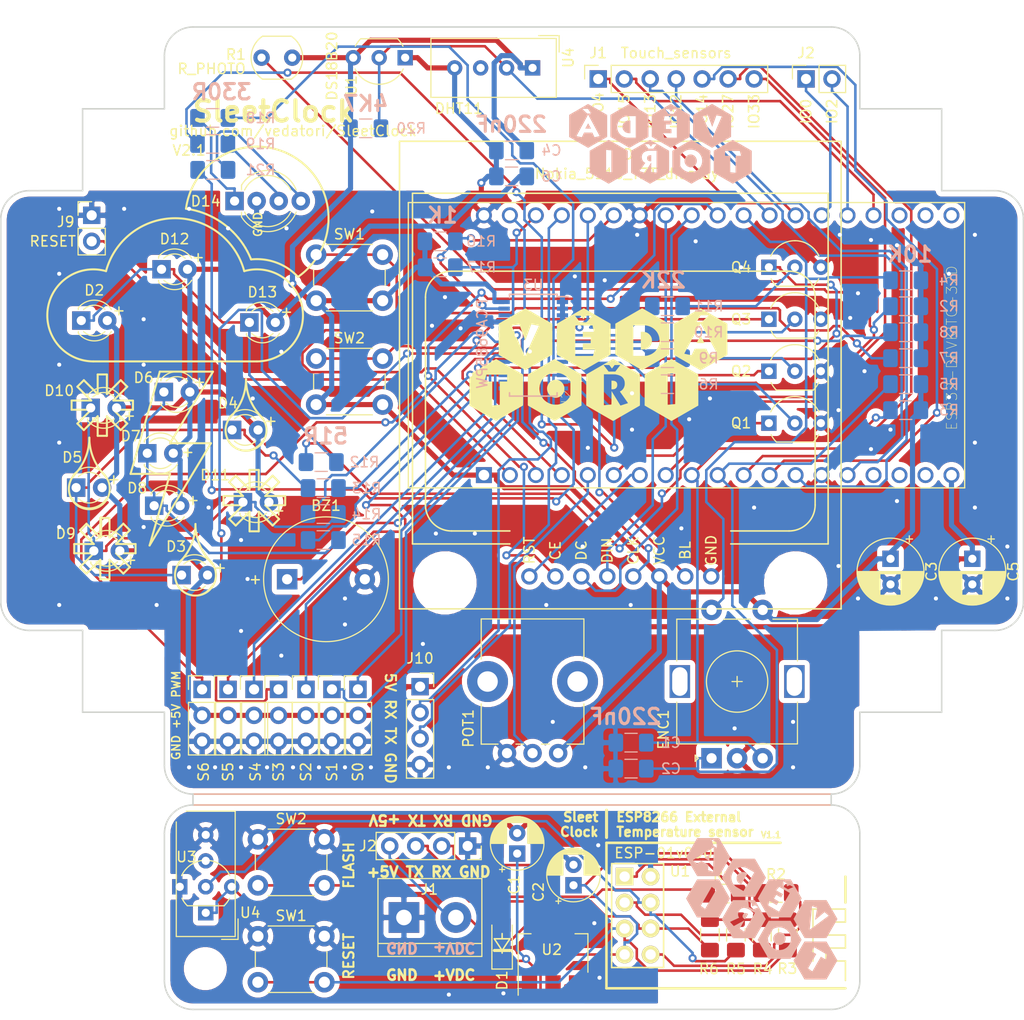
<source format=kicad_pcb>
(kicad_pcb (version 20171130) (host pcbnew "(5.1.2)-1")
  (layers (0 F.Cu signal) (31 B.Cu signal) (34 B.Paste user) (35 F.Paste user) (36 B.SilkS user) (37 F.SilkS user) (38 B.Mask user) (39 F.Mask user) (44 Edge.Cuts user))
  (net 0 "")
  (net 1 GND)
  (net 2 +3V3)
  (net 3 "Net-(D10-Pad1)")
  (net 4 "Net-(Q1-Pad2)")
  (net 5 "Net-(Q2-Pad2)")
  (net 6 "Net-(Q3-Pad2)")
  (net 7 "Net-(Q4-Pad2)")
  (net 8 +5V)
  (net 9 "Net-(Q1-Pad1)")
  (net 10 "Net-(Q2-Pad1)")
  (net 11 "Net-(Q3-Pad1)")
  (net 12 "Net-(Q4-Pad1)")
  (net 13 encoderA)
  (net 14 encoderB)
  (net 15 encoderSwitch)
  (net 16 photoresistor)
  (net 17 buzzer)
  (net 18 button1)
  (net 19 flakesLED)
  (net 20 rgbR)
  (net 21 rgbG)
  (net 22 rgbB)
  (net 23 lightningLED)
  (net 24 dropsLED)
  (net 25 cloudLED)
  (net 26 tempData)
  (net 27 potentiometer)
  (net 28 RST)
  (net 29 CE)
  (net 30 DC)
  (net 31 DIN)
  (net 32 CLK)
  (net 33 BL)
  (net 34 "Net-(D14-Pad4)")
  (net 35 "Net-(D14-Pad3)")
  (net 36 "Net-(D14-Pad1)")
  (net 37 touch8)
  (net 38 touch5)
  (net 39 touch6)
  (net 40 touch7)
  (net 41 touch4)
  (net 42 touch3)
  (net 43 touch2)
  (net 44 touch1)
  (net 45 touch0)
  (net 46 servo1)
  (net 47 servo2)
  (net 48 servo0)
  (net 49 servo3)
  (net 50 servo4)
  (net 51 servo5)
  (net 52 servo6)
  (net 53 SDA)
  (net 54 SCL)
  (net 55 EN)
  (net 56 TX)
  (net 57 RX)
  (net 58 "Net-(D12-Pad1)")
  (net 59 "Net-(D3-Pad1)")
  (net 60 "Net-(D6-Pad1)")
  (net 61 button0)
  (net 62 "Net-(U2-Pad38)")
  (net 63 "Net-(U2-Pad37)")
  (net 64 "Net-(U2-Pad36)")
  (net 65 "Net-(U2-Pad18)")
  (net 66 "Net-(U2-Pad17)")
  (net 67 "Net-(U2-Pad16)")
  (net 68 "Net-(U4-Pad3)")
  (net 69 "Net-(J2-Pad2)")
  (net 70 "Net-(J2-Pad3)")
  (net 71 "Net-(R1-Pad2)")
  (net 72 "Net-(R2-Pad2)")
  (net 73 "Net-(R3-Pad2)")
  (net 74 "Net-(R4-Pad2)")
  (net 75 "Net-(R5-Pad2)")
  (net 76 "Net-(R6-Pad2)")
  (net 77 "Net-(D1-Pad2)")
  (module Sensor:Aosong_DHT11_5.5x12.0_P2.54mm (layer F.Cu) (at 46.712 109.473 180)
    (fp_text reference U4 (at -4.35 0.012723) (layer F.SilkS))
    (fp_text value DHT11)
    (pad 4 thru_hole circle (at 0 7.62 180) (size 1.5 1.5) (drill 0.8) (layers *.Cu *.Mask) (net 1 GND))
    (pad 3 thru_hole circle (at 0 5.08 180) (size 1.5 1.5) (drill 0.8) (layers *.Cu *.Mask) (net 68 "Net-(U4-Pad3)"))
    (pad 2 thru_hole circle (at 0 2.54 180) (size 1.5 1.5) (drill 0.8) (layers *.Cu *.Mask) (net 75 "Net-(R5-Pad2)"))
    (pad 1 thru_hole rect (at 0 0 180) (size 1.5 1.5) (drill 0.8) (layers *.Cu *.Mask) (net 2 +3V3))
  )
  (module Vedatori_logo_component:Vedatori_25mm (layer F.Cu) (at 85.09 55.88)
    (fp_text reference G*** hide)
    (fp_text value LOGO hide)
  )
  (module Vedatori_logo_component:Vedatori_18mm (layer B.Cu) (at 91.186 34.29 180)
    (fp_text reference . hide)
    (fp_text value . hide)
  )
  (module Connector_PinSocket_2.54mm:PinSocket_1x04_P2.54mm_Vertical (layer F.Cu) (at 67.67 87.36)
    (fp_text reference J10 (at 0 -2.77) (layer F.SilkS))
    (fp_text value ESP-01_program)
    (pad 4 thru_hole oval (at 0 7.62) (size 1.7 1.7) (drill 1) (layers *.Cu *.Mask) (net 1 GND))
    (pad 3 thru_hole oval (at 0 5.08) (size 1.7 1.7) (drill 1) (layers *.Cu *.Mask) (net 56 TX))
    (pad 2 thru_hole oval (at 0 2.54) (size 1.7 1.7) (drill 1) (layers *.Cu *.Mask) (net 57 RX))
    (pad 1 thru_hole rect (at 0 0) (size 1.7 1.7) (drill 1) (layers *.Cu *.Mask) (net 8 +5V))
  )
  (module Connector_PinHeader_2.54mm:PinHeader_1x02_P2.54mm_Vertical (layer F.Cu) (at 35.56 41.275)
    (fp_text reference J9 (at -2.54 0.635) (layer F.SilkS))
    (fp_text value RESET (at -3.81 2.54) (layer F.SilkS))
    (pad 2 thru_hole oval (at 0 2.54) (size 1.7 1.7) (drill 1) (layers *.Cu *.Mask) (net 55 EN))
    (pad 1 thru_hole rect (at 0 0) (size 1.7 1.7) (drill 1) (layers *.Cu *.Mask) (net 1 GND))
  )
  (module Sensor:Aosong_DHT11_5.5x12.0_P2.54mm (layer F.Cu) (at 78.67 26.86 270)
    (fp_text reference U4 (at -1 -3.5 270) (layer F.SilkS))
    (fp_text value DHT11 (at 3.976126 7.203947) (layer F.SilkS))
    (pad 4 thru_hole circle (at 0 7.62 270) (size 1.5 1.5) (drill 0.8) (layers *.Cu *.Mask) (net 1 GND))
    (pad 3 thru_hole circle (at 0 5.08 270) (size 1.5 1.5) (drill 0.8) (layers *.Cu *.Mask) (net 68 "Net-(U4-Pad3)"))
    (pad 2 thru_hole circle (at 0 2.54 270) (size 1.5 1.5) (drill 0.8) (layers *.Cu *.Mask) (net 26 tempData))
    (pad 1 thru_hole rect (at 0 0 270) (size 1.5 1.5) (drill 0.8) (layers *.Cu *.Mask) (net 2 +3V3))
  )
  (module Package_SO:TSSOP-28_4.4x9.7mm_P0.65mm (layer B.Cu) (at 78.74 53.975 180)
    (fp_text reference U3 (at 0 5.9 180) (layer B.SilkS) (effects (justify mirror)))
    (fp_text value PCA9685PW (at 4.993639 0.137163 270) (layer B.SilkS) (effects (justify mirror)))
    (pad 28 smd rect (at 2.85 4.225 180) (size 1.1 0.4) (layers B.Cu B.Paste B.Mask) (net 2 +3V3))
    (pad 27 smd rect (at 2.85 3.575 180) (size 1.1 0.4) (layers B.Cu B.Paste B.Mask) (net 53 SDA))
    (pad 26 smd rect (at 2.85 2.925 180) (size 1.1 0.4) (layers B.Cu B.Paste B.Mask) (net 54 SCL))
    (pad 25 smd rect (at 2.85 2.275 180) (size 1.1 0.4) (layers B.Cu B.Paste B.Mask) (net 1 GND))
    (pad 24 smd rect (at 2.85 1.625 180) (size 1.1 0.4) (layers B.Cu B.Paste B.Mask) (net 1 GND))
    (pad 23 smd rect (at 2.85 0.975 180) (size 1.1 0.4) (layers B.Cu B.Paste B.Mask) (net 1 GND))
    (pad 22 smd rect (at 2.85 0.325 180) (size 1.1 0.4) (layers B.Cu B.Paste B.Mask) (net 52 servo6))
    (pad 21 smd rect (at 2.85 -0.325 180) (size 1.1 0.4) (layers B.Cu B.Paste B.Mask) (net 51 servo5))
    (pad 20 smd rect (at 2.85 -0.975 180) (size 1.1 0.4) (layers B.Cu B.Paste B.Mask) (net 50 servo4))
    (pad 19 smd rect (at 2.85 -1.625 180) (size 1.1 0.4) (layers B.Cu B.Paste B.Mask) (net 49 servo3))
    (pad 18 smd rect (at 2.85 -2.275 180) (size 1.1 0.4) (layers B.Cu B.Paste B.Mask) (net 47 servo2))
    (pad 17 smd rect (at 2.85 -2.925 180) (size 1.1 0.4) (layers B.Cu B.Paste B.Mask) (net 46 servo1))
    (pad 16 smd rect (at 2.85 -3.575 180) (size 1.1 0.4) (layers B.Cu B.Paste B.Mask) (net 48 servo0))
    (pad 15 smd rect (at 2.85 -4.225 180) (size 1.1 0.4) (layers B.Cu B.Paste B.Mask) (net 17 buzzer))
    (pad 14 smd rect (at -2.85 -4.225 180) (size 1.1 0.4) (layers B.Cu B.Paste B.Mask) (net 1 GND))
    (pad 13 smd rect (at -2.85 -3.575 180) (size 1.1 0.4) (layers B.Cu B.Paste B.Mask) (net 33 BL))
    (pad 12 smd rect (at -2.85 -2.925 180) (size 1.1 0.4) (layers B.Cu B.Paste B.Mask) (net 22 rgbB))
    (pad 11 smd rect (at -2.85 -2.275 180) (size 1.1 0.4) (layers B.Cu B.Paste B.Mask) (net 21 rgbG))
    (pad 10 smd rect (at -2.85 -1.625 180) (size 1.1 0.4) (layers B.Cu B.Paste B.Mask) (net 20 rgbR))
    (pad 9 smd rect (at -2.85 -0.975 180) (size 1.1 0.4) (layers B.Cu B.Paste B.Mask) (net 25 cloudLED))
    (pad 8 smd rect (at -2.85 -0.325 180) (size 1.1 0.4) (layers B.Cu B.Paste B.Mask) (net 24 dropsLED))
    (pad 7 smd rect (at -2.85 0.325 180) (size 1.1 0.4) (layers B.Cu B.Paste B.Mask) (net 19 flakesLED))
    (pad 6 smd rect (at -2.85 0.975 180) (size 1.1 0.4) (layers B.Cu B.Paste B.Mask) (net 23 lightningLED))
    (pad 5 smd rect (at -2.85 1.625 180) (size 1.1 0.4) (layers B.Cu B.Paste B.Mask) (net 1 GND))
    (pad 4 smd rect (at -2.85 2.275 180) (size 1.1 0.4) (layers B.Cu B.Paste B.Mask) (net 1 GND))
    (pad 3 smd rect (at -2.85 2.925 180) (size 1.1 0.4) (layers B.Cu B.Paste B.Mask) (net 1 GND))
    (pad 2 smd rect (at -2.85 3.575 180) (size 1.1 0.4) (layers B.Cu B.Paste B.Mask) (net 1 GND))
    (pad 1 smd rect (at -2.85 4.225 180) (size 1.1 0.4) (layers B.Cu B.Paste B.Mask) (net 1 GND))
  )
  (module Resistor_SMD:R_1206_3216Metric_Pad1.42x1.75mm_HandSolder (layer B.Cu) (at 47.4075 36.83 180)
    (fp_text reference R21 (at -4.6625 0) (layer B.SilkS) (effects (justify mirror)))
    (fp_text value 330R)
    (pad 2 smd roundrect (at 1.4875 0 180) (size 1.425 1.75) (layers B.Cu B.Paste B.Mask) (roundrect_rratio 0.175439) (net 22 rgbB))
    (pad 1 smd roundrect (at -1.4875 0 180) (size 1.425 1.75) (layers B.Cu B.Paste B.Mask) (roundrect_rratio 0.175439) (net 34 "Net-(D14-Pad4)"))
  )
  (module Resistor_SMD:R_1206_3216Metric_Pad1.42x1.75mm_HandSolder (layer B.Cu) (at 62.357 32.766 180)
    (fp_text reference R20 (at -4.445 0) (layer B.SilkS) (effects (justify mirror)))
    (fp_text value 4k7)
    (pad 2 smd roundrect (at 1.4875 0 180) (size 1.425 1.75) (layers B.Cu B.Paste B.Mask) (roundrect_rratio 0.175439) (net 2 +3V3))
    (pad 1 smd roundrect (at -1.4875 0 180) (size 1.425 1.75) (layers B.Cu B.Paste B.Mask) (roundrect_rratio 0.175439) (net 26 tempData))
  )
  (module Resistor_SMD:R_1206_3216Metric_Pad1.42x1.75mm_HandSolder (layer B.Cu) (at 47.3925 34.29 180)
    (fp_text reference R19 (at -4.6775 0) (layer B.SilkS) (effects (justify mirror)))
    (fp_text value 330R)
    (pad 2 smd roundrect (at 1.4875 0 180) (size 1.425 1.75) (layers B.Cu B.Paste B.Mask) (roundrect_rratio 0.175439) (net 21 rgbG))
    (pad 1 smd roundrect (at -1.4875 0 180) (size 1.425 1.75) (layers B.Cu B.Paste B.Mask) (roundrect_rratio 0.175439) (net 35 "Net-(D14-Pad3)"))
  )
  (module Resistor_SMD:R_1206_3216Metric_Pad1.42x1.75mm_HandSolder (layer B.Cu) (at 47.3925 31.75)
    (fp_text reference R18 (at 4.6775 0) (layer B.SilkS) (effects (justify mirror)))
    (fp_text value 330R)
    (pad 2 smd roundrect (at 1.4875 0) (size 1.425 1.75) (layers B.Cu B.Paste B.Mask) (roundrect_rratio 0.175439) (net 20 rgbR))
    (pad 1 smd roundrect (at -1.4875 0) (size 1.425 1.75) (layers B.Cu B.Paste B.Mask) (roundrect_rratio 0.175439) (net 36 "Net-(D14-Pad1)"))
  )
  (module Resistor_SMD:R_1206_3216Metric_Pad1.42x1.75mm_HandSolder (layer B.Cu) (at 69.6325 46.355)
    (fp_text reference R17 (at 4.0275 0) (layer B.SilkS) (effects (justify mirror)))
    (fp_text value 1k)
    (pad 2 smd roundrect (at 1.4875 0) (size 1.425 1.75) (layers B.Cu B.Paste B.Mask) (roundrect_rratio 0.175439) (net 54 SCL))
    (pad 1 smd roundrect (at -1.4875 0) (size 1.425 1.75) (layers B.Cu B.Paste B.Mask) (roundrect_rratio 0.175439) (net 2 +3V3))
  )
  (module Resistor_SMD:R_1206_3216Metric_Pad1.42x1.75mm_HandSolder (layer B.Cu) (at 69.6325 43.815)
    (fp_text reference R16 (at 4.0275 0) (layer B.SilkS) (effects (justify mirror)))
    (fp_text value 1k)
    (pad 2 smd roundrect (at 1.4875 0) (size 1.425 1.75) (layers B.Cu B.Paste B.Mask) (roundrect_rratio 0.175439) (net 53 SDA))
    (pad 1 smd roundrect (at -1.4875 0) (size 1.425 1.75) (layers B.Cu B.Paste B.Mask) (roundrect_rratio 0.175439) (net 2 +3V3))
  )
  (module Resistor_SMD:R_1206_3216Metric_Pad1.42x1.75mm_HandSolder (layer B.Cu) (at 58.2025 73.025 180)
    (fp_text reference R15 (at -4.2275 0 180) (layer B.SilkS) (effects (justify mirror)))
    (fp_text value 51R)
    (pad 2 smd roundrect (at 1.4875 0 180) (size 1.425 1.75) (layers B.Cu B.Paste B.Mask) (roundrect_rratio 0.175439) (net 12 "Net-(Q4-Pad1)"))
    (pad 1 smd roundrect (at -1.4875 0 180) (size 1.425 1.75) (layers B.Cu B.Paste B.Mask) (roundrect_rratio 0.175439) (net 60 "Net-(D6-Pad1)"))
  )
  (module Resistor_SMD:R_1206_3216Metric_Pad1.42x1.75mm_HandSolder (layer B.Cu) (at 58.2025 70.485 180)
    (fp_text reference R14 (at -4.2275 0 180) (layer B.SilkS) (effects (justify mirror)))
    (fp_text value 51R)
    (pad 2 smd roundrect (at 1.4875 0 180) (size 1.425 1.75) (layers B.Cu B.Paste B.Mask) (roundrect_rratio 0.175439) (net 11 "Net-(Q3-Pad1)"))
    (pad 1 smd roundrect (at -1.4875 0 180) (size 1.425 1.75) (layers B.Cu B.Paste B.Mask) (roundrect_rratio 0.175439) (net 3 "Net-(D10-Pad1)"))
  )
  (module Resistor_SMD:R_1206_3216Metric_Pad1.42x1.75mm_HandSolder (layer B.Cu) (at 58.2025 67.945)
    (fp_text reference R13 (at 4.2275 0) (layer B.SilkS) (effects (justify mirror)))
    (fp_text value 51R)
    (pad 2 smd roundrect (at 1.4875 0) (size 1.425 1.75) (layers B.Cu B.Paste B.Mask) (roundrect_rratio 0.175439) (net 10 "Net-(Q2-Pad1)"))
    (pad 1 smd roundrect (at -1.4875 0) (size 1.425 1.75) (layers B.Cu B.Paste B.Mask) (roundrect_rratio 0.175439) (net 59 "Net-(D3-Pad1)"))
  )
  (module Resistor_SMD:R_1206_3216Metric_Pad1.42x1.75mm_HandSolder (layer B.Cu) (at 58.0025 65.405 180)
    (fp_text reference R12 (at -4.2275 0 180) (layer B.SilkS) (effects (justify mirror)))
    (fp_text value 51R)
    (pad 2 smd roundrect (at 1.4875 0 180) (size 1.425 1.75) (layers B.Cu B.Paste B.Mask) (roundrect_rratio 0.175439) (net 9 "Net-(Q1-Pad1)"))
    (pad 1 smd roundrect (at -1.4875 0 180) (size 1.425 1.75) (layers B.Cu B.Paste B.Mask) (roundrect_rratio 0.175439) (net 58 "Net-(D12-Pad1)"))
  )
  (module Resistor_SMD:R_1206_3216Metric_Pad1.42x1.75mm_HandSolder (layer B.Cu) (at 91.8575 50.165 180)
    (fp_text reference R11 (at -4.0275 0 180) (layer B.SilkS) (effects (justify mirror)))
    (fp_text value 22k)
    (pad 2 smd roundrect (at 1.4875 0 180) (size 1.425 1.75) (layers B.Cu B.Paste B.Mask) (roundrect_rratio 0.175439) (net 23 lightningLED))
    (pad 1 smd roundrect (at -1.4875 0 180) (size 1.425 1.75) (layers B.Cu B.Paste B.Mask) (roundrect_rratio 0.175439) (net 7 "Net-(Q4-Pad2)"))
  )
  (module Resistor_SMD:R_1206_3216Metric_Pad1.42x1.75mm_HandSolder (layer B.Cu) (at 91.8575 52.705 180)
    (fp_text reference R10 (at -4.0275 0 180) (layer B.SilkS) (effects (justify mirror)))
    (fp_text value 22k)
    (pad 2 smd roundrect (at 1.4875 0 180) (size 1.425 1.75) (layers B.Cu B.Paste B.Mask) (roundrect_rratio 0.175439) (net 19 flakesLED))
    (pad 1 smd roundrect (at -1.4875 0 180) (size 1.425 1.75) (layers B.Cu B.Paste B.Mask) (roundrect_rratio 0.175439) (net 6 "Net-(Q3-Pad2)"))
  )
  (module Resistor_SMD:R_1206_3216Metric_Pad1.42x1.75mm_HandSolder (layer B.Cu) (at 91.8575 55.245 180)
    (fp_text reference R9 (at -4.0275 0) (layer B.SilkS) (effects (justify mirror)))
    (fp_text value 22k)
    (pad 2 smd roundrect (at 1.4875 0 180) (size 1.425 1.75) (layers B.Cu B.Paste B.Mask) (roundrect_rratio 0.175439) (net 24 dropsLED))
    (pad 1 smd roundrect (at -1.4875 0 180) (size 1.425 1.75) (layers B.Cu B.Paste B.Mask) (roundrect_rratio 0.175439) (net 5 "Net-(Q2-Pad2)"))
  )
  (module Resistor_SMD:R_1206_3216Metric_Pad1.42x1.75mm_HandSolder (layer B.Cu) (at 115.1525 52.705)
    (fp_text reference R8 (at 4.2275 0 180) (layer B.SilkS) (effects (justify mirror)))
    (fp_text value 10k)
    (pad 2 smd roundrect (at 1.4875 0) (size 1.425 1.75) (layers B.Cu B.Paste B.Mask) (roundrect_rratio 0.175439) (net 1 GND))
    (pad 1 smd roundrect (at -1.4875 0) (size 1.425 1.75) (layers B.Cu B.Paste B.Mask) (roundrect_rratio 0.175439) (net 18 button1))
  )
  (module Resistor_SMD:R_1206_3216Metric_Pad1.42x1.75mm_HandSolder (layer B.Cu) (at 115.1525 55.245)
    (fp_text reference R7 (at 4.2275 0 180) (layer B.SilkS) (effects (justify mirror)))
    (fp_text value 10k)
    (pad 2 smd roundrect (at 1.4875 0) (size 1.425 1.75) (layers B.Cu B.Paste B.Mask) (roundrect_rratio 0.175439) (net 1 GND))
    (pad 1 smd roundrect (at -1.4875 0) (size 1.425 1.75) (layers B.Cu B.Paste B.Mask) (roundrect_rratio 0.175439) (net 61 button0))
  )
  (module Resistor_SMD:R_1206_3216Metric_Pad1.42x1.75mm_HandSolder (layer B.Cu) (at 91.8575 57.785 180)
    (fp_text reference R6 (at -4.0275 0 180) (layer B.SilkS) (effects (justify mirror)))
    (fp_text value 22k)
    (pad 2 smd roundrect (at 1.4875 0 180) (size 1.425 1.75) (layers B.Cu B.Paste B.Mask) (roundrect_rratio 0.175439) (net 25 cloudLED))
    (pad 1 smd roundrect (at -1.4875 0 180) (size 1.425 1.75) (layers B.Cu B.Paste B.Mask) (roundrect_rratio 0.175439) (net 4 "Net-(Q1-Pad2)"))
  )
  (module Resistor_SMD:R_1206_3216Metric_Pad1.42x1.75mm_HandSolder (layer B.Cu) (at 115.1525 57.785)
    (fp_text reference R5 (at 4.2275 0 180) (layer B.SilkS) (effects (justify mirror)))
    (fp_text value 10k)
    (pad 2 smd roundrect (at 1.4875 0) (size 1.425 1.75) (layers B.Cu B.Paste B.Mask) (roundrect_rratio 0.175439) (net 2 +3V3))
    (pad 1 smd roundrect (at -1.4875 0) (size 1.425 1.75) (layers B.Cu B.Paste B.Mask) (roundrect_rratio 0.175439) (net 14 encoderB))
  )
  (module Resistor_SMD:R_1206_3216Metric_Pad1.42x1.75mm_HandSolder (layer B.Cu) (at 115.1525 47.625)
    (fp_text reference R4 (at 4.2275 0 180) (layer B.SilkS) (effects (justify mirror)))
    (fp_text value 10k)
    (pad 2 smd roundrect (at 1.4875 0) (size 1.425 1.75) (layers B.Cu B.Paste B.Mask) (roundrect_rratio 0.175439) (net 1 GND))
    (pad 1 smd roundrect (at -1.4875 0) (size 1.425 1.75) (layers B.Cu B.Paste B.Mask) (roundrect_rratio 0.175439) (net 15 encoderSwitch))
  )
  (module Resistor_SMD:R_1206_3216Metric_Pad1.42x1.75mm_HandSolder (layer B.Cu) (at 115.1525 60.325)
    (fp_text reference R3 (at 4.2275 0 180) (layer B.SilkS) (effects (justify mirror)))
    (fp_text value 10k)
    (pad 2 smd roundrect (at 1.4875 0) (size 1.425 1.75) (layers B.Cu B.Paste B.Mask) (roundrect_rratio 0.175439) (net 2 +3V3))
    (pad 1 smd roundrect (at -1.4875 0) (size 1.425 1.75) (layers B.Cu B.Paste B.Mask) (roundrect_rratio 0.175439) (net 13 encoderA))
  )
  (module Resistor_SMD:R_1206_3216Metric_Pad1.42x1.75mm_HandSolder (layer B.Cu) (at 115.1525 50.165 180)
    (fp_text reference R2 (at -4.2275 0) (layer B.SilkS) (effects (justify mirror)))
    (fp_text value 10k)
    (pad 2 smd roundrect (at 1.4875 0 180) (size 1.425 1.75) (layers B.Cu B.Paste B.Mask) (roundrect_rratio 0.175439) (net 16 photoresistor))
    (pad 1 smd roundrect (at -1.4875 0 180) (size 1.425 1.75) (layers B.Cu B.Paste B.Mask) (roundrect_rratio 0.175439) (net 1 GND))
  )
  (module Connector_PinHeader_2.54mm:PinHeader_1x03_P2.54mm_Vertical (layer F.Cu) (at 46.355 87.63)
    (fp_text reference S6 (at 0.145 8.065 90) (layer F.SilkS))
    (fp_text value servo6)
    (pad 3 thru_hole oval (at 0 5.08) (size 1.7 1.7) (drill 1) (layers *.Cu *.Mask) (net 1 GND))
    (pad 2 thru_hole oval (at 0 2.54) (size 1.7 1.7) (drill 1) (layers *.Cu *.Mask) (net 8 +5V))
    (pad 1 thru_hole rect (at 0 0) (size 1.7 1.7) (drill 1) (layers *.Cu *.Mask) (net 52 servo6))
  )
  (module Connector_PinHeader_2.54mm:PinHeader_1x03_P2.54mm_Vertical (layer F.Cu) (at 48.895 87.63)
    (fp_text reference S5 (at 0 8.065 90) (layer F.SilkS))
    (fp_text value servo5)
    (pad 3 thru_hole oval (at 0 5.08) (size 1.7 1.7) (drill 1) (layers *.Cu *.Mask) (net 1 GND))
    (pad 2 thru_hole oval (at 0 2.54) (size 1.7 1.7) (drill 1) (layers *.Cu *.Mask) (net 8 +5V))
    (pad 1 thru_hole rect (at 0 0) (size 1.7 1.7) (drill 1) (layers *.Cu *.Mask) (net 51 servo5))
  )
  (module Connector_PinHeader_2.54mm:PinHeader_1x03_P2.54mm_Vertical (layer F.Cu) (at 51.435 87.63)
    (fp_text reference S4 (at 0.145 8.065 90) (layer F.SilkS))
    (fp_text value servo4)
    (pad 3 thru_hole oval (at 0 5.08) (size 1.7 1.7) (drill 1) (layers *.Cu *.Mask) (net 1 GND))
    (pad 2 thru_hole oval (at 0 2.54) (size 1.7 1.7) (drill 1) (layers *.Cu *.Mask) (net 8 +5V))
    (pad 1 thru_hole rect (at 0 0) (size 1.7 1.7) (drill 1) (layers *.Cu *.Mask) (net 50 servo4))
  )
  (module Connector_PinHeader_2.54mm:PinHeader_1x03_P2.54mm_Vertical (layer F.Cu) (at 53.83 87.63)
    (fp_text reference S3 (at 0 8.065 90) (layer F.SilkS))
    (fp_text value servo3)
    (pad 3 thru_hole oval (at 0 5.08) (size 1.7 1.7) (drill 1) (layers *.Cu *.Mask) (net 1 GND))
    (pad 2 thru_hole oval (at 0 2.54) (size 1.7 1.7) (drill 1) (layers *.Cu *.Mask) (net 8 +5V))
    (pad 1 thru_hole rect (at 0 0) (size 1.7 1.7) (drill 1) (layers *.Cu *.Mask) (net 49 servo3))
  )
  (module Connector_PinHeader_2.54mm:PinHeader_1x03_P2.54mm_Vertical (layer F.Cu) (at 56.515 87.63)
    (fp_text reference S2 (at 0 8.065 90) (layer F.SilkS))
    (fp_text value servo2)
    (pad 3 thru_hole oval (at 0 5.08) (size 1.7 1.7) (drill 1) (layers *.Cu *.Mask) (net 1 GND))
    (pad 2 thru_hole oval (at 0 2.54) (size 1.7 1.7) (drill 1) (layers *.Cu *.Mask) (net 8 +5V))
    (pad 1 thru_hole rect (at 0 0) (size 1.7 1.7) (drill 1) (layers *.Cu *.Mask) (net 47 servo2))
  )
  (module Connector_PinHeader_2.54mm:PinHeader_1x03_P2.54mm_Vertical (layer F.Cu) (at 59.055 87.63)
    (fp_text reference S1 (at 0 8.065 90) (layer F.SilkS))
    (fp_text value servo1)
    (pad 3 thru_hole oval (at 0 5.08) (size 1.7 1.7) (drill 1) (layers *.Cu *.Mask) (net 1 GND))
    (pad 2 thru_hole oval (at 0 2.54) (size 1.7 1.7) (drill 1) (layers *.Cu *.Mask) (net 8 +5V))
    (pad 1 thru_hole rect (at 0 0) (size 1.7 1.7) (drill 1) (layers *.Cu *.Mask) (net 46 servo1))
  )
  (module Connector_PinHeader_2.54mm:PinHeader_1x03_P2.54mm_Vertical (layer F.Cu) (at 61.595 87.63)
    (fp_text reference S0 (at 0 8.065 90) (layer F.SilkS))
    (fp_text value servo0)
    (pad 3 thru_hole oval (at 0 5.08) (size 1.7 1.7) (drill 1) (layers *.Cu *.Mask) (net 1 GND))
    (pad 2 thru_hole oval (at 0 2.54) (size 1.7 1.7) (drill 1) (layers *.Cu *.Mask) (net 8 +5V))
    (pad 1 thru_hole rect (at 0 0) (size 1.7 1.7) (drill 1) (layers *.Cu *.Mask) (net 48 servo0))
  )
  (module LED_THT:LED_D5.0mm-4_RGB_Wide_Pins (layer F.Cu) (at 49.53 39.878)
    (fp_text reference D14 (at -2.832279 0.018441) (layer F.SilkS))
    (fp_text value LED_RCGB)
    (pad 4 thru_hole circle (at 6.477 0) (size 1.8 1.8) (drill 0.9) (layers *.Cu *.Mask) (net 34 "Net-(D14-Pad4)"))
    (pad 3 thru_hole circle (at 4.318 0) (size 1.8 1.8) (drill 0.9) (layers *.Cu *.Mask) (net 35 "Net-(D14-Pad3)"))
    (pad 2 thru_hole circle (at 2.159 0) (size 1.8 1.8) (drill 0.9) (layers *.Cu *.Mask) (net 1 GND))
    (pad 1 thru_hole rect (at 0 0) (size 1.8 1.8) (drill 0.9) (layers *.Cu *.Mask) (net 36 "Net-(D14-Pad1)"))
  )
  (module LED_THT:LED_D3.0mm (layer F.Cu) (at 34.544 51.562)
    (fp_text reference D2 (at 1.27 -2.96) (layer F.SilkS))
    (fp_text value LED)
    (pad 2 thru_hole circle (at 2.54 0) (size 1.8 1.8) (drill 0.9) (layers *.Cu *.Mask) (net 8 +5V))
    (pad 1 thru_hole rect (at 0 0) (size 1.8 1.8) (drill 0.9) (layers *.Cu *.Mask) (net 58 "Net-(D12-Pad1)"))
  )
  (module Capacitor_SMD:C_1206_3216Metric_Pad1.42x1.75mm_HandSolder (layer B.Cu) (at 76.6175 37.465 180)
    (fp_text reference C6 (at -3.9025 0 180) (layer B.SilkS) (effects (justify mirror)))
    (fp_text value 220nF)
    (pad 2 smd roundrect (at 1.4875 0 180) (size 1.425 1.75) (layers B.Cu B.Paste B.Mask) (roundrect_rratio 0.175439) (net 1 GND))
    (pad 1 smd roundrect (at -1.4875 0 180) (size 1.425 1.75) (layers B.Cu B.Paste B.Mask) (roundrect_rratio 0.175439) (net 8 +5V))
  )
  (module Capacitor_SMD:C_1206_3216Metric_Pad1.42x1.75mm_HandSolder (layer B.Cu) (at 76.6175 34.925 180)
    (fp_text reference C4 (at -3.9025 0 180) (layer B.SilkS) (effects (justify mirror)))
    (fp_text value 220nF)
    (pad 2 smd roundrect (at 1.4875 0 180) (size 1.425 1.75) (layers B.Cu B.Paste B.Mask) (roundrect_rratio 0.175439) (net 1 GND))
    (pad 1 smd roundrect (at -1.4875 0 180) (size 1.425 1.75) (layers B.Cu B.Paste B.Mask) (roundrect_rratio 0.175439) (net 2 +3V3))
  )
  (module Capacitor_SMD:C_1206_3216Metric_Pad1.42x1.75mm_HandSolder (layer B.Cu) (at 88.2995 95.377 180)
    (fp_text reference C2 (at -3.9025 0 180) (layer B.SilkS) (effects (justify mirror)))
    (fp_text value 220nF)
    (pad 2 smd roundrect (at 1.4875 0 180) (size 1.425 1.75) (layers B.Cu B.Paste B.Mask) (roundrect_rratio 0.175439) (net 1 GND))
    (pad 1 smd roundrect (at -1.4875 0 180) (size 1.425 1.75) (layers B.Cu B.Paste B.Mask) (roundrect_rratio 0.175439) (net 14 encoderB))
  )
  (module Capacitor_SMD:C_1206_3216Metric_Pad1.42x1.75mm_HandSolder (layer B.Cu) (at 88.2995 92.837 180)
    (fp_text reference C1 (at -3.9025 0 180) (layer B.SilkS) (effects (justify mirror)))
    (fp_text value 220nF)
    (pad 2 smd roundrect (at 1.4875 0 180) (size 1.425 1.75) (layers B.Cu B.Paste B.Mask) (roundrect_rratio 0.175439) (net 1 GND))
    (pad 1 smd roundrect (at -1.4875 0 180) (size 1.425 1.75) (layers B.Cu B.Paste B.Mask) (roundrect_rratio 0.175439) (net 13 encoderA))
  )
  (module ESP32-DEVKITC-32D:MODULE_ESP32-DEVKITC-32D (layer F.Cu) (at 93.67 53.975 90)
    (fp_text reference U2 (at -5.331 -11.67 90) (layer F.SilkS) (effects (font (size 1.00039 1.00039) (thickness 0.05))))
    (fp_text value ESP32-DEVKITC-32D (at -0.2614 26 90) (layer F.SilkS) (effects (font (size 1.00105 1.00105) (thickness 0.05))))
    (pad 38 thru_hole circle (at 12.7 25.96 90) (size 1.56 1.56) (drill 1.04) (layers *.Cu *.Mask) (net 62 "Net-(U2-Pad38)"))
    (pad 37 thru_hole circle (at 12.7 23.42 90) (size 1.56 1.56) (drill 1.04) (layers *.Cu *.Mask) (net 63 "Net-(U2-Pad37)"))
    (pad 36 thru_hole circle (at 12.7 20.88 90) (size 1.56 1.56) (drill 1.04) (layers *.Cu *.Mask) (net 64 "Net-(U2-Pad36)"))
    (pad 35 thru_hole circle (at 12.7 18.34 90) (size 1.56 1.56) (drill 1.04) (layers *.Cu *.Mask) (net 42 touch3))
    (pad 34 thru_hole circle (at 12.7 15.8 90) (size 1.56 1.56) (drill 1.04) (layers *.Cu *.Mask) (net 43 touch2))
    (pad 33 thru_hole circle (at 12.7 13.26 90) (size 1.56 1.56) (drill 1.04) (layers *.Cu *.Mask) (net 44 touch1))
    (pad 32 thru_hole circle (at 12.7 10.72 90) (size 1.56 1.56) (drill 1.04) (layers *.Cu *.Mask) (net 45 touch0))
    (pad 31 thru_hole circle (at 12.7 8.18 90) (size 1.56 1.56) (drill 1.04) (layers *.Cu *.Mask) (net 26 tempData))
    (pad 30 thru_hole circle (at 12.7 5.64 90) (size 1.56 1.56) (drill 1.04) (layers *.Cu *.Mask) (net 15 encoderSwitch))
    (pad 29 thru_hole circle (at 12.7 3.1 90) (size 1.56 1.56) (drill 1.04) (layers *.Cu *.Mask) (net 29 CE))
    (pad 28 thru_hole circle (at 12.7 0.56 90) (size 1.56 1.56) (drill 1.04) (layers *.Cu *.Mask) (net 30 DC))
    (pad 27 thru_hole circle (at 12.7 -1.98 90) (size 1.56 1.56) (drill 1.04) (layers *.Cu *.Mask) (net 31 DIN))
    (pad 26 thru_hole circle (at 12.7 -4.52 90) (size 1.56 1.56) (drill 1.04) (layers *.Cu *.Mask) (net 1 GND))
    (pad 25 thru_hole circle (at 12.7 -7.06 90) (size 1.56 1.56) (drill 1.04) (layers *.Cu *.Mask) (net 53 SDA))
    (pad 24 thru_hole circle (at 12.7 -9.6 90) (size 1.56 1.56) (drill 1.04) (layers *.Cu *.Mask) (net 57 RX))
    (pad 23 thru_hole circle (at 12.7 -12.14 90) (size 1.56 1.56) (drill 1.04) (layers *.Cu *.Mask) (net 56 TX))
    (pad 22 thru_hole circle (at 12.7 -14.68 90) (size 1.56 1.56) (drill 1.04) (layers *.Cu *.Mask) (net 54 SCL))
    (pad 21 thru_hole circle (at 12.7 -17.22 90) (size 1.56 1.56) (drill 1.04) (layers *.Cu *.Mask) (net 32 CLK))
    (pad 20 thru_hole circle (at 12.7 -19.76 90) (size 1.56 1.56) (drill 1.04) (layers *.Cu *.Mask) (net 1 GND))
    (pad 18 thru_hole circle (at -12.7 23.42 90) (size 1.56 1.56) (drill 1.04) (layers *.Cu *.Mask) (net 65 "Net-(U2-Pad18)"))
    (pad 17 thru_hole circle (at -12.7 20.88 90) (size 1.56 1.56) (drill 1.04) (layers *.Cu *.Mask) (net 66 "Net-(U2-Pad17)"))
    (pad 16 thru_hole circle (at -12.7 18.34 90) (size 1.56 1.56) (drill 1.04) (layers *.Cu *.Mask) (net 67 "Net-(U2-Pad16)"))
    (pad 15 thru_hole circle (at -12.7 15.8 90) (size 1.56 1.56) (drill 1.04) (layers *.Cu *.Mask) (net 41 touch4))
    (pad 14 thru_hole circle (at -12.7 13.26 90) (size 1.56 1.56) (drill 1.04) (layers *.Cu *.Mask) (net 1 GND))
    (pad 13 thru_hole circle (at -12.7 10.72 90) (size 1.56 1.56) (drill 1.04) (layers *.Cu *.Mask) (net 38 touch5))
    (pad 12 thru_hole circle (at -12.7 8.18 90) (size 1.56 1.56) (drill 1.04) (layers *.Cu *.Mask) (net 39 touch6))
    (pad 11 thru_hole circle (at -12.7 5.64 90) (size 1.56 1.56) (drill 1.04) (layers *.Cu *.Mask) (net 40 touch7))
    (pad 10 thru_hole circle (at -12.7 3.1 90) (size 1.56 1.56) (drill 1.04) (layers *.Cu *.Mask) (net 14 encoderB))
    (pad 9 thru_hole circle (at -12.7 0.56 90) (size 1.56 1.56) (drill 1.04) (layers *.Cu *.Mask) (net 13 encoderA))
    (pad 8 thru_hole circle (at -12.7 -1.98 90) (size 1.56 1.56) (drill 1.04) (layers *.Cu *.Mask) (net 37 touch8))
    (pad 7 thru_hole circle (at -12.7 -4.52 90) (size 1.56 1.56) (drill 1.04) (layers *.Cu *.Mask) (net 28 RST))
    (pad 6 thru_hole circle (at -12.7 -7.06 90) (size 1.56 1.56) (drill 1.04) (layers *.Cu *.Mask) (net 16 photoresistor))
    (pad 5 thru_hole circle (at -12.7 -9.6 90) (size 1.56 1.56) (drill 1.04) (layers *.Cu *.Mask) (net 27 potentiometer))
    (pad 4 thru_hole circle (at -12.7 -12.14 90) (size 1.56 1.56) (drill 1.04) (layers *.Cu *.Mask) (net 18 button1))
    (pad 3 thru_hole circle (at -12.7 -14.68 90) (size 1.56 1.56) (drill 1.04) (layers *.Cu *.Mask) (net 61 button0))
    (pad 19 thru_hole circle (at -12.7 25.96 90) (size 1.56 1.56) (drill 1.04) (layers *.Cu *.Mask) (net 8 +5V))
    (pad 2 thru_hole circle (at -12.7 -17.22 90) (size 1.56 1.56) (drill 1.04) (layers *.Cu *.Mask) (net 55 EN))
    (pad 1 thru_hole rect (at -12.7 -19.76 90) (size 1.56 1.56) (drill 1.04) (layers *.Cu *.Mask) (net 2 +3V3))
  )
  (module MountingHole:MountingHole_3.2mm_M3 (layer F.Cu) (at 114.67 85.86)
    (fp_text reference H4)
    (fp_text value MountingHole)
    (pad 1 np_thru_hole circle (at 0 0) (size 3.2 3.2) (drill 3.2) (layers *.Cu *.Mask))
  )
  (module MountingHole:MountingHole_3.2mm_M3 (layer F.Cu) (at 38.67 85.86)
    (fp_text reference H3)
    (fp_text value MountingHole)
    (pad 1 np_thru_hole circle (at 0 0) (size 3.2 3.2) (drill 3.2) (layers *.Cu *.Mask))
  )
  (module MountingHole:MountingHole_3.2mm_M3 (layer F.Cu) (at 114.67 34.86)
    (fp_text reference H2)
    (fp_text value MountingHole)
    (pad 1 np_thru_hole circle (at 0 0) (size 3.2 3.2) (drill 3.2) (layers *.Cu *.Mask))
  )
  (module MountingHole:MountingHole_3.2mm_M3 (layer F.Cu) (at 38.67 34.86)
    (fp_text reference H1)
    (fp_text value MountingHole)
    (pad 1 np_thru_hole circle (at 0 0) (size 3.2 3.2) (drill 3.2) (layers *.Cu *.Mask))
  )
  (module Capacitor_THT:CP_Radial_D6.3mm_P2.50mm (layer F.Cu) (at 121.67 74.86 270)
    (fp_text reference C5 (at 1.25 -4 270) (layer F.SilkS))
    (fp_text value 100uF)
    (pad 2 thru_hole circle (at 2.5 0 270) (size 1.6 1.6) (drill 0.8) (layers *.Cu *.Mask) (net 1 GND))
    (pad 1 thru_hole rect (at 0 0 270) (size 1.6 1.6) (drill 0.8) (layers *.Cu *.Mask) (net 8 +5V))
  )
  (module Capacitor_THT:CP_Radial_D6.3mm_P2.50mm (layer F.Cu) (at 113.67 74.86 270)
    (fp_text reference C3 (at 1.25 -4 270) (layer F.SilkS))
    (fp_text value 100uF)
    (pad 2 thru_hole circle (at 2.5 0 270) (size 1.6 1.6) (drill 0.8) (layers *.Cu *.Mask) (net 1 GND))
    (pad 1 thru_hole rect (at 0 0 270) (size 1.6 1.6) (drill 0.8) (layers *.Cu *.Mask) (net 2 +3V3))
  )
  (module Buzzer_Beeper:Buzzer_12x9.5RM7.6 (layer F.Cu) (at 54.67 76.86)
    (fp_text reference BZ1 (at 3.8 -7.2) (layer F.SilkS))
    (fp_text value Buzzer)
    (fp_text user + (at -3.108 -0.025) (layer F.SilkS))
    (pad 2 thru_hole circle (at 7.6 0) (size 2 2) (drill 1) (layers *.Cu *.Mask) (net 1 GND))
    (pad 1 thru_hole rect (at 0 0) (size 2 2) (drill 1) (layers *.Cu *.Mask) (net 17 buzzer))
  )
  (module OptoDevice:R_LDR_5.0x4.1mm_P3mm_Vertical (layer F.Cu) (at 52.17 25.86)
    (fp_text reference R1 (at -2.507424 -0.311617) (layer F.SilkS))
    (fp_text value R_PHOTO (at -4.881852 1.088045 180) (layer F.SilkS))
    (pad 2 thru_hole circle (at 3 0) (size 1.6 1.6) (drill 0.8) (layers *.Cu *.Mask) (net 2 +3V3))
    (pad 1 thru_hole circle (at 0 0) (size 1.6 1.6) (drill 0.8) (layers *.Cu *.Mask) (net 16 photoresistor))
  )
  (module Potentiometer_THT:Potentiometer_Alps_RK09K_Single_Vertical (layer F.Cu) (at 81.17 93.86 90)
    (fp_text reference POT1 (at 2.42 -8.78 90) (layer F.SilkS))
    (fp_text value R_POT)
    (pad "" np_thru_hole circle (at 7 1.9 90) (size 4 4) (drill 2) (layers *.Cu *.Mask))
    (pad "" np_thru_hole circle (at 7 -6.9 90) (size 4 4) (drill 2) (layers *.Cu *.Mask))
    (pad 1 thru_hole circle (at 0 0 90) (size 1.8 1.8) (drill 1) (layers *.Cu *.Mask) (net 2 +3V3))
    (pad 2 thru_hole circle (at 0 -2.5 90) (size 1.8 1.8) (drill 1) (layers *.Cu *.Mask) (net 27 potentiometer))
    (pad 3 thru_hole circle (at 0 -5 90) (size 1.8 1.8) (drill 1) (layers *.Cu *.Mask) (net 1 GND))
  )
  (module Rotary_Encoder:RotaryEncoder_Alps_EC11E-Switch_Vertical_H20mm (layer F.Cu) (at 96.17 94.36 90)
    (fp_text reference ENC1 (at 2.8 -4.7 90) (layer F.SilkS))
    (fp_text value Rotary_Encoder_Switch)
    (pad A thru_hole rect (at 0 0 90) (size 2 2) (drill 1) (layers *.Cu *.Mask) (net 14 encoderB))
    (pad C thru_hole circle (at 0 2.5 90) (size 2 2) (drill 1) (layers *.Cu *.Mask) (net 1 GND))
    (pad B thru_hole circle (at 0 5 90) (size 2 2) (drill 1) (layers *.Cu *.Mask) (net 13 encoderA))
    (pad MP thru_hole rect (at 7.5 -3.1 90) (size 3.2 2) (drill oval 2.8 1.5) (layers *.Cu *.Mask))
    (pad MP thru_hole rect (at 7.5 8.1 90) (size 3.2 2) (drill oval 2.8 1.5) (layers *.Cu *.Mask))
    (pad S2 thru_hole circle (at 14.5 0 90) (size 2 2) (drill 1) (layers *.Cu *.Mask) (net 15 encoderSwitch))
    (pad S1 thru_hole circle (at 14.5 5 90) (size 2 2) (drill 1) (layers *.Cu *.Mask) (net 2 +3V3))
  )
  (module Button_Switch_THT:SW_PUSH_6mm_H13mm (layer F.Cu) (at 57.51 45.12)
    (fp_text reference SW1 (at 3.25 -2) (layer F.SilkS))
    (fp_text value SW_Push)
    (pad 1 thru_hole circle (at 6.5 0 90) (size 2 2) (drill 1.1) (layers *.Cu *.Mask) (net 61 button0))
    (pad 2 thru_hole circle (at 6.5 4.5 90) (size 2 2) (drill 1.1) (layers *.Cu *.Mask) (net 2 +3V3))
    (pad 1 thru_hole circle (at 0 0 90) (size 2 2) (drill 1.1) (layers *.Cu *.Mask) (net 61 button0))
    (pad 2 thru_hole circle (at 0 4.5 90) (size 2 2) (drill 1.1) (layers *.Cu *.Mask) (net 2 +3V3))
  )
  (module Button_Switch_THT:SW_PUSH_6mm_H13mm (layer F.Cu) (at 57.51 55.28)
    (fp_text reference SW2 (at 3.25 -2) (layer F.SilkS))
    (fp_text value SW_Push)
    (pad 1 thru_hole circle (at 6.5 0 90) (size 2 2) (drill 1.1) (layers *.Cu *.Mask) (net 18 button1))
    (pad 2 thru_hole circle (at 6.5 4.5 90) (size 2 2) (drill 1.1) (layers *.Cu *.Mask) (net 2 +3V3))
    (pad 1 thru_hole circle (at 0 0 90) (size 2 2) (drill 1.1) (layers *.Cu *.Mask) (net 18 button1))
    (pad 2 thru_hole circle (at 0 4.5 90) (size 2 2) (drill 1.1) (layers *.Cu *.Mask) (net 2 +3V3))
  )
  (module Package_TO_SOT_THT:TO-92_Inline_Wide (layer F.Cu) (at 66.21 25.86 180)
    (fp_text reference U1 (at 5.25 -2.715 270) (layer F.SilkS))
    (fp_text value DS18B20 (at 7.155 -0.81 90) (layer F.SilkS))
    (pad 1 thru_hole rect (at 0 0 270) (size 1.5 1.5) (drill 0.8) (layers *.Cu *.Mask) (net 1 GND))
    (pad 3 thru_hole circle (at 5.08 0 270) (size 1.5 1.5) (drill 0.8) (layers *.Cu *.Mask) (net 2 +3V3))
    (pad 2 thru_hole circle (at 2.54 0 270) (size 1.5 1.5) (drill 0.8) (layers *.Cu *.Mask) (net 26 tempData))
  )
  (module LED_THT:LED_D3.0mm (layer F.Cu) (at 44.35 76.45)
    (fp_text reference D3 (at -0.535 -2.79) (layer F.SilkS))
    (fp_text value LED)
    (pad 2 thru_hole circle (at 2.54 0) (size 1.8 1.8) (drill 0.9) (layers *.Cu *.Mask) (net 8 +5V))
    (pad 1 thru_hole rect (at 0 0) (size 1.8 1.8) (drill 0.9) (layers *.Cu *.Mask) (net 59 "Net-(D3-Pad1)"))
  )
  (module LED_THT:LED_D3.0mm (layer F.Cu) (at 49.29 62.26)
    (fp_text reference D4 (at -0.4064 -2.6162) (layer F.SilkS))
    (fp_text value LED)
    (pad 2 thru_hole circle (at 2.54 0) (size 1.8 1.8) (drill 0.9) (layers *.Cu *.Mask) (net 8 +5V))
    (pad 1 thru_hole rect (at 0 0) (size 1.8 1.8) (drill 0.9) (layers *.Cu *.Mask) (net 59 "Net-(D3-Pad1)"))
  )
  (module LED_THT:LED_D3.0mm (layer F.Cu) (at 34.04 67.9)
    (fp_text reference D5 (at -0.385 -2.96) (layer F.SilkS))
    (fp_text value LED)
    (pad 2 thru_hole circle (at 2.54 0) (size 1.8 1.8) (drill 0.9) (layers *.Cu *.Mask) (net 8 +5V))
    (pad 1 thru_hole rect (at 0 0) (size 1.8 1.8) (drill 0.9) (layers *.Cu *.Mask) (net 59 "Net-(D3-Pad1)"))
  )
  (module LED_THT:LED_D3.0mm (layer F.Cu) (at 42.62 58.55)
    (fp_text reference D6 (at -1.98 -1.4) (layer F.SilkS))
    (fp_text value LED)
    (pad 2 thru_hole circle (at 2.54 0) (size 1.8 1.8) (drill 0.9) (layers *.Cu *.Mask) (net 8 +5V))
    (pad 1 thru_hole rect (at 0 0) (size 1.8 1.8) (drill 0.9) (layers *.Cu *.Mask) (net 60 "Net-(D6-Pad1)"))
  )
  (module LED_THT:LED_D3.0mm (layer F.Cu) (at 41 64.54)
    (fp_text reference D7 (at -1.63 -1.675) (layer F.SilkS))
    (fp_text value LED)
    (pad 2 thru_hole circle (at 2.54 0) (size 1.8 1.8) (drill 0.9) (layers *.Cu *.Mask) (net 8 +5V))
    (pad 1 thru_hole rect (at 0 0) (size 1.8 1.8) (drill 0.9) (layers *.Cu *.Mask) (net 60 "Net-(D6-Pad1)"))
  )
  (module LED_THT:LED_D3.0mm (layer F.Cu) (at 41.67 69.67)
    (fp_text reference D8 (at -1.665 -1.725) (layer F.SilkS))
    (fp_text value LED)
    (pad 2 thru_hole circle (at 2.54 0) (size 1.8 1.8) (drill 0.9) (layers *.Cu *.Mask) (net 8 +5V))
    (pad 1 thru_hole rect (at 0 0) (size 1.8 1.8) (drill 0.9) (layers *.Cu *.Mask) (net 60 "Net-(D6-Pad1)"))
  )
  (module LED_THT:LED_D3.0mm (layer F.Cu) (at 35.77 74.08)
    (fp_text reference D9 (at -2.75 -1.69) (layer F.SilkS))
    (fp_text value LED)
    (pad 2 thru_hole circle (at 2.54 0) (size 1.8 1.8) (drill 0.9) (layers *.Cu *.Mask) (net 8 +5V))
    (pad 1 thru_hole rect (at 0 0) (size 1.8 1.8) (drill 0.9) (layers *.Cu *.Mask) (net 3 "Net-(D10-Pad1)"))
  )
  (module LED_THT:LED_D3.0mm (layer F.Cu) (at 35.46 60.1)
    (fp_text reference D10 (at -3.075 -1.68) (layer F.SilkS))
    (fp_text value LED)
    (pad 2 thru_hole circle (at 2.54 0) (size 1.8 1.8) (drill 0.9) (layers *.Cu *.Mask) (net 8 +5V))
    (pad 1 thru_hole rect (at 0 0) (size 1.8 1.8) (drill 0.9) (layers *.Cu *.Mask) (net 3 "Net-(D10-Pad1)"))
  )
  (module LED_THT:LED_D3.0mm (layer F.Cu) (at 50.35 69.32)
    (fp_text reference D11 (at -2.725 -2.645) (layer F.SilkS))
    (fp_text value LED)
    (pad 2 thru_hole circle (at 2.54 0) (size 1.8 1.8) (drill 0.9) (layers *.Cu *.Mask) (net 8 +5V))
    (pad 1 thru_hole rect (at 0 0) (size 1.8 1.8) (drill 0.9) (layers *.Cu *.Mask) (net 3 "Net-(D10-Pad1)"))
  )
  (module LED_THT:LED_D3.0mm (layer F.Cu) (at 42.39 46.55)
    (fp_text reference D12 (at 1.27 -2.96) (layer F.SilkS))
    (fp_text value LED)
    (pad 2 thru_hole circle (at 2.54 0) (size 1.8 1.8) (drill 0.9) (layers *.Cu *.Mask) (net 8 +5V))
    (pad 1 thru_hole rect (at 0 0) (size 1.8 1.8) (drill 0.9) (layers *.Cu *.Mask) (net 58 "Net-(D12-Pad1)"))
  )
  (module LED_THT:LED_D3.0mm (layer F.Cu) (at 50.98 51.75)
    (fp_text reference D13 (at 1.27 -2.96) (layer F.SilkS))
    (fp_text value LED)
    (pad 2 thru_hole circle (at 2.54 0) (size 1.8 1.8) (drill 0.9) (layers *.Cu *.Mask) (net 8 +5V))
    (pad 1 thru_hole rect (at 0 0) (size 1.8 1.8) (drill 0.9) (layers *.Cu *.Mask) (net 58 "Net-(D12-Pad1)"))
  )
  (module Package_TO_SOT_THT:TO-92_Inline_Wide (layer F.Cu) (at 101.7788 61.595)
    (fp_text reference Q1 (at -2.7188 0 180) (layer F.SilkS))
    (fp_text value BC547)
    (pad 1 thru_hole rect (at 0 0 90) (size 1.5 1.5) (drill 0.8) (layers *.Cu *.Mask) (net 9 "Net-(Q1-Pad1)"))
    (pad 3 thru_hole circle (at 5.08 0 90) (size 1.5 1.5) (drill 0.8) (layers *.Cu *.Mask) (net 1 GND))
    (pad 2 thru_hole circle (at 2.54 0 90) (size 1.5 1.5) (drill 0.8) (layers *.Cu *.Mask) (net 4 "Net-(Q1-Pad2)"))
  )
  (module Package_TO_SOT_THT:TO-92_Inline_Wide (layer F.Cu) (at 101.7788 56.515)
    (fp_text reference Q2 (at -2.7188 0 180) (layer F.SilkS))
    (fp_text value BC547)
    (pad 1 thru_hole rect (at 0 0 90) (size 1.5 1.5) (drill 0.8) (layers *.Cu *.Mask) (net 10 "Net-(Q2-Pad1)"))
    (pad 3 thru_hole circle (at 5.08 0 90) (size 1.5 1.5) (drill 0.8) (layers *.Cu *.Mask) (net 1 GND))
    (pad 2 thru_hole circle (at 2.54 0 90) (size 1.5 1.5) (drill 0.8) (layers *.Cu *.Mask) (net 5 "Net-(Q2-Pad2)"))
  )
  (module Package_TO_SOT_THT:TO-92_Inline_Wide (layer F.Cu) (at 101.7788 51.435)
    (fp_text reference Q3 (at -2.7188 0 180) (layer F.SilkS))
    (fp_text value BC547)
    (pad 1 thru_hole rect (at 0 0 90) (size 1.5 1.5) (drill 0.8) (layers *.Cu *.Mask) (net 11 "Net-(Q3-Pad1)"))
    (pad 3 thru_hole circle (at 5.08 0 90) (size 1.5 1.5) (drill 0.8) (layers *.Cu *.Mask) (net 1 GND))
    (pad 2 thru_hole circle (at 2.54 0 90) (size 1.5 1.5) (drill 0.8) (layers *.Cu *.Mask) (net 6 "Net-(Q3-Pad2)"))
  )
  (module Package_TO_SOT_THT:TO-92_Inline_Wide (layer F.Cu) (at 101.7788 46.355)
    (fp_text reference Q4 (at -2.7188 0 180) (layer F.SilkS))
    (fp_text value BC547)
    (pad 1 thru_hole rect (at 0 0 90) (size 1.5 1.5) (drill 0.8) (layers *.Cu *.Mask) (net 12 "Net-(Q4-Pad1)"))
    (pad 3 thru_hole circle (at 5.08 0 90) (size 1.5 1.5) (drill 0.8) (layers *.Cu *.Mask) (net 1 GND))
    (pad 2 thru_hole circle (at 2.54 0 90) (size 1.5 1.5) (drill 0.8) (layers *.Cu *.Mask) (net 7 "Net-(Q4-Pad2)"))
  )
  (module Connector_PinSocket_2.54mm:PinSocket_1x07_P2.54mm_Vertical (layer F.Cu) (at 85.09 27.94 90)
    (fp_text reference J1 (at 2.54 0 180) (layer F.SilkS))
    (fp_text value Touch_sensors (at 2.54 7.62 180) (layer F.SilkS))
    (pad 7 thru_hole oval (at 0 15.24 90) (size 1.7 1.7) (drill 1) (layers *.Cu *.Mask) (net 37 touch8))
    (pad 6 thru_hole oval (at 0 12.7 90) (size 1.7 1.7) (drill 1) (layers *.Cu *.Mask) (net 40 touch7))
    (pad 5 thru_hole oval (at 0 10.16 90) (size 1.7 1.7) (drill 1) (layers *.Cu *.Mask) (net 39 touch6))
    (pad 4 thru_hole oval (at 0 7.62 90) (size 1.7 1.7) (drill 1) (layers *.Cu *.Mask) (net 38 touch5))
    (pad 3 thru_hole oval (at 0 5.08 90) (size 1.7 1.7) (drill 1) (layers *.Cu *.Mask) (net 41 touch4))
    (pad 2 thru_hole oval (at 0 2.54 90) (size 1.7 1.7) (drill 1) (layers *.Cu *.Mask) (net 42 touch3))
    (pad 1 thru_hole rect (at 0 0 90) (size 1.7 1.7) (drill 1) (layers *.Cu *.Mask) (net 45 touch0))
  )
  (module "ESP32 dev board:Nokia_5110_TZT_display" (layer F.Cu) (at 65.659 34.036)
    (fp_text reference D1 (at 22.86 1.27) (layer F.SilkS))
    (fp_text value Nokia_5110_TZT_display (at 22.225 3.175) (layer F.SilkS))
    (fp_text user GND (at 30.48 40.005 90) (layer F.SilkS))
    (fp_text user BL (at 27.94 40.005 90) (layer F.SilkS))
    (fp_text user VCC (at 25.4 40.005 90) (layer F.SilkS))
    (fp_text user CLK (at 22.86 40.005 90) (layer F.SilkS))
    (fp_text user DIN (at 20.32 40.005 90) (layer F.SilkS))
    (fp_text user DC (at 17.78 40.005 90) (layer F.SilkS))
    (fp_text user CE (at 15.24 40.005 90) (layer F.SilkS))
    (fp_text user RST (at 12.7 40.005 90) (layer F.SilkS))
    (pad 8 thru_hole circle (at 30.48 42.545) (size 1.6 1.6) (drill 1) (layers *.Cu *.Mask) (net 1 GND) (clearance 0.25))
    (pad 7 thru_hole circle (at 27.94 42.545) (size 1.6 1.6) (drill 1) (layers *.Cu *.Mask) (net 33 BL) (clearance 0.25))
    (pad 6 thru_hole circle (at 25.4 42.545) (size 1.6 1.6) (drill 1) (layers *.Cu *.Mask) (net 2 +3V3) (clearance 0.25))
    (pad 5 thru_hole circle (at 22.86 42.545) (size 1.6 1.6) (drill 1) (layers *.Cu *.Mask) (net 32 CLK) (clearance 0.25))
    (pad 4 thru_hole circle (at 20.32 42.545) (size 1.6 1.6) (drill 1) (layers *.Cu *.Mask) (net 31 DIN) (clearance 0.25))
    (pad 3 thru_hole circle (at 17.78 42.545) (size 1.6 1.6) (drill 1) (layers *.Cu *.Mask) (net 30 DC) (clearance 0.25))
    (pad 2 thru_hole circle (at 15.24 42.545) (size 1.6 1.6) (drill 1) (layers *.Cu *.Mask) (net 29 CE) (clearance 0.25))
    (pad 1 thru_hole circle (at 12.7 42.545) (size 1.6 1.6) (drill 1) (layers *.Cu *.Mask) (net 28 RST) (clearance 0.25))
    (pad "" np_thru_hole circle (at 4.445 2.54) (size 3.2 3.2) (drill 3.2) (layers *.Cu *.Mask) (clearance 1.5))
    (pad "" np_thru_hole circle (at 38.735 43.18) (size 3.2 3.2) (drill 3.2) (layers *.Cu *.Mask) (clearance 1.5))
    (pad "" np_thru_hole circle (at 4.445 43.18) (size 3.2 3.2) (drill 3.2) (layers *.Cu *.Mask) (clearance 1.5))
    (pad "" np_thru_hole circle (at 38.735 2.54) (size 3.2 3.2) (drill 3.2) (layers *.Cu *.Mask) (clearance 1.5))
  )
  (module Connector_PinSocket_2.54mm:PinSocket_1x02_P2.54mm_Vertical (layer F.Cu) (at 105.41 27.94 90)
    (fp_text reference J2 (at 2.54 0 180) (layer F.SilkS))
    (fp_text value Conn_01x02_Female)
    (pad 1 thru_hole rect (at 0 0 90) (size 1.7 1.7) (drill 1) (layers *.Cu *.Mask) (net 44 touch1))
    (pad 2 thru_hole oval (at 0 2.54 90) (size 1.7 1.7) (drill 1) (layers *.Cu *.Mask) (net 43 touch2))
  )
  (module Vedatori_logo_component:Vedatori_18mm (layer B.Cu) (at 101.092 109.093 150)
    (fp_text reference . hide)
    (fp_text value . hide)
  )
  (module Package_TO_SOT_THT:TO-92_Inline_Wide (layer F.Cu) (at 44.172 106.933)
    (fp_text reference U3 (at 0.659 -2.92) (layer F.SilkS))
    (fp_text value DS18B20)
    (pad 1 thru_hole rect (at 0 0 90) (size 1.5 1.5) (drill 0.8) (layers *.Cu *.Mask) (net 1 GND))
    (pad 3 thru_hole circle (at 5.08 0 90) (size 1.5 1.5) (drill 0.8) (layers *.Cu *.Mask) (net 2 +3V3))
    (pad 2 thru_hole circle (at 2.54 0 90) (size 1.5 1.5) (drill 0.8) (layers *.Cu *.Mask) (net 75 "Net-(R5-Pad2)"))
  )
  (module MountingHole:MountingHole_3.2mm_M3 (layer F.Cu) (at 106.672 102.933)
    (fp_text reference H2)
    (fp_text value MountingHole)
    (pad 1 np_thru_hole circle (at 0 0) (size 3.2 3.2) (drill 3.2) (layers *.Cu *.Mask))
  )
  (module MountingHole:MountingHole_3.2mm_M3 (layer F.Cu) (at 46.672 114.933)
    (fp_text reference H1)
    (fp_text value MountingHole)
    (pad 1 np_thru_hole circle (at 0 0) (size 3.2 3.2) (drill 3.2) (layers *.Cu *.Mask))
  )
  (module Resistor_SMD:R_1206_3216Metric_Pad1.42x1.75mm_HandSolder (layer F.Cu) (at 96.012 111.633 270)
    (fp_text reference R6 (at 3.3274 0.1016 180) (layer F.SilkS))
    (fp_text value 4K7)
    (pad 2 smd roundrect (at 1.4875 0 270) (size 1.425 1.75) (layers F.Cu F.Paste F.Mask) (roundrect_rratio 0.175439) (net 76 "Net-(R6-Pad2)"))
    (pad 1 smd roundrect (at -1.4875 0 270) (size 1.425 1.75) (layers F.Cu F.Paste F.Mask) (roundrect_rratio 0.175439) (net 2 +3V3))
  )
  (module Resistor_SMD:R_1206_3216Metric_Pad1.42x1.75mm_HandSolder (layer F.Cu) (at 98.552 111.633 270)
    (fp_text reference R5 (at 3.3274 0 180) (layer F.SilkS))
    (fp_text value 4K7)
    (pad 2 smd roundrect (at 1.4875 0 270) (size 1.425 1.75) (layers F.Cu F.Paste F.Mask) (roundrect_rratio 0.175439) (net 75 "Net-(R5-Pad2)"))
    (pad 1 smd roundrect (at -1.4875 0 270) (size 1.425 1.75) (layers F.Cu F.Paste F.Mask) (roundrect_rratio 0.175439) (net 2 +3V3))
  )
  (module Resistor_SMD:R_1206_3216Metric_Pad1.42x1.75mm_HandSolder (layer F.Cu) (at 101.092 111.633 270)
    (fp_text reference R4 (at 3.3274 -0.0762) (layer F.SilkS))
    (fp_text value 4K7)
    (pad 2 smd roundrect (at 1.4875 0 270) (size 1.425 1.75) (layers F.Cu F.Paste F.Mask) (roundrect_rratio 0.175439) (net 74 "Net-(R4-Pad2)"))
    (pad 1 smd roundrect (at -1.4875 0 270) (size 1.425 1.75) (layers F.Cu F.Paste F.Mask) (roundrect_rratio 0.175439) (net 2 +3V3))
  )
  (module Resistor_SMD:R_1206_3216Metric_Pad1.42x1.75mm_HandSolder (layer F.Cu) (at 103.632 111.633 270)
    (fp_text reference R3 (at 3.302 0.0508 180) (layer F.SilkS))
    (fp_text value 4K7)
    (pad 2 smd roundrect (at 1.4875 0 270) (size 1.425 1.75) (layers F.Cu F.Paste F.Mask) (roundrect_rratio 0.175439) (net 73 "Net-(R3-Pad2)"))
    (pad 1 smd roundrect (at -1.4875 0 270) (size 1.425 1.75) (layers F.Cu F.Paste F.Mask) (roundrect_rratio 0.175439) (net 2 +3V3))
  )
  (module Resistor_SMD:R_1206_3216Metric_Pad1.42x1.75mm_HandSolder (layer F.Cu) (at 102.4724 107.5378)
    (fp_text reference R2 (at 0 -1.82) (layer F.SilkS))
    (fp_text value 330R)
    (pad 2 smd roundrect (at 1.4875 0) (size 1.425 1.75) (layers F.Cu F.Paste F.Mask) (roundrect_rratio 0.175439) (net 72 "Net-(R2-Pad2)"))
    (pad 1 smd roundrect (at -1.4875 0) (size 1.425 1.75) (layers F.Cu F.Paste F.Mask) (roundrect_rratio 0.175439) (net 69 "Net-(J2-Pad2)"))
  )
  (module Resistor_SMD:R_1206_3216Metric_Pad1.42x1.75mm_HandSolder (layer F.Cu) (at 97.2824 107.5978)
    (fp_text reference R1 (at 0 -1.82) (layer F.SilkS))
    (fp_text value 330R)
    (pad 2 smd roundrect (at 1.4875 0) (size 1.425 1.75) (layers F.Cu F.Paste F.Mask) (roundrect_rratio 0.175439) (net 71 "Net-(R1-Pad2)"))
    (pad 1 smd roundrect (at -1.4875 0) (size 1.425 1.75) (layers F.Cu F.Paste F.Mask) (roundrect_rratio 0.175439) (net 70 "Net-(J2-Pad3)"))
  )
  (module ESP8266:ESP-01 (layer F.Cu) (at 87.672 105.933)
    (fp_text reference U1 (at 5.419 -0.523) (layer F.SilkS))
    (fp_text value ESP-01v090 (at 3.81 -2.301) (layer F.SilkS))
    (pad 8 thru_hole oval (at 2.54 7.62) (size 1.7272 1.7272) (drill 1.016) (layers *.Cu *.Mask F.SilkS) (net 72 "Net-(R2-Pad2)"))
    (pad 7 thru_hole oval (at 0 7.62) (size 1.7272 1.7272) (drill 1.016) (layers *.Cu *.Mask F.SilkS) (net 2 +3V3))
    (pad 6 thru_hole oval (at 2.54 5.08) (size 1.7272 1.7272) (drill 1.016) (layers *.Cu *.Mask F.SilkS) (net 76 "Net-(R6-Pad2)"))
    (pad 5 thru_hole oval (at 0 5.08) (size 1.7272 1.7272) (drill 1.016) (layers *.Cu *.Mask F.SilkS) (net 73 "Net-(R3-Pad2)"))
    (pad 4 thru_hole oval (at 2.54 2.54) (size 1.7272 1.7272) (drill 1.016) (layers *.Cu *.Mask F.SilkS) (net 75 "Net-(R5-Pad2)"))
    (pad 3 thru_hole oval (at 0 2.54) (size 1.7272 1.7272) (drill 1.016) (layers *.Cu *.Mask F.SilkS) (net 74 "Net-(R4-Pad2)"))
    (pad 2 thru_hole oval (at 2.54 0) (size 1.7272 1.7272) (drill 1.016) (layers *.Cu *.Mask F.SilkS) (net 1 GND))
    (pad 1 thru_hole rect (at 0 0) (size 1.7272 1.7272) (drill 1.016) (layers *.Cu *.Mask F.SilkS) (net 71 "Net-(R1-Pad2)"))
  )
  (module Button_Switch_THT:SW_PUSH_6mm (layer F.Cu) (at 51.812 111.763)
    (fp_text reference SW1 (at 3.25 -2) (layer F.SilkS))
    (fp_text value RESET (at 8.89 1.96 -90) (layer F.SilkS) (effects (font (thickness 0.2))))
    (pad 1 thru_hole circle (at 6.5 0 90) (size 2 2) (drill 1.1) (layers *.Cu *.Mask) (net 1 GND))
    (pad 2 thru_hole circle (at 6.5 4.5 90) (size 2 2) (drill 1.1) (layers *.Cu *.Mask) (net 73 "Net-(R3-Pad2)"))
    (pad 1 thru_hole circle (at 0 0 90) (size 2 2) (drill 1.1) (layers *.Cu *.Mask) (net 1 GND))
    (pad 2 thru_hole circle (at 0 4.5 90) (size 2 2) (drill 1.1) (layers *.Cu *.Mask) (net 73 "Net-(R3-Pad2)"))
  )
  (module Button_Switch_THT:SW_PUSH_6mm (layer F.Cu) (at 51.812 102.293)
    (fp_text reference SW2 (at 3.25 -2) (layer F.SilkS))
    (fp_text value FLASH (at 8.89 2.54 -90) (layer F.SilkS) (effects (font (thickness 0.2))))
    (pad 1 thru_hole circle (at 6.5 0 90) (size 2 2) (drill 1.1) (layers *.Cu *.Mask) (net 1 GND))
    (pad 2 thru_hole circle (at 6.5 4.5 90) (size 2 2) (drill 1.1) (layers *.Cu *.Mask) (net 76 "Net-(R6-Pad2)"))
    (pad 1 thru_hole circle (at 0 0 90) (size 2 2) (drill 1.1) (layers *.Cu *.Mask) (net 1 GND))
    (pad 2 thru_hole circle (at 0 4.5 90) (size 2 2) (drill 1.1) (layers *.Cu *.Mask) (net 76 "Net-(R6-Pad2)"))
  )
  (module Package_TO_SOT_SMD:SOT-223-3_TabPin2 (layer F.Cu) (at 80.672 113.433 90)
    (fp_text reference U2 (at 0.356 -0.127 180) (layer F.SilkS))
    (fp_text value AMS1117-3.3)
    (pad 1 smd rect (at -3.15 -2.3 90) (size 2 1.5) (layers F.Cu F.Paste F.Mask) (net 1 GND))
    (pad 3 smd rect (at -3.15 2.3 90) (size 2 1.5) (layers F.Cu F.Paste F.Mask) (net 8 +5V))
    (pad 2 smd rect (at -3.15 0 90) (size 2 1.5) (layers F.Cu F.Paste F.Mask) (net 2 +3V3))
    (pad 2 smd rect (at 3.15 0 90) (size 2 3.8) (layers F.Cu F.Paste F.Mask) (net 2 +3V3))
  )
  (module Capacitor_THT:CP_Radial_D5.0mm_P2.00mm (layer F.Cu) (at 77.1652 103.6828 90)
    (fp_text reference C1 (at -3.048 -0.3048 90) (layer F.SilkS))
    (fp_text value 10uF)
    (pad 2 thru_hole circle (at 2 0 90) (size 1.6 1.6) (drill 0.8) (layers *.Cu *.Mask) (net 1 GND))
    (pad 1 thru_hole rect (at 0 0 90) (size 1.6 1.6) (drill 0.8) (layers *.Cu *.Mask) (net 8 +5V))
  )
  (module Capacitor_THT:CP_Radial_D5.0mm_P2.00mm (layer F.Cu) (at 82.672 106.7816 90)
    (fp_text reference C2 (at -0.6604 -3.424 90) (layer F.SilkS))
    (fp_text value 22uF)
    (pad 2 thru_hole circle (at 2 0 90) (size 1.6 1.6) (drill 0.8) (layers *.Cu *.Mask) (net 1 GND))
    (pad 1 thru_hole rect (at 0 0 90) (size 1.6 1.6) (drill 0.8) (layers *.Cu *.Mask) (net 2 +3V3))
  )
  (module Connector_PinSocket_2.54mm:PinSocket_1x04_P2.54mm_Vertical (layer F.Cu) (at 72.322 102.943 270)
    (fp_text reference J2 (at -0.007828 9.758519) (layer F.SilkS))
    (fp_text value Flash_connector)
    (pad 4 thru_hole oval (at 0 7.62 270) (size 1.7 1.7) (drill 1) (layers *.Cu *.Mask) (net 77 "Net-(D1-Pad2)"))
    (pad 3 thru_hole oval (at 0 5.08 270) (size 1.7 1.7) (drill 1) (layers *.Cu *.Mask) (net 70 "Net-(J2-Pad3)"))
    (pad 2 thru_hole oval (at 0 2.54 270) (size 1.7 1.7) (drill 1) (layers *.Cu *.Mask) (net 69 "Net-(J2-Pad2)"))
    (pad 1 thru_hole rect (at 0 0 270) (size 1.7 1.7) (drill 1) (layers *.Cu *.Mask) (net 1 GND))
  )
  (module Diode_SMD:D_MiniMELF (layer F.Cu) (at 75.692 112.423 90)
    (fp_text reference D1 (at -3.655 0 90) (layer F.SilkS))
    (fp_text value LM5819)
    (pad 2 smd rect (at 1.75 0 90) (size 1.3 1.7) (layers F.Cu F.Paste F.Mask) (net 77 "Net-(D1-Pad2)"))
    (pad 1 smd rect (at -1.75 0 90) (size 1.3 1.7) (layers F.Cu F.Paste F.Mask) (net 8 +5V))
  )
  (module TerminalBlock:TerminalBlock_bornier-2_P5.08mm (layer F.Cu) (at 66.092 109.933)
    (fp_text reference J1 (at 2.488 -2.745) (layer F.SilkS))
    (fp_text value Power_connector)
    (pad 2 thru_hole circle (at 5.08 0) (size 3 3) (drill 1.52) (layers *.Cu *.Mask) (net 77 "Net-(D1-Pad2)"))
    (pad 1 thru_hole rect (at 0 0) (size 3 3) (drill 1.52) (layers *.Cu *.Mask) (net 1 GND))
  )
  (gr_line (start 45.466 98.933) (end 107.8738 98.933) (layer B.SilkS) (width 0.15))
  (gr_line (start 45.466 97.8662) (end 107.8738 97.8662) (layer B.SilkS) (width 0.15))
  (gr_line (start 45.466 97.8662) (end 45.466 98.933) (layer Edge.Cuts) (width 0.15))
  (gr_line (start 107.8738 97.8662) (end 107.8738 98.933) (layer Edge.Cuts) (width 0.15))
  (gr_arc (start 123.8758 79.0702) (end 123.8758 81.8642) (angle -90) (layer Edge.Cuts) (width 0.15))
  (gr_arc (start 107.8738 95.0722) (end 107.8738 97.8662) (angle -90) (layer Edge.Cuts) (width 0.15))
  (gr_arc (start 45.466 95.0722) (end 42.672 95.0722) (angle -90) (layer Edge.Cuts) (width 0.15))
  (gr_arc (start 29.464 79.0702) (end 26.67 79.0702) (angle -90) (layer Edge.Cuts) (width 0.15))
  (gr_arc (start 29.464 41.656) (end 29.464 38.862) (angle -90) (layer Edge.Cuts) (width 0.15))
  (gr_arc (start 45.466 25.654) (end 45.466 22.86) (angle -90) (layer Edge.Cuts) (width 0.15))
  (gr_arc (start 107.8738 25.654) (end 110.6678 25.654) (angle -90) (layer Edge.Cuts) (width 0.15))
  (gr_arc (start 123.876 41.656) (end 126.67 41.656) (angle -90) (layer Edge.Cuts) (width 0.15))
  (gr_text IO2 (at 107.95 31.115 90) (layer F.SilkS) (effects (font (size 1 1))))
  (gr_text IO0 (at 105.41 31.115 90) (layer F.SilkS) (effects (font (size 1 1))))
  (gr_text GND (at 51.816 42.164 90) (layer F.SilkS) (effects (font (size 0.8 0.8))))
  (gr_text + (at 38.227 50.546) (layer F.SilkS) (effects (font (size 1 1))))
  (gr_text + (at 37.719 67.056) (layer F.SilkS) (effects (font (size 1 1))))
  (gr_text + (at 39.37 74.93) (layer F.SilkS) (effects (font (size 1 1))))
  (gr_text + (at 54.61 50.673) (layer F.SilkS) (effects (font (size 1 1))))
  (gr_text + (at 46.101 57.531) (layer F.SilkS) (effects (font (size 1 1))))
  (gr_text + (at 48.133 75.692) (layer F.SilkS) (effects (font (size 1 1))))
  (gr_text + (at 44.958 64.389) (layer F.SilkS) (effects (font (size 1 1))))
  (gr_text + (at 39.243 60.833) (layer F.SilkS) (effects (font (size 1 1))))
  (gr_text + (at 53.086 61.341) (layer F.SilkS) (effects (font (size 1 1))))
  (gr_text + (at 53.848 70.104) (layer F.SilkS) (effects (font (size 1 1))))
  (gr_text + (at 45.466 69.088) (layer F.SilkS) (effects (font (size 1 1))))
  (gr_text + (at 45.974 45.339) (layer F.SilkS) (effects (font (size 1 1))))
  (gr_text 220nF (at 76.581 32.385) (layer B.SilkS) (effects (font (size 1.5 1.5) (thickness 0.3)) (justify mirror)))
  (gr_text github.com/vedatori/SleetClock (at 55.245 33.02) (layer F.SilkS) (effects (font (size 1 1))))
  (gr_text V2.1 (at 45.085 34.925) (layer F.SilkS) (effects (font (size 1 1))))
  (gr_text IO33 (at 100.33 31.115 90) (layer F.SilkS) (effects (font (size 1 1))))
  (gr_text IO27 (at 97.79 31.115 90) (layer F.SilkS) (effects (font (size 1 1))))
  (gr_text IO14 (at 95.25 31.115 90) (layer F.SilkS) (effects (font (size 1 1))))
  (gr_text IO12 (at 92.71 31.115 90) (layer F.SilkS) (effects (font (size 1 1))))
  (gr_text IO13 (at 90.17 31.115 90) (layer F.SilkS) (effects (font (size 1 1))))
  (gr_text IO15 (at 87.63 31.115 90) (layer F.SilkS) (effects (font (size 1 1))))
  (gr_text IO4 (at 85.09 30.48 90) (layer F.SilkS) (effects (font (size 1 1))))
  (gr_line (start 51.896292 70.256546) (end 51.896292 72.17015) (layer F.SilkS) (width 0.2))
  (gr_line (start 50.996292 70.256546) (end 49.64317 71.609668) (layer F.SilkS) (width 0.2))
  (gr_curve (pts (xy 50.775946 44.787634) (xy 50.714001 44.671711) (xy 50.649089 44.557111) (xy 50.581481 44.444329)) (layer F.SilkS) (width 0.2))
  (gr_curve (pts (xy 51.148182 45.587537) (xy 51.136263 45.557729) (xy 51.124164 45.527987) (xy 51.111884 45.498315)) (layer F.SilkS) (width 0.2))
  (gr_line (start 50.996292 66.17015) (end 50.996292 68.083754) (layer F.SilkS) (width 0.2))
  (gr_line (start 51.896292 66.17015) (end 50.996292 66.17015) (layer F.SilkS) (width 0.2))
  (gr_line (start 49.64317 71.609668) (end 49.006774 70.973272) (layer F.SilkS) (width 0.2))
  (gr_line (start 51.896292 66.17015) (end 51.896292 68.083754) (layer F.SilkS) (width 0.2))
  (gr_line (start 53.885811 70.973272) (end 52.532688 69.62015) (layer F.SilkS) (width 0.2))
  (gr_curve (pts (xy 50.370675 44.111549) (xy 50.224885 43.893478) (xy 50.068731 43.683114) (xy 49.902872 43.481115)) (layer F.SilkS) (width 0.2))
  (gr_curve (pts (xy 50.581481 44.444329) (xy 50.513873 44.331547) (xy 50.443569 44.220585) (xy 50.370675 44.111549)) (layer F.SilkS) (width 0.2))
  (gr_curve (pts (xy 49.902872 43.481115) (xy 49.737013 43.279116) (xy 49.561449 43.085482) (xy 49.376849 42.900882)) (layer F.SilkS) (width 0.2))
  (gr_line (start 53.249415 66.730631) (end 51.896292 68.083754) (layer F.SilkS) (width 0.2))
  (gr_line (start 53.885811 67.367027) (end 53.249415 66.730631) (layer F.SilkS) (width 0.2))
  (gr_line (start 51.896292 72.17015) (end 50.996292 72.17015) (layer F.SilkS) (width 0.2))
  (gr_line (start 54.483 69.607) (end 54.483 68.707) (layer F.SilkS) (width 0.2))
  (gr_line (start 50.359896 69.62015) (end 49.006774 70.973272) (layer F.SilkS) (width 0.2))
  (gr_curve (pts (xy 47.833402 41.69625) (xy 47.720621 41.628642) (xy 47.60602 41.56373) (xy 47.490097 41.501786)) (layer F.SilkS) (width 0.2))
  (gr_curve (pts (xy 51.111884 45.498315) (xy 51.011854 45.256613) (xy 50.899835 45.019479) (xy 50.775946 44.787634)) (layer F.SilkS) (width 0.2))
  (gr_line (start 54.446292 69.62015) (end 52.532688 69.62015) (layer F.SilkS) (width 0.2))
  (gr_curve (pts (xy 46.04158 40.902004) (xy 45.791715 40.826232) (xy 45.538254 40.762727) (xy 45.282079 40.711725)) (layer F.SilkS) (width 0.2))
  (gr_line (start 53.249415 71.609668) (end 53.885811 70.973272) (layer F.SilkS) (width 0.2))
  (gr_line (start 53.249415 71.609668) (end 51.896292 70.256546) (layer F.SilkS) (width 0.2))
  (gr_line (start 50.996292 70.256546) (end 50.996292 72.17015) (layer F.SilkS) (width 0.2))
  (gr_line (start 50.359896 69.62015) (end 48.446292 69.62015) (layer F.SilkS) (width 0.2))
  (gr_line (start 48.446292 69.62015) (end 48.446292 68.72015) (layer F.SilkS) (width 0.2))
  (gr_arc (start 51.72 51.057731) (end 55.731065 47.294573) (angle -52.79410186) (layer F.SilkS) (width 0.2))
  (gr_curve (pts (xy 48.166182 41.907057) (xy 48.057147 41.834162) (xy 47.946184 41.763858) (xy 47.833402 41.69625)) (layer F.SilkS) (width 0.2))
  (gr_curve (pts (xy 48.796616 42.374859) (xy 48.594617 42.209) (xy 48.384254 42.052846) (xy 48.166182 41.907057)) (layer F.SilkS) (width 0.2))
  (gr_curve (pts (xy 45.282079 40.711725) (xy 45.116415 40.678742) (xy 44.949617 40.650989) (xy 44.781946 40.628531)) (layer F.SilkS) (width 0.2))
  (gr_curve (pts (xy 46.779416 41.165848) (xy 46.537715 41.065818) (xy 46.291446 40.977777) (xy 46.04158 40.902004)) (layer F.SilkS) (width 0.2))
  (gr_curve (pts (xy 47.490097 41.501786) (xy 47.258252 41.377896) (xy 47.021118 41.265877) (xy 46.779416 41.165848)) (layer F.SilkS) (width 0.2))
  (gr_curve (pts (xy 49.376849 42.900882) (xy 49.19225 42.716283) (xy 48.998615 42.540718) (xy 48.796616 42.374859)) (layer F.SilkS) (width 0.2))
  (gr_arc (start 51.72 41.557731) (end 55.731065 47.294573) (angle -227.4115398) (layer F.SilkS) (width 0.2))
  (gr_line (start 53.885811 67.367027) (end 52.532688 68.72015) (layer F.SilkS) (width 0.2))
  (gr_line (start 54.446292 68.72015) (end 52.532688 68.72015) (layer F.SilkS) (width 0.2))
  (gr_line (start 36.4029 74.952267) (end 35.049777 76.305389) (layer F.SilkS) (width 0.2))
  (gr_line (start 35.511045 59.384349) (end 34.157923 58.031226) (layer F.SilkS) (width 0.2))
  (gr_line (start 36.147442 60.920745) (end 34.794319 62.273867) (layer F.SilkS) (width 0.2))
  (gr_line (start 37.047442 56.834349) (end 36.147442 56.834349) (layer F.SilkS) (width 0.2))
  (gr_line (start 37.047442 62.834349) (end 36.147442 62.834349) (layer F.SilkS) (width 0.2))
  (gr_line (start 35.766504 73.415871) (end 34.413381 72.062748) (layer F.SilkS) (width 0.2))
  (gr_line (start 37.3029 70.865871) (end 36.4029 70.865871) (layer F.SilkS) (width 0.2))
  (gr_line (start 37.3029 74.952267) (end 37.3029 76.865871) (layer F.SilkS) (width 0.2))
  (gr_line (start 35.766504 74.315871) (end 33.8529 74.315871) (layer F.SilkS) (width 0.2))
  (gr_line (start 39.292418 72.062748) (end 38.656022 71.426352) (layer F.SilkS) (width 0.2))
  (gr_line (start 38.656022 76.305389) (end 39.292418 75.668993) (layer F.SilkS) (width 0.2))
  (gr_line (start 35.511045 59.384349) (end 33.597442 59.384349) (layer F.SilkS) (width 0.2))
  (gr_line (start 35.511045 60.284349) (end 33.597442 60.284349) (layer F.SilkS) (width 0.2))
  (gr_line (start 39.597442 60.284349) (end 37.683838 60.284349) (layer F.SilkS) (width 0.2))
  (gr_line (start 38.400564 62.273867) (end 37.047442 60.920745) (layer F.SilkS) (width 0.2))
  (gr_line (start 37.047442 60.920745) (end 37.047442 62.834349) (layer F.SilkS) (width 0.2))
  (gr_line (start 35.511045 60.284349) (end 34.157923 61.637471) (layer F.SilkS) (width 0.2))
  (gr_line (start 36.147442 60.920745) (end 36.147442 62.834349) (layer F.SilkS) (width 0.2))
  (gr_line (start 38.656022 71.426352) (end 37.3029 72.779475) (layer F.SilkS) (width 0.2))
  (gr_line (start 36.147442 56.834349) (end 36.147442 58.747953) (layer F.SilkS) (width 0.2))
  (gr_line (start 35.766504 73.415871) (end 33.8529 73.415871) (layer F.SilkS) (width 0.2))
  (gr_line (start 37.3029 70.865871) (end 37.3029 72.779475) (layer F.SilkS) (width 0.2))
  (gr_line (start 34.413381 72.062748) (end 35.049777 71.426352) (layer F.SilkS) (width 0.2))
  (gr_line (start 39.8529 73.415871) (end 37.939296 73.415871) (layer F.SilkS) (width 0.2))
  (gr_line (start 39.292418 72.062748) (end 37.939296 73.415871) (layer F.SilkS) (width 0.2))
  (gr_line (start 39.8529 74.315871) (end 37.939296 74.315871) (layer F.SilkS) (width 0.2))
  (gr_line (start 49.006774 67.367027) (end 49.64317 66.730631) (layer F.SilkS) (width 0.2))
  (gr_line (start 38.400564 62.273867) (end 39.03696 61.637471) (layer F.SilkS) (width 0.2))
  (gr_line (start 35.049777 76.305389) (end 34.413381 75.668993) (layer F.SilkS) (width 0.2))
  (gr_line (start 37.047442 56.834349) (end 37.047442 58.747953) (layer F.SilkS) (width 0.2))
  (gr_line (start 36.4029 70.865871) (end 36.4029 72.779475) (layer F.SilkS) (width 0.2))
  (gr_line (start 50.359896 68.72015) (end 49.006774 67.367027) (layer F.SilkS) (width 0.2))
  (gr_line (start 39.03696 58.031226) (end 38.400564 57.39483) (layer F.SilkS) (width 0.2))
  (gr_line (start 39.597442 59.384349) (end 37.683838 59.384349) (layer F.SilkS) (width 0.2))
  (gr_line (start 35.766504 74.315871) (end 34.413381 75.668993) (layer F.SilkS) (width 0.2))
  (gr_line (start 38.400564 57.39483) (end 37.047442 58.747953) (layer F.SilkS) (width 0.2))
  (gr_line (start 39.292418 75.668993) (end 37.939296 74.315871) (layer F.SilkS) (width 0.2))
  (gr_line (start 34.157923 58.031226) (end 34.794319 57.39483) (layer F.SilkS) (width 0.2))
  (gr_line (start 36.147442 58.747953) (end 34.794319 57.39483) (layer F.SilkS) (width 0.2))
  (gr_line (start 33.597442 60.284349) (end 33.597442 59.384349) (layer F.SilkS) (width 0.2))
  (gr_line (start 39.8529 74.315871) (end 39.8529 73.415871) (layer F.SilkS) (width 0.2))
  (gr_line (start 39.03696 61.637471) (end 37.683838 60.284349) (layer F.SilkS) (width 0.2))
  (gr_line (start 39.03696 58.031226) (end 37.683838 59.384349) (layer F.SilkS) (width 0.2))
  (gr_line (start 50.359896 68.72015) (end 48.446292 68.72015) (layer F.SilkS) (width 0.2))
  (gr_line (start 38.656022 76.305389) (end 37.3029 74.952267) (layer F.SilkS) (width 0.2))
  (gr_line (start 36.4029 74.952267) (end 36.4029 76.865871) (layer F.SilkS) (width 0.2))
  (gr_line (start 34.794319 62.273867) (end 34.157923 61.637471) (layer F.SilkS) (width 0.2))
  (gr_line (start 39.597442 60.284349) (end 39.597442 59.384349) (layer F.SilkS) (width 0.2))
  (gr_line (start 36.4029 72.779475) (end 35.049777 71.426352) (layer F.SilkS) (width 0.2))
  (gr_line (start 37.3029 76.865871) (end 36.4029 76.865871) (layer F.SilkS) (width 0.2))
  (gr_line (start 33.8529 74.315871) (end 33.8529 73.415871) (layer F.SilkS) (width 0.2))
  (gr_line (start 50.996292 68.083754) (end 49.64317 66.730631) (layer F.SilkS) (width 0.2))
  (gr_arc (start 45.402239 57.295179) (end 49.203963 60.915868) (angle -43.60281897) (layer F.SilkS) (width 0.2))
  (gr_arc (start 43.72 48.557731) (end 50.477866 46.73256) (angle -149.7722039) (layer F.SilkS) (width 0.2))
  (gr_arc (start 40.581126 63.012233) (end 35.331126 63.012233) (angle -43.60281897) (layer F.SilkS) (width 0.2))
  (gr_line (start 43.222427 66.557731) (end 41.22 73.557731) (layer F.SilkS) (width 0.2))
  (gr_arc (start 35.331126 68.012233) (end 33.88285 66.632922) (angle -267.2056379) (layer F.SilkS) (width 0.2))
  (gr_arc (start 40.458079 71.456683) (end 44.259803 75.077373) (angle -43.60281897) (layer F.SilkS) (width 0.2))
  (gr_line (start 43.22 63.557731) (end 47.42 56.557731) (layer F.SilkS) (width 0.2))
  (gr_arc (start 30.081126 63.012233) (end 33.88285 66.632922) (angle -43.60281897) (layer F.SilkS) (width 0.2))
  (gr_line (start 41.22 73.557731) (end 47.22 63.557731) (layer F.SilkS) (width 0.2))
  (gr_arc (start 51.72 51.057731) (end 51.72 55.557731) (angle -196.0233931) (layer F.SilkS) (width 0.2))
  (gr_arc (start 55.902239 57.295179) (end 50.652239 57.295179) (angle -43.60281897) (layer F.SilkS) (width 0.2))
  (gr_line (start 35.72 55.557731) (end 51.72 55.557731) (layer F.SilkS) (width 0.2))
  (gr_arc (start 50.652239 62.295179) (end 49.203963 60.915868) (angle -267.2056379) (layer F.SilkS) (width 0.2))
  (gr_arc (start 35.72 51.057731) (end 36.962134 46.73256) (angle -196.0233931) (layer F.SilkS) (width 0.2))
  (gr_arc (start 45.708079 76.456683) (end 44.259803 75.077373) (angle -267.2056379) (layer F.SilkS) (width 0.2))
  (gr_line (start 47.42 56.557731) (end 42.22 56.557731) (layer F.SilkS) (width 0.2))
  (gr_line (start 47.22 63.557731) (end 43.22 63.557731) (layer F.SilkS) (width 0.2))
  (gr_line (start 39.359391 66.557731) (end 43.222427 66.557731) (layer F.SilkS) (width 0.2))
  (gr_arc (start 50.958079 71.456683) (end 45.708079 71.456683) (angle -43.60281897) (layer F.SilkS) (width 0.2))
  (gr_line (start 42.22 56.557731) (end 39.359391 66.557731) (layer F.SilkS) (width 0.2))
  (gr_text "GND +5V PWM" (at 43.815 90.17 90) (layer F.SilkS) (effects (font (size 0.8 0.8))))
  (gr_text SleetClock (at 53.34 31.115) (layer F.SilkS) (effects (font (size 2 2) (thickness 0.4))))
  (gr_text 51R (at 58.42 62.865) (layer B.SilkS) (effects (font (size 1.5 1.5) (thickness 0.3)) (justify mirror)))
  (gr_text 22K (at 91.44 47.625) (layer B.SilkS) (effects (font (size 1.5 1.5) (thickness 0.3)) (justify mirror)))
  (gr_text 330R (at 48.26 29.21) (layer B.SilkS) (effects (font (size 1.5 1.5) (thickness 0.3)) (justify mirror)))
  (gr_text 1K (at 69.85 41.275) (layer B.SilkS) (effects (font (size 1.5 1.5) (thickness 0.3)) (justify mirror)))
  (gr_text 10K (at 115.57 45.085) (layer B.SilkS) (effects (font (size 1.5 1.5) (thickness 0.3)) (justify mirror)))
  (gr_text 220nF (at 87.757 90.297) (layer B.SilkS) (effects (font (size 1.5 1.5) (thickness 0.3)) (justify mirror)))
  (gr_text 4K7 (at 62.357 30.353) (layer B.SilkS) (effects (font (size 1.5 1.5) (thickness 0.3)) (justify mirror)))
  (gr_text "5V RX TX GND" (at 64.77 91.44 270) (layer F.SilkS) (effects (font (size 1 1) (thickness 0.2))))
  (gr_line (start 126.6698 79.0702) (end 126.67 41.656) (layer Edge.Cuts) (width 0.15))
  (gr_line (start 118.67 81.86) (end 123.8758 81.8642) (layer Edge.Cuts) (width 0.15))
  (gr_line (start 118.67 89.86) (end 118.67 81.86) (layer Edge.Cuts) (width 0.15))
  (gr_line (start 110.67 89.86) (end 118.67 89.86) (layer Edge.Cuts) (width 0.15))
  (gr_line (start 110.6678 95.0722) (end 110.67 89.86) (layer Edge.Cuts) (width 0.15))
  (gr_line (start 45.466 97.8662) (end 107.8738 97.8662) (layer F.SilkS) (width 0.15))
  (gr_line (start 42.67 89.86) (end 42.672 95.0722) (layer Edge.Cuts) (width 0.15))
  (gr_line (start 34.67 89.86) (end 42.67 89.86) (layer Edge.Cuts) (width 0.15))
  (gr_line (start 34.67 81.86) (end 34.67 89.86) (layer Edge.Cuts) (width 0.15))
  (gr_line (start 29.464 81.8642) (end 34.67 81.86) (layer Edge.Cuts) (width 0.15))
  (gr_line (start 26.67 41.656) (end 26.67 79.0702) (layer Edge.Cuts) (width 0.15))
  (gr_line (start 118.67 38.86) (end 123.876 38.862) (layer Edge.Cuts) (width 0.15))
  (gr_line (start 118.67 30.86) (end 118.67 38.86) (layer Edge.Cuts) (width 0.15))
  (gr_line (start 110.67 30.86) (end 118.67 30.86) (layer Edge.Cuts) (width 0.15))
  (gr_line (start 110.6678 25.654) (end 110.67 30.86) (layer Edge.Cuts) (width 0.15))
  (gr_line (start 45.466 22.86) (end 107.8738 22.86) (layer Edge.Cuts) (width 0.15))
  (gr_line (start 34.67 38.86) (end 29.464 38.862) (layer Edge.Cuts) (width 0.15))
  (gr_line (start 34.67 30.86) (end 34.67 38.86) (layer Edge.Cuts) (width 0.15))
  (gr_line (start 42.67 30.86) (end 34.67 30.86) (layer Edge.Cuts) (width 0.15))
  (gr_line (start 42.672 25.654) (end 42.67 30.86) (layer Edge.Cuts) (width 0.15))
  (gr_line (start 36.490473 70.78814) (end 36.490473 72.701744) (layer F.SilkS) (width 0.2))
  (gr_arc (start 107.8738 116.1288) (end 107.8738 118.9228) (angle -90) (layer Edge.Cuts) (width 0.15))
  (gr_arc (start 45.466 116.1288) (end 42.672 116.1288) (angle -90) (layer Edge.Cuts) (width 0.15))
  (gr_arc (start 45.466 101.727) (end 45.466 98.933) (angle -90) (layer Edge.Cuts) (width 0.15))
  (gr_arc (start 107.8738 101.727) (end 110.6678 101.727) (angle -90) (layer Edge.Cuts) (width 0.15))
  (gr_line (start 75.692 113.411) (end 75.692 113.157) (layer F.SilkS) (width 0.15))
  (gr_line (start 75.692 112.014) (end 75.692 111.506) (layer F.SilkS) (width 0.15))
  (gr_line (start 74.93 112.014) (end 75.692 113.157) (layer F.SilkS) (width 0.15))
  (gr_line (start 76.454 112.014) (end 74.93 112.014) (layer F.SilkS) (width 0.15))
  (gr_line (start 75.692 113.157) (end 76.454 112.014) (layer F.SilkS) (width 0.15))
  (gr_line (start 74.93 113.157) (end 76.454 113.157) (layer F.SilkS) (width 0.3))
  (gr_text "Sleet\nClock" (at 85.217 100.838) (layer F.SilkS) (effects (font (size 0.9 0.9) (thickness 0.225)) (justify right)))
  (gr_line (start 85.9028 99.441) (end 85.9028 102.108) (layer F.SilkS) (width 0.3))
  (gr_text V1.1 (at 101.981 101.854) (layer F.SilkS) (effects (font (size 0.6 0.6))))
  (gr_text "ESP8266 External\nTemperature sensor" (at 86.741 100.838) (layer F.SilkS) (effects (font (size 0.9 0.9) (thickness 0.225)) (justify left)))
  (gr_text "GND  +VDC" (at 68.707 115.57) (layer F.SilkS) (effects (font (size 1 1) (thickness 0.25))))
  (gr_line (start 42.672 116.1288) (end 42.672 101.727) (layer Edge.Cuts) (width 0.15))
  (gr_line (start 107.8738 118.9228) (end 45.466 118.9228) (layer Edge.Cuts) (width 0.15))
  (gr_line (start 110.6678 101.727) (end 110.6678 116.1288) (layer Edge.Cuts) (width 0.15))
  (gr_line (start 45.466 98.933) (end 107.8738 98.933) (layer F.SilkS) (width 0.15))
  (gr_text "GND  +VDC" (at 68.707 112.903 180) (layer B.SilkS) (effects (font (size 1 1) (thickness 0.25)) (justify mirror)))
  (gr_text "GND RX TX +5V" (at 68.707 100.403 180) (layer F.SilkS) (effects (font (size 1 1) (thickness 0.25))))
  (gr_text "+5V TX RX GND" (at 68.512 105.483) (layer F.SilkS) (effects (font (size 1 1) (thickness 0.25))))
  (via (at 73.66 38.1) (size 0.8) (drill 0.4) (layers F.Cu B.Cu) (net 1))
  (segment (start 75.13 34.925) (end 71.05 30.845) (width 0.5) (layer B.Cu) (net 1))
  (segment (start 71.05 30.845) (end 71.05 26.86) (width 0.5) (layer B.Cu) (net 1))
  (segment (start 75.13 37.465) (end 75.13 34.925) (width 0.5) (layer B.Cu) (net 1))
  (segment (start 66.21 25.86) (end 67.4103 25.86) (width 0.5) (layer F.Cu) (net 1))
  (segment (start 71.05 26.86) (end 68.4103 26.86) (width 0.5) (layer F.Cu) (net 1))
  (segment (start 68.4103 26.86) (end 67.4103 25.86) (width 0.5) (layer F.Cu) (net 1))
  (segment (start 81.59 51.7) (end 81.59 52.35) (width 0.5) (layer B.Cu) (net 1))
  (segment (start 75.89 51.7) (end 75.89 52.35) (width 0.5) (layer B.Cu) (net 1))
  (segment (start 75.89 52.35) (end 75.89 53) (width 0.5) (layer B.Cu) (net 1))
  (via (at 48.895 42.545) (size 0.8) (drill 0.4) (layers F.Cu B.Cu) (net 1))
  (via (at 54.61 42.545) (size 0.8) (drill 0.4) (layers F.Cu B.Cu) (net 1))
  (via (at 45.085 40.64) (size 0.8) (drill 0.4) (layers F.Cu B.Cu) (net 1))
  (via (at 38.735 40.64) (size 0.8) (drill 0.4) (layers F.Cu B.Cu) (net 1))
  (via (at 32.385 40.64) (size 0.8) (drill 0.4) (layers F.Cu B.Cu) (net 1))
  (via (at 32.385 46.99) (size 0.8) (drill 0.4) (layers F.Cu B.Cu) (net 1))
  (via (at 32.385 55.88) (size 0.8) (drill 0.4) (layers F.Cu B.Cu) (net 1))
  (via (at 32.385 63.5) (size 0.8) (drill 0.4) (layers F.Cu B.Cu) (net 1))
  (via (at 32.385 71.755) (size 0.8) (drill 0.4) (layers F.Cu B.Cu) (net 1))
  (via (at 32.385 79.375) (size 0.8) (drill 0.4) (layers F.Cu B.Cu) (net 1))
  (via (at 41.91 79.375) (size 0.8) (drill 0.4) (layers F.Cu B.Cu) (net 1))
  (via (at 45.085 95.25) (size 0.8) (drill 0.4) (layers F.Cu B.Cu) (net 1))
  (via (at 47.625 95.25) (size 0.8) (drill 0.4) (layers F.Cu B.Cu) (net 1))
  (via (at 50.165 95.25) (size 0.8) (drill 0.4) (layers F.Cu B.Cu) (net 1))
  (via (at 52.705 95.25) (size 0.8) (drill 0.4) (layers F.Cu B.Cu) (net 1))
  (via (at 55.245 95.25) (size 0.8) (drill 0.4) (layers F.Cu B.Cu) (net 1))
  (via (at 57.785 95.25) (size 0.8) (drill 0.4) (layers F.Cu B.Cu) (net 1))
  (via (at 60.325 95.25) (size 0.8) (drill 0.4) (layers F.Cu B.Cu) (net 1))
  (via (at 62.865 95.25) (size 0.8) (drill 0.4) (layers F.Cu B.Cu) (net 1))
  (via (at 70.485 95.25) (size 0.8) (drill 0.4) (layers F.Cu B.Cu) (net 1))
  (via (at 74.295 95.25) (size 0.8) (drill 0.4) (layers F.Cu B.Cu) (net 1))
  (via (at 83.82 95.25) (size 0.8) (drill 0.4) (layers F.Cu B.Cu) (net 1))
  (via (at 104.14 95.25) (size 0.8) (drill 0.4) (layers F.Cu B.Cu) (net 1))
  (via (at 104.14 90.805) (size 0.8) (drill 0.4) (layers F.Cu B.Cu) (net 1))
  (via (at 98.425 91.44) (size 0.8) (drill 0.4) (layers F.Cu B.Cu) (net 1))
  (via (at 80.645 90.805) (size 0.8) (drill 0.4) (layers F.Cu B.Cu) (net 1))
  (via (at 80.01 79.375) (size 0.8) (drill 0.4) (layers F.Cu B.Cu) (net 1))
  (via (at 88.265 79.375) (size 0.8) (drill 0.4) (layers F.Cu B.Cu) (net 1))
  (via (at 67.945 83.185) (size 0.8) (drill 0.4) (layers F.Cu B.Cu) (net 1))
  (via (at 69.215 72.39) (size 0.8) (drill 0.4) (layers F.Cu B.Cu) (net 1))
  (via (at 73.025 72.39) (size 0.8) (drill 0.4) (layers F.Cu B.Cu) (net 1))
  (via (at 60.325 81.28) (size 0.8) (drill 0.4) (layers F.Cu B.Cu) (net 1))
  (via (at 60.325 78.74) (size 0.8) (drill 0.4) (layers F.Cu B.Cu) (net 1))
  (via (at 40.64 51.435) (size 0.8) (drill 0.4) (layers F.Cu B.Cu) (net 1))
  (via (at 40.64 55.88) (size 0.8) (drill 0.4) (layers F.Cu B.Cu) (net 1))
  (via (at 40.64 71.755) (size 0.8) (drill 0.4) (layers F.Cu B.Cu) (net 1))
  (via (at 46.99 69.85) (size 0.8) (drill 0.4) (layers F.Cu B.Cu) (net 1))
  (via (at 50.165 73.025) (size 0.8) (drill 0.4) (layers F.Cu B.Cu) (net 1))
  (via (at 50.8 76.835) (size 0.8) (drill 0.4) (layers F.Cu B.Cu) (net 1))
  (via (at 50.165 81.915) (size 0.8) (drill 0.4) (layers F.Cu B.Cu) (net 1))
  (via (at 94.615 43.815) (size 0.8) (drill 0.4) (layers F.Cu B.Cu) (net 1))
  (via (at 99.06 46.355) (size 0.8) (drill 0.4) (layers F.Cu B.Cu) (net 1))
  (via (at 110.49 48.895) (size 0.8) (drill 0.4) (layers F.Cu B.Cu) (net 1))
  (via (at 111.125 56.515) (size 0.8) (drill 0.4) (layers F.Cu B.Cu) (net 1))
  (via (at 118.11 78.74) (size 0.8) (drill 0.4) (layers F.Cu B.Cu) (net 1))
  (via (at 110.49 78.74) (size 0.8) (drill 0.4) (layers F.Cu B.Cu) (net 1))
  (via (at 125.095 78.74) (size 0.8) (drill 0.4) (layers F.Cu B.Cu) (net 1))
  (via (at 125.095 73.66) (size 0.8) (drill 0.4) (layers F.Cu B.Cu) (net 1))
  (via (at 121.92 69.85) (size 0.8) (drill 0.4) (layers F.Cu B.Cu) (net 1))
  (via (at 121.92 63.5) (size 0.8) (drill 0.4) (layers F.Cu B.Cu) (net 1))
  (via (at 121.92 43.18) (size 0.8) (drill 0.4) (layers F.Cu B.Cu) (net 1))
  (via (at 119.38 46.99) (size 0.8) (drill 0.4) (layers F.Cu B.Cu) (net 1))
  (via (at 119.38 59.055) (size 0.8) (drill 0.4) (layers F.Cu B.Cu) (net 1))
  (via (at 108.585 60.325) (size 0.8) (drill 0.4) (layers F.Cu B.Cu) (net 1))
  (via (at 113.665 62.23) (size 0.8) (drill 0.4) (layers F.Cu B.Cu) (net 1))
  (via (at 111.76 64.135) (size 0.8) (drill 0.4) (layers F.Cu B.Cu) (net 1))
  (via (at 100.33 69.85) (size 0.8) (drill 0.4) (layers F.Cu B.Cu) (net 1))
  (via (at 114.3 69.215) (size 0.8) (drill 0.4) (layers F.Cu B.Cu) (net 1))
  (via (at 108.585 75.565) (size 0.8) (drill 0.4) (layers F.Cu B.Cu) (net 1))
  (segment (start 74.295 37.465) (end 73.66 38.1) (width 0.5) (layer B.Cu) (net 1))
  (segment (start 75.13 37.465) (end 74.295 37.465) (width 0.5) (layer B.Cu) (net 1))
  (segment (start 73.66 38.1) (end 73.66 39.37) (width 0.5) (layer F.Cu) (net 1))
  (via (at 88.9 43.18) (size 0.8) (drill 0.4) (layers F.Cu B.Cu) (net 1))
  (via (at 85.725 47.625) (size 0.8) (drill 0.4) (layers F.Cu B.Cu) (net 1))
  (via (at 109.728 51.308) (size 0.8) (drill 0.4) (layers F.Cu B.Cu) (net 1))
  (via (at 82.804 47.244) (size 0.8) (drill 0.4) (layers F.Cu B.Cu) (net 1))
  (via (at 70.104 49.276) (size 0.8) (drill 0.4) (layers F.Cu B.Cu) (net 1))
  (via (at 68.834 52.07) (size 0.8) (drill 0.4) (layers F.Cu B.Cu) (net 1))
  (via (at 71.628 52.324) (size 0.8) (drill 0.4) (layers F.Cu B.Cu) (net 1))
  (segment (start 72.252 51.7) (end 71.628 52.324) (width 0.5) (layer B.Cu) (net 1))
  (segment (start 75.89 51.7) (end 72.252 51.7) (width 0.5) (layer B.Cu) (net 1))
  (via (at 84.074 64.008) (size 0.8) (drill 0.4) (layers F.Cu B.Cu) (net 1))
  (via (at 88.392 62.23) (size 0.8) (drill 0.4) (layers F.Cu B.Cu) (net 1))
  (via (at 88.392 58.674) (size 0.8) (drill 0.4) (layers F.Cu B.Cu) (net 1))
  (via (at 62.992 40.894) (size 0.8) (drill 0.4) (layers F.Cu B.Cu) (net 1))
  (via (at 54.102 54.61) (size 0.8) (drill 0.4) (layers F.Cu B.Cu) (net 1))
  (via (at 51.308 59.182) (size 0.8) (drill 0.4) (layers F.Cu B.Cu) (net 1))
  (via (at 114.3 44.196) (size 0.8) (drill 0.4) (layers F.Cu B.Cu) (net 1))
  (via (at 96.012 59.182) (size 0.8) (drill 0.4) (layers F.Cu B.Cu) (net 1))
  (via (at 93.218 71.882) (size 0.8) (drill 0.4) (layers F.Cu B.Cu) (net 1))
  (via (at 83.566 73.66) (size 0.8) (drill 0.4) (layers F.Cu B.Cu) (net 1))
  (via (at 54.102 84.328) (size 0.8) (drill 0.4) (layers F.Cu B.Cu) (net 1))
  (via (at 93.98 61.214) (size 0.8) (drill 0.4) (layers F.Cu B.Cu) (net 1))
  (via (at 111.76 43.688) (size 0.8) (drill 0.4) (layers F.Cu B.Cu) (net 1))
  (via (at 108.712 43.18) (size 0.8) (drill 0.4) (layers F.Cu B.Cu) (net 1))
  (segment (start 49.460685 42.545) (end 48.895 42.545) (width 0.5) (layer B.Cu) (net 1))
  (segment (start 50.294792 42.545) (end 49.460685 42.545) (width 0.5) (layer B.Cu) (net 1))
  (segment (start 51.689 41.150792) (end 50.294792 42.545) (width 0.5) (layer B.Cu) (net 1))
  (segment (start 51.689 39.878) (end 51.689 41.150792) (width 0.5) (layer B.Cu) (net 1))
  (via (at 75.819 117.348) (size 0.8) (drill 0.4) (layers F.Cu B.Cu) (net 1))
  (via (at 70.485 117.475) (size 0.8) (drill 0.4) (layers F.Cu B.Cu) (net 1))
  (via (at 84.709 110.49) (size 0.8) (drill 0.4) (layers F.Cu B.Cu) (net 1))
  (via (at 85.217 115.824) (size 0.8) (drill 0.4) (layers F.Cu B.Cu) (net 1))
  (via (at 85.09 102.87) (size 0.8) (drill 0.4) (layers F.Cu B.Cu) (net 1))
  (segment (start 74.3674 48.2274) (end 74.1236 47.9836) (width 0.5) (layer B.Cu) (net 2))
  (segment (start 74.1236 47.9836) (end 69.7736 47.9836) (width 0.5) (layer B.Cu) (net 2))
  (segment (start 69.7736 47.9836) (end 68.145 46.355) (width 0.5) (layer B.Cu) (net 2))
  (segment (start 91.059 76.581) (end 91.059 76.5272) (width 0.5) (layer F.Cu) (net 2))
  (segment (start 91.059 76.5272) (end 82.4371 67.9053) (width 0.5) (layer F.Cu) (net 2))
  (segment (start 82.4371 67.9053) (end 75.9091 67.9053) (width 0.5) (layer F.Cu) (net 2))
  (segment (start 75.9091 67.9053) (end 75.1403 67.1365) (width 0.5) (layer F.Cu) (net 2))
  (segment (start 75.1403 67.1365) (end 75.1403 66.675) (width 0.5) (layer F.Cu) (net 2))
  (segment (start 75.89 49.75) (end 74.9398 49.75) (width 0.3998) (layer B.Cu) (net 2))
  (segment (start 74.3674 48.2274) (end 74.9398 48.7998) (width 0.3998) (layer B.Cu) (net 2))
  (segment (start 74.9398 48.7998) (end 74.9398 49.75) (width 0.3998) (layer B.Cu) (net 2))
  (segment (start 68.145 43.815) (end 68.145 46.355) (width 0.5) (layer B.Cu) (net 2))
  (segment (start 55.1934 47.959) (end 55.1934 44.326) (width 0.5) (layer B.Cu) (net 2))
  (segment (start 55.1934 44.326) (end 60.8695 38.6499) (width 0.5) (layer B.Cu) (net 2))
  (segment (start 60.8695 38.6499) (end 60.8695 32.766) (width 0.5) (layer B.Cu) (net 2))
  (segment (start 57.51 49.62) (end 56.8544 49.62) (width 0.5) (layer F.Cu) (net 2))
  (segment (start 56.8544 49.62) (end 55.1934 47.959) (width 0.5) (layer F.Cu) (net 2))
  (segment (start 64.01 49.62) (end 57.51 49.62) (width 0.5) (layer F.Cu) (net 2))
  (segment (start 61.13 25.86) (end 62.8333 24.1567) (width 0.5) (layer F.Cu) (net 2))
  (segment (start 62.8333 24.1567) (end 75.1415 24.1567) (width 0.5) (layer F.Cu) (net 2))
  (segment (start 75.1415 24.1567) (end 77.4697 26.4849) (width 0.5) (layer F.Cu) (net 2))
  (segment (start 77.4697 26.4849) (end 77.4697 26.86) (width 0.5) (layer F.Cu) (net 2))
  (segment (start 55.17 25.86) (end 61.13 25.86) (width 0.5) (layer F.Cu) (net 2))
  (segment (start 78.67 26.86) (end 77.4697 26.86) (width 0.5) (layer F.Cu) (net 2))
  (segment (start 73.91 66.675) (end 75.1403 66.675) (width 0.5) (layer F.Cu) (net 2))
  (segment (start 101.17 79.86) (end 99.4012 78.0912) (width 0.5) (layer F.Cu) (net 2))
  (segment (start 99.4012 78.0912) (end 92.5692 78.0912) (width 0.5) (layer F.Cu) (net 2))
  (segment (start 92.5692 78.0912) (end 91.059 76.581) (width 0.5) (layer F.Cu) (net 2))
  (segment (start 116.64 60.325) (end 116.64 57.785) (width 0.5) (layer B.Cu) (net 2))
  (segment (start 113.0565 74.86) (end 115.82 72.0965) (width 0.5) (layer B.Cu) (net 2))
  (segment (start 115.82 72.0965) (end 115.82 61.145) (width 0.5) (layer B.Cu) (net 2))
  (segment (start 115.82 61.145) (end 116.64 60.325) (width 0.5) (layer B.Cu) (net 2))
  (segment (start 78.67 26.86) (end 77.4697 26.86) (width 0.5) (layer B.Cu) (net 2))
  (segment (start 78.105 34.925) (end 74.9152 31.7352) (width 0.5) (layer B.Cu) (net 2))
  (segment (start 74.9152 31.7352) (end 74.9152 26.3771) (width 0.5) (layer B.Cu) (net 2))
  (segment (start 74.9152 26.3771) (end 75.6326 25.6597) (width 0.5) (layer B.Cu) (net 2))
  (segment (start 75.6326 25.6597) (end 76.6446 25.6597) (width 0.5) (layer B.Cu) (net 2))
  (segment (start 76.6446 25.6597) (end 77.4697 26.4848) (width 0.5) (layer B.Cu) (net 2))
  (segment (start 77.4697 26.4848) (end 77.4697 26.86) (width 0.5) (layer B.Cu) (net 2))
  (segment (start 73.91 66.675) (end 70.905 66.675) (width 0.5) (layer F.Cu) (net 2))
  (segment (start 70.905 66.675) (end 64.01 59.78) (width 0.5) (layer F.Cu) (net 2))
  (segment (start 113.0565 74.86) (end 112.4197 74.86) (width 0.5) (layer B.Cu) (net 2))
  (segment (start 113.67 74.86) (end 113.0565 74.86) (width 0.5) (layer B.Cu) (net 2))
  (segment (start 61.13 25.86) (end 60.8695 26.1205) (width 0.5) (layer B.Cu) (net 2))
  (segment (start 60.8695 26.1205) (end 60.8695 32.766) (width 0.5) (layer B.Cu) (net 2))
  (segment (start 101.17 79.86) (end 102.1078 80.7978) (width 0.5) (layer B.Cu) (net 2))
  (segment (start 102.1078 80.7978) (end 106.4819 80.7978) (width 0.5) (layer B.Cu) (net 2))
  (segment (start 106.4819 80.7978) (end 112.4197 74.86) (width 0.5) (layer B.Cu) (net 2))
  (segment (start 91.059 76.581) (end 91.059 83.971) (width 0.5) (layer B.Cu) (net 2))
  (segment (start 91.059 83.971) (end 81.17 93.86) (width 0.5) (layer B.Cu) (net 2))
  (segment (start 64.01 49.62) (end 67.275 46.355) (width 0.5) (layer B.Cu) (net 2))
  (segment (start 67.275 46.355) (end 68.145 46.355) (width 0.5) (layer B.Cu) (net 2))
  (segment (start 57.51 59.78) (end 59.0267 58.2633) (width 0.5) (layer B.Cu) (net 2))
  (segment (start 59.0267 58.2633) (end 59.0267 51.1367) (width 0.5) (layer B.Cu) (net 2))
  (segment (start 59.0267 51.1367) (end 57.51 49.62) (width 0.5) (layer B.Cu) (net 2))
  (segment (start 57.51 59.78) (end 64.01 59.78) (width 0.5) (layer F.Cu) (net 2))
  (via (at 55.1934 47.959) (size 0.8) (layers F.Cu B.Cu) (net 2))
  (segment (start 82.8973 113.553) (end 82.3767 113.553) (width 0.25) (layer F.Cu) (net 2))
  (segment (start 82.3767 113.553) (end 80.672 115.2577) (width 0.25) (layer F.Cu) (net 2))
  (segment (start 87.672 113.553) (end 82.8973 113.553) (width 0.25) (layer F.Cu) (net 2))
  (segment (start 82.8973 113.553) (end 82.8973 110.283) (width 0.25) (layer F.Cu) (net 2))
  (segment (start 80.672 110.283) (end 82.8973 110.283) (width 0.25) (layer F.Cu) (net 2))
  (segment (start 46.712 109.473) (end 47.7873 109.473) (width 0.25) (layer B.Cu) (net 2))
  (segment (start 47.7873 109.473) (end 47.7873 108.3977) (width 0.25) (layer B.Cu) (net 2))
  (segment (start 47.7873 108.3977) (end 49.252 106.933) (width 0.25) (layer B.Cu) (net 2))
  (segment (start 80.672 110.283) (end 78.4467 110.283) (width 0.25) (layer F.Cu) (net 2))
  (segment (start 78.4467 110.283) (end 76.6543 112.0754) (width 0.25) (layer F.Cu) (net 2))
  (segment (start 76.6543 112.0754) (end 61.72 112.0754) (width 0.25) (layer F.Cu) (net 2))
  (segment (start 61.72 112.0754) (end 58.8676 109.223) (width 0.25) (layer F.Cu) (net 2))
  (segment (start 58.8676 109.223) (end 51.542 109.223) (width 0.25) (layer F.Cu) (net 2))
  (segment (start 51.542 109.223) (end 49.252 106.933) (width 0.25) (layer F.Cu) (net 2))
  (segment (start 87.672 113.553) (end 87.672 112.3641) (width 0.25) (layer B.Cu) (net 2))
  (segment (start 82.672 106.7816) (end 83.7973 106.7816) (width 0.25) (layer B.Cu) (net 2))
  (segment (start 83.7973 106.7816) (end 86.8397 109.824) (width 0.25) (layer B.Cu) (net 2))
  (segment (start 86.8397 109.824) (end 88.1863 109.824) (width 0.25) (layer B.Cu) (net 2))
  (segment (start 88.1863 109.824) (end 88.8883 110.526) (width 0.25) (layer B.Cu) (net 2))
  (segment (start 88.8883 110.526) (end 88.8883 111.5173) (width 0.25) (layer B.Cu) (net 2))
  (segment (start 88.8883 111.5173) (end 88.0415 112.3641) (width 0.25) (layer B.Cu) (net 2))
  (segment (start 88.0415 112.3641) (end 87.672 112.3641) (width 0.25) (layer B.Cu) (net 2))
  (segment (start 82.672 106.7816) (end 83.7973 106.7816) (width 0.25) (layer F.Cu) (net 2))
  (segment (start 83.7973 106.7816) (end 86.3342 104.2447) (width 0.25) (layer F.Cu) (net 2))
  (segment (start 86.3342 104.2447) (end 97.3735 104.2447) (width 0.25) (layer F.Cu) (net 2))
  (segment (start 97.3735 104.2447) (end 99.8774 106.7486) (width 0.25) (layer F.Cu) (net 2))
  (segment (start 99.8774 106.7486) (end 99.8774 108.9309) (width 0.25) (layer F.Cu) (net 2))
  (segment (start 99.8774 108.9309) (end 101.092 110.1455) (width 0.25) (layer F.Cu) (net 2))
  (segment (start 80.672 116.583) (end 80.672 115.2577) (width 0.25) (layer F.Cu) (net 2))
  (segment (start 98.552 110.1455) (end 96.012 110.1455) (width 0.25) (layer F.Cu) (net 2))
  (segment (start 101.092 110.1455) (end 98.552 110.1455) (width 0.25) (layer F.Cu) (net 2))
  (segment (start 103.632 110.1455) (end 101.092 110.1455) (width 0.25) (layer F.Cu) (net 2))
  (segment (start 50.35 69.32) (end 51.5753 69.32) (width 0.25) (layer B.Cu) (net 3))
  (segment (start 51.5753 69.32) (end 51.5753 69.7795) (width 0.25) (layer B.Cu) (net 3))
  (segment (start 51.5753 69.7795) (end 53.5201 71.7243) (width 0.25) (layer B.Cu) (net 3))
  (segment (start 53.5201 71.7243) (end 58.4507 71.7243) (width 0.25) (layer B.Cu) (net 3))
  (segment (start 58.4507 71.7243) (end 59.69 70.485) (width 0.25) (layer B.Cu) (net 3))
  (segment (start 50.35 69.32) (end 49.1247 69.32) (width 0.25) (layer F.Cu) (net 3))
  (segment (start 35.77 74.08) (end 36.9953 74.08) (width 0.25) (layer F.Cu) (net 3))
  (segment (start 36.9953 74.08) (end 36.9953 73.6204) (width 0.25) (layer F.Cu) (net 3))
  (segment (start 36.9953 73.6204) (end 37.761 72.8547) (width 0.25) (layer F.Cu) (net 3))
  (segment (start 37.761 72.8547) (end 45.59 72.8547) (width 0.25) (layer F.Cu) (net 3))
  (segment (start 45.59 72.8547) (end 49.1247 69.32) (width 0.25) (layer F.Cu) (net 3))
  (segment (start 35.77 74.08) (end 35.77 72.8547) (width 0.25) (layer B.Cu) (net 3))
  (segment (start 35.46 60.1) (end 35.46 61.3253) (width 0.25) (layer B.Cu) (net 3))
  (segment (start 35.46 61.3253) (end 35.2654 61.5199) (width 0.25) (layer B.Cu) (net 3))
  (segment (start 35.2654 61.5199) (end 35.2654 72.3501) (width 0.25) (layer B.Cu) (net 3))
  (segment (start 35.2654 72.3501) (end 35.77 72.8547) (width 0.25) (layer B.Cu) (net 3))
  (segment (start 104.3188 61.595) (end 100.5088 57.785) (width 0.25) (layer B.Cu) (net 4))
  (segment (start 100.5088 57.785) (end 93.345 57.785) (width 0.25) (layer B.Cu) (net 4))
  (segment (start 104.3188 56.515) (end 103.0488 55.245) (width 0.25) (layer B.Cu) (net 5))
  (segment (start 103.0488 55.245) (end 93.345 55.245) (width 0.25) (layer B.Cu) (net 5))
  (segment (start 104.3188 51.435) (end 103.0488 52.705) (width 0.25) (layer B.Cu) (net 6))
  (segment (start 103.0488 52.705) (end 93.345 52.705) (width 0.25) (layer B.Cu) (net 6))
  (segment (start 93.345 50.165) (end 100.5088 50.165) (width 0.25) (layer B.Cu) (net 7))
  (segment (start 100.5088 50.165) (end 104.3188 46.355) (width 0.25) (layer B.Cu) (net 7))
  (segment (start 78.105 37.465) (end 77.4215 37.465) (width 0.5) (layer B.Cu) (net 8))
  (segment (start 77.4215 37.465) (end 75.5333 39.3532) (width 0.5) (layer B.Cu) (net 8))
  (segment (start 75.5333 39.3532) (end 73.4008 39.3532) (width 0.5) (layer B.Cu) (net 8))
  (segment (start 73.4008 39.3532) (end 70.4222 42.3318) (width 0.5) (layer B.Cu) (net 8))
  (segment (start 70.4222 42.3318) (end 62.747 42.3318) (width 0.5) (layer B.Cu) (net 8))
  (segment (start 62.747 42.3318) (end 53.52 51.5588) (width 0.5) (layer B.Cu) (net 8))
  (segment (start 53.52 51.5588) (end 53.52 51.75) (width 0.5) (layer B.Cu) (net 8))
  (segment (start 120.4197 74.86) (end 113.7798 81.4999) (width 0.5) (layer F.Cu) (net 8))
  (segment (start 113.7798 81.4999) (end 74.8304 81.4999) (width 0.5) (layer F.Cu) (net 8))
  (segment (start 74.8304 81.4999) (end 68.9703 87.36) (width 0.5) (layer F.Cu) (net 8))
  (segment (start 44.93 46.55) (end 48.32 46.55) (width 0.5) (layer F.Cu) (net 8))
  (segment (start 48.32 46.55) (end 53.52 51.75) (width 0.5) (layer F.Cu) (net 8))
  (segment (start 46.355 90.17) (end 45.0095 88.8245) (width 0.5) (layer B.Cu) (net 8))
  (segment (start 45.0095 88.8245) (end 45.0095 78.3305) (width 0.5) (layer B.Cu) (net 8))
  (segment (start 45.0095 78.3305) (end 46.89 76.45) (width 0.5) (layer B.Cu) (net 8))
  (segment (start 67.67 87.36) (end 66.3697 87.36) (width 0.5) (layer F.Cu) (net 8))
  (segment (start 61.595 90.17) (end 63.5597 90.17) (width 0.5) (layer F.Cu) (net 8))
  (segment (start 63.5597 90.17) (end 66.3697 87.36) (width 0.5) (layer F.Cu) (net 8))
  (segment (start 59.055 90.17) (end 61.595 90.17) (width 0.5) (layer F.Cu) (net 8))
  (segment (start 48.895 90.17) (end 46.355 90.17) (width 0.5) (layer F.Cu) (net 8))
  (segment (start 51.435 90.17) (end 48.895 90.17) (width 0.5) (layer F.Cu) (net 8))
  (segment (start 53.83 90.17) (end 51.435 90.17) (width 0.5) (layer F.Cu) (net 8))
  (segment (start 56.515 90.17) (end 53.83 90.17) (width 0.5) (layer F.Cu) (net 8))
  (segment (start 59.055 90.17) (end 56.515 90.17) (width 0.5) (layer F.Cu) (net 8))
  (segment (start 38 60.1) (end 43.61 60.1) (width 0.5) (layer F.Cu) (net 8))
  (segment (start 43.61 60.1) (end 45.16 58.55) (width 0.5) (layer F.Cu) (net 8))
  (segment (start 46.89 76.45) (end 44.52 74.08) (width 0.5) (layer F.Cu) (net 8))
  (segment (start 44.52 74.08) (end 38.31 74.08) (width 0.5) (layer F.Cu) (net 8))
  (segment (start 51.83 62.26) (end 51.83 68.26) (width 0.5) (layer B.Cu) (net 8))
  (segment (start 51.83 68.26) (end 52.89 69.32) (width 0.5) (layer B.Cu) (net 8))
  (segment (start 51.83 62.26) (end 48.12 58.55) (width 0.5) (layer F.Cu) (net 8))
  (segment (start 48.12 58.55) (end 45.16 58.55) (width 0.5) (layer F.Cu) (net 8))
  (segment (start 38 60.1) (end 38 52.478) (width 0.5) (layer B.Cu) (net 8))
  (segment (start 38 52.478) (end 37.084 51.562) (width 0.5) (layer B.Cu) (net 8))
  (segment (start 36.58 67.9) (end 38 66.48) (width 0.5) (layer B.Cu) (net 8))
  (segment (start 38 66.48) (end 38 60.1) (width 0.5) (layer B.Cu) (net 8))
  (segment (start 45.16 58.55) (end 45.16 62.92) (width 0.5) (layer B.Cu) (net 8))
  (segment (start 45.16 62.92) (end 43.54 64.54) (width 0.5) (layer B.Cu) (net 8))
  (segment (start 44.93 46.55) (end 45.16 46.78) (width 0.5) (layer B.Cu) (net 8))
  (segment (start 45.16 46.78) (end 45.16 58.55) (width 0.5) (layer B.Cu) (net 8))
  (segment (start 44.21 69.67) (end 44.21 65.21) (width 0.5) (layer B.Cu) (net 8))
  (segment (start 44.21 65.21) (end 43.54 64.54) (width 0.5) (layer B.Cu) (net 8))
  (segment (start 38.31 74.08) (end 38.31 69.63) (width 0.5) (layer B.Cu) (net 8))
  (segment (start 38.31 69.63) (end 36.58 67.9) (width 0.5) (layer B.Cu) (net 8))
  (segment (start 67.67 87.36) (end 68.9703 87.36) (width 0.5) (layer F.Cu) (net 8))
  (segment (start 121.67 74.86) (end 120.4197 74.86) (width 0.5) (layer F.Cu) (net 8))
  (segment (start 121.67 74.86) (end 121.67 73.6097) (width 0.5) (layer B.Cu) (net 8))
  (segment (start 121.67 73.6097) (end 119.63 71.5697) (width 0.5) (layer B.Cu) (net 8))
  (segment (start 119.63 71.5697) (end 119.63 66.675) (width 0.5) (layer B.Cu) (net 8))
  (segment (start 82.972 116.583) (end 81.8967 116.583) (width 0.25) (layer F.Cu) (net 8))
  (segment (start 78.0318 114.173) (end 78.1721 114.173) (width 0.25) (layer F.Cu) (net 8))
  (segment (start 78.1721 114.173) (end 79.4474 115.4483) (width 0.25) (layer F.Cu) (net 8))
  (segment (start 79.4474 115.4483) (end 79.4474 117.6491) (width 0.25) (layer F.Cu) (net 8))
  (segment (start 79.4474 117.6491) (end 79.7067 117.9084) (width 0.25) (layer F.Cu) (net 8))
  (segment (start 79.7067 117.9084) (end 81.6466 117.9084) (width 0.25) (layer F.Cu) (net 8))
  (segment (start 81.6466 117.9084) (end 81.8967 117.6583) (width 0.25) (layer F.Cu) (net 8))
  (segment (start 81.8967 117.6583) (end 81.8967 116.583) (width 0.25) (layer F.Cu) (net 8))
  (segment (start 75.692 114.173) (end 78.0318 114.173) (width 0.25) (layer F.Cu) (net 8))
  (segment (start 78.0318 113.9835) (end 78.0318 114.173) (width 0.25) (layer F.Cu) (net 8))
  (segment (start 77.1652 103.6828) (end 77.1652 113.1169) (width 0.25) (layer B.Cu) (net 8))
  (segment (start 77.1652 113.1169) (end 78.0318 113.9835) (width 0.25) (layer B.Cu) (net 8))
  (via (at 78.0318 113.9835) (size 0.8) (layers F.Cu B.Cu) (net 8))
  (segment (start 87.184 73.8548) (end 81.8285 68.4993) (width 0.25) (layer F.Cu) (net 9))
  (segment (start 81.8285 68.4993) (end 62.9411 68.4993) (width 0.25) (layer F.Cu) (net 9))
  (segment (start 62.9411 68.4993) (end 58.02 63.5782) (width 0.25) (layer F.Cu) (net 9))
  (segment (start 58.02 63.5782) (end 56.5313 63.5782) (width 0.25) (layer F.Cu) (net 9))
  (segment (start 56.5313 63.5782) (end 56.515 63.5945) (width 0.25) (layer B.Cu) (net 9))
  (segment (start 56.515 63.5945) (end 56.515 65.405) (width 0.25) (layer B.Cu) (net 9))
  (segment (start 91.3157 68.465) (end 91.3157 69.7231) (width 0.25) (layer B.Cu) (net 9))
  (segment (start 91.3157 69.7231) (end 87.184 73.8548) (width 0.25) (layer B.Cu) (net 9))
  (segment (start 101.7788 61.595) (end 97.7215 61.595) (width 0.25) (layer F.Cu) (net 9))
  (segment (start 97.7215 61.595) (end 93.1246 66.1919) (width 0.25) (layer F.Cu) (net 9))
  (segment (start 93.1246 66.1919) (end 93.1246 66.9373) (width 0.25) (layer F.Cu) (net 9))
  (segment (start 93.1246 66.9373) (end 91.5969 68.465) (width 0.25) (layer F.Cu) (net 9))
  (segment (start 91.5969 68.465) (end 91.3157 68.465) (width 0.25) (layer F.Cu) (net 9))
  (via (at 56.5313 63.5782) (size 0.8) (layers F.Cu B.Cu) (net 9))
  (via (at 87.184 73.8548) (size 0.8) (layers F.Cu B.Cu) (net 9))
  (via (at 91.3157 68.465) (size 0.8) (layers F.Cu B.Cu) (net 9))
  (segment (start 59.69 67.945) (end 61.4942 67.945) (width 0.25) (layer B.Cu) (net 10))
  (segment (start 61.4942 67.945) (end 72.576 56.8632) (width 0.25) (layer B.Cu) (net 10))
  (segment (start 72.576 56.8632) (end 72.6144 56.9016) (width 0.25) (layer F.Cu) (net 10))
  (segment (start 72.6144 56.9016) (end 100.3169 56.9016) (width 0.25) (layer F.Cu) (net 10))
  (segment (start 100.3169 56.9016) (end 100.7035 56.515) (width 0.25) (layer F.Cu) (net 10))
  (segment (start 101.7788 56.515) (end 100.7035 56.515) (width 0.25) (layer F.Cu) (net 10))
  (via (at 72.576 56.8632) (size 0.8) (layers F.Cu B.Cu) (net 10))
  (segment (start 101.7788 51.435) (end 75.2564 51.435) (width 0.25) (layer F.Cu) (net 11))
  (segment (start 75.2564 51.435) (end 73.1871 53.5043) (width 0.25) (layer F.Cu) (net 11))
  (segment (start 56.715 70.485) (end 58.3972 68.8028) (width 0.25) (layer B.Cu) (net 11))
  (segment (start 58.3972 68.8028) (end 58.3972 67.3315) (width 0.25) (layer B.Cu) (net 11))
  (segment (start 58.3972 67.3315) (end 59.0537 66.675) (width 0.25) (layer B.Cu) (net 11))
  (segment (start 59.0537 66.675) (end 60.4667 66.675) (width 0.25) (layer B.Cu) (net 11))
  (segment (start 60.4667 66.675) (end 73.1871 53.9546) (width 0.25) (layer B.Cu) (net 11))
  (segment (start 73.1871 53.9546) (end 73.1871 53.5043) (width 0.25) (layer B.Cu) (net 11))
  (via (at 73.1871 53.5043) (size 0.8) (layers F.Cu B.Cu) (net 11))
  (segment (start 101.7788 46.355) (end 102.8541 46.355) (width 0.25) (layer F.Cu) (net 12))
  (segment (start 73.3344 56.1763) (end 73.3344 57.5946) (width 0.25) (layer B.Cu) (net 12))
  (segment (start 73.3344 57.5946) (end 61.3685 69.5605) (width 0.25) (layer B.Cu) (net 12))
  (segment (start 61.3685 69.5605) (end 61.3685 70.7119) (width 0.25) (layer B.Cu) (net 12))
  (segment (start 61.3685 70.7119) (end 60.394 71.6864) (width 0.25) (layer B.Cu) (net 12))
  (segment (start 60.394 71.6864) (end 59.1265 71.6864) (width 0.25) (layer B.Cu) (net 12))
  (segment (start 59.1265 71.6864) (end 57.7879 73.025) (width 0.25) (layer B.Cu) (net 12))
  (segment (start 57.7879 73.025) (end 56.715 73.025) (width 0.25) (layer B.Cu) (net 12))
  (segment (start 108.3931 52.8335) (end 105.9209 55.3057) (width 0.25) (layer F.Cu) (net 12))
  (segment (start 105.9209 55.3057) (end 91.2887 55.3057) (width 0.25) (layer F.Cu) (net 12))
  (segment (start 91.2887 55.3057) (end 90.4181 56.1763) (width 0.25) (layer F.Cu) (net 12))
  (segment (start 90.4181 56.1763) (end 73.3344 56.1763) (width 0.25) (layer F.Cu) (net 12))
  (segment (start 107.8209 48.0627) (end 108.3931 48.6349) (width 0.25) (layer B.Cu) (net 12))
  (segment (start 108.3931 48.6349) (end 108.3931 52.8335) (width 0.25) (layer B.Cu) (net 12))
  (segment (start 102.8541 46.355) (end 102.8541 46.4894) (width 0.25) (layer F.Cu) (net 12))
  (segment (start 102.8541 46.4894) (end 104.4274 48.0627) (width 0.25) (layer F.Cu) (net 12))
  (segment (start 104.4274 48.0627) (end 107.8209 48.0627) (width 0.25) (layer F.Cu) (net 12))
  (via (at 73.3344 56.1763) (size 0.8) (layers F.Cu B.Cu) (net 12))
  (via (at 108.3931 52.8335) (size 0.8) (layers F.Cu B.Cu) (net 12))
  (via (at 107.8209 48.0627) (size 0.8) (layers F.Cu B.Cu) (net 12))
  (segment (start 112.2378 61.0524) (end 112.9376 61.0524) (width 0.25) (layer B.Cu) (net 13))
  (segment (start 112.9376 61.0524) (end 113.665 60.325) (width 0.25) (layer B.Cu) (net 13))
  (segment (start 94.23 66.675) (end 96.8268 64.0782) (width 0.25) (layer F.Cu) (net 13))
  (segment (start 96.8268 64.0782) (end 109.212 64.0782) (width 0.25) (layer F.Cu) (net 13))
  (segment (start 109.212 64.0782) (end 112.2378 61.0524) (width 0.25) (layer F.Cu) (net 13))
  (segment (start 94.789 92.837) (end 94.789 67.234) (width 0.25) (layer B.Cu) (net 13))
  (segment (start 94.789 67.234) (end 94.23 66.675) (width 0.25) (layer B.Cu) (net 13))
  (segment (start 89.787 92.837) (end 94.789 92.837) (width 0.25) (layer B.Cu) (net 13))
  (segment (start 94.789 92.837) (end 99.647 92.837) (width 0.25) (layer B.Cu) (net 13))
  (segment (start 99.647 92.837) (end 101.17 94.36) (width 0.25) (layer B.Cu) (net 13))
  (via (at 112.2378 61.0524) (size 0.8) (layers F.Cu B.Cu) (net 13))
  (segment (start 113.665 57.785) (end 105.8927 65.5573) (width 0.25) (layer B.Cu) (net 14))
  (segment (start 105.8927 65.5573) (end 97.8877 65.5573) (width 0.25) (layer B.Cu) (net 14))
  (segment (start 97.8877 65.5573) (end 96.77 66.675) (width 0.25) (layer B.Cu) (net 14))
  (segment (start 96.17 94.36) (end 94.8447 94.36) (width 0.25) (layer B.Cu) (net 14))
  (segment (start 94.8184 95.377) (end 94.8184 95.5343) (width 0.25) (layer B.Cu) (net 14))
  (segment (start 94.8184 95.5343) (end 94.9755 95.6914) (width 0.25) (layer B.Cu) (net 14))
  (segment (start 94.9755 95.6914) (end 101.7631 95.6914) (width 0.25) (layer B.Cu) (net 14))
  (segment (start 101.7631 95.6914) (end 102.5588 94.8957) (width 0.25) (layer B.Cu) (net 14))
  (segment (start 102.5588 94.8957) (end 102.5588 83.7819) (width 0.25) (layer B.Cu) (net 14))
  (segment (start 102.5588 83.7819) (end 98.2046 79.4277) (width 0.25) (layer B.Cu) (net 14))
  (segment (start 98.2046 79.4277) (end 98.2046 68.1096) (width 0.25) (layer B.Cu) (net 14))
  (segment (start 98.2046 68.1096) (end 96.77 66.675) (width 0.25) (layer B.Cu) (net 14))
  (segment (start 94.8447 94.36) (end 94.8447 95.3507) (width 0.25) (layer B.Cu) (net 14))
  (segment (start 94.8447 95.3507) (end 94.8184 95.377) (width 0.25) (layer B.Cu) (net 14))
  (segment (start 89.787 95.377) (end 94.8184 95.377) (width 0.25) (layer B.Cu) (net 14))
  (segment (start 105.4224 47.4812) (end 105.4224 62.0412) (width 0.25) (layer B.Cu) (net 15))
  (segment (start 105.4224 62.0412) (end 104.0185 63.4451) (width 0.25) (layer B.Cu) (net 15))
  (segment (start 104.0185 63.4451) (end 98.4103 63.4451) (width 0.25) (layer B.Cu) (net 15))
  (segment (start 98.4103 63.4451) (end 95.656 66.1994) (width 0.25) (layer B.Cu) (net 15))
  (segment (start 95.656 66.1994) (end 95.656 69.3039) (width 0.25) (layer B.Cu) (net 15))
  (segment (start 95.656 69.3039) (end 97.3222 70.9701) (width 0.25) (layer B.Cu) (net 15))
  (segment (start 97.3222 70.9701) (end 97.3222 78.7078) (width 0.25) (layer B.Cu) (net 15))
  (segment (start 97.3222 78.7078) (end 96.17 79.86) (width 0.25) (layer B.Cu) (net 15))
  (segment (start 99.31 41.275) (end 101.9068 43.8718) (width 0.25) (layer B.Cu) (net 15))
  (segment (start 101.9068 43.8718) (end 103.445 43.8718) (width 0.25) (layer B.Cu) (net 15))
  (segment (start 103.445 43.8718) (end 105.4224 45.8492) (width 0.25) (layer B.Cu) (net 15))
  (segment (start 105.4224 45.8492) (end 105.4224 47.4812) (width 0.25) (layer B.Cu) (net 15))
  (segment (start 113.665 47.625) (end 113.3774 47.3374) (width 0.25) (layer B.Cu) (net 15))
  (segment (start 113.3774 47.3374) (end 107.5205 47.3374) (width 0.25) (layer B.Cu) (net 15))
  (segment (start 107.5205 47.3374) (end 107.3767 47.4812) (width 0.25) (layer B.Cu) (net 15))
  (segment (start 107.3767 47.4812) (end 105.4224 47.4812) (width 0.25) (layer B.Cu) (net 15))
  (segment (start 52.17 25.86) (end 74.823 48.513) (width 0.25) (layer F.Cu) (net 16))
  (segment (start 74.823 48.513) (end 107.2455 48.513) (width 0.25) (layer F.Cu) (net 16))
  (segment (start 112.0475 52.4599) (end 112.0475 51.7825) (width 0.25) (layer B.Cu) (net 16))
  (segment (start 112.0475 51.7825) (end 113.665 50.165) (width 0.25) (layer B.Cu) (net 16))
  (via (at 112.0475 52.4599) (size 0.8) (layers F.Cu B.Cu) (net 16))
  (segment (start 111.647501 52.059901) (end 111.647501 50.941501) (width 0.25) (layer F.Cu) (net 16))
  (segment (start 112.0475 52.4599) (end 111.647501 52.059901) (width 0.25) (layer F.Cu) (net 16))
  (segment (start 107.2455 48.560302) (end 107.2455 48.513) (width 0.25) (layer F.Cu) (net 16))
  (segment (start 107.472899 48.787701) (end 107.2455 48.560302) (width 0.25) (layer F.Cu) (net 16))
  (segment (start 108.985701 48.787701) (end 107.472899 48.787701) (width 0.25) (layer F.Cu) (net 16))
  (segment (start 111.647501 50.941501) (end 111.139501 50.941501) (width 0.25) (layer F.Cu) (net 16))
  (segment (start 111.139501 50.941501) (end 108.985701 48.787701) (width 0.25) (layer F.Cu) (net 16))
  (segment (start 88.515 64.77) (end 86.61 66.675) (width 0.25) (layer F.Cu) (net 16))
  (segment (start 112.0475 53.1535) (end 107.2084 57.9926) (width 0.25) (layer F.Cu) (net 16))
  (segment (start 112.0475 52.4599) (end 112.0475 53.1535) (width 0.25) (layer F.Cu) (net 16))
  (segment (start 107.2084 57.9926) (end 107.2084 57.99309) (width 0.25) (layer F.Cu) (net 16))
  (segment (start 107.2084 57.99309) (end 106.1702 59.03129) (width 0.25) (layer F.Cu) (net 16))
  (segment (start 92.456 64.77) (end 88.515 64.77) (width 0.25) (layer F.Cu) (net 16))
  (segment (start 106.1702 59.03129) (end 98.19471 59.03129) (width 0.25) (layer F.Cu) (net 16))
  (segment (start 98.19471 59.03129) (end 92.456 64.77) (width 0.25) (layer F.Cu) (net 16))
  (segment (start 54.67 76.86) (end 55.9953 76.86) (width 0.25) (layer F.Cu) (net 17))
  (segment (start 65.4926 71.3579) (end 75.89 60.9605) (width 0.25) (layer B.Cu) (net 17))
  (segment (start 75.89 60.9605) (end 75.89 58.2) (width 0.25) (layer B.Cu) (net 17))
  (segment (start 55.9953 76.86) (end 61.4974 71.3579) (width 0.25) (layer F.Cu) (net 17))
  (segment (start 61.4974 71.3579) (end 65.4926 71.3579) (width 0.25) (layer F.Cu) (net 17))
  (via (at 65.4926 71.3579) (size 0.8) (layers F.Cu B.Cu) (net 17))
  (segment (start 77.6388 55.3315) (end 77.6388 53.4896) (width 0.25) (layer F.Cu) (net 18))
  (segment (start 77.6388 53.4896) (end 77.8364 53.292) (width 0.25) (layer F.Cu) (net 18))
  (segment (start 77.8364 53.292) (end 77.8364 52.691) (width 0.25) (layer F.Cu) (net 18))
  (segment (start 77.8364 52.691) (end 77.4116 52.2662) (width 0.25) (layer F.Cu) (net 18))
  (segment (start 77.4116 52.2662) (end 76.8107 52.2662) (width 0.25) (layer F.Cu) (net 18))
  (segment (start 76.8107 52.2662) (end 74.8472 54.2297) (width 0.25) (layer F.Cu) (net 18))
  (segment (start 74.8472 54.2297) (end 66.8639 54.2297) (width 0.25) (layer F.Cu) (net 18))
  (segment (start 66.8639 54.2297) (end 66.6979 54.0637) (width 0.25) (layer F.Cu) (net 18))
  (segment (start 66.6979 54.0637) (end 65.2263 54.0637) (width 0.25) (layer F.Cu) (net 18))
  (segment (start 65.2263 54.0637) (end 64.01 55.28) (width 0.25) (layer F.Cu) (net 18))
  (segment (start 81.53 66.675) (end 81.2981 66.675) (width 0.25) (layer F.Cu) (net 18))
  (segment (start 81.2981 66.675) (end 71.8334 57.2103) (width 0.25) (layer F.Cu) (net 18))
  (segment (start 71.8334 57.2103) (end 71.8334 56.5394) (width 0.25) (layer F.Cu) (net 18))
  (segment (start 71.8334 56.5394) (end 73.0413 55.3315) (width 0.25) (layer F.Cu) (net 18))
  (segment (start 73.0413 55.3315) (end 77.6388 55.3315) (width 0.25) (layer F.Cu) (net 18))
  (segment (start 106.5247 53.5386) (end 80.4724 53.5386) (width 0.25) (layer F.Cu) (net 18))
  (segment (start 80.4724 53.5386) (end 78.6795 55.3315) (width 0.25) (layer F.Cu) (net 18))
  (segment (start 78.6795 55.3315) (end 77.6388 55.3315) (width 0.25) (layer F.Cu) (net 18))
  (segment (start 106.5247 53.5386) (end 106.5449 53.5588) (width 0.25) (layer B.Cu) (net 18))
  (segment (start 106.5449 53.5588) (end 108.6936 53.5588) (width 0.25) (layer B.Cu) (net 18))
  (segment (start 108.6936 53.5588) (end 109.1862 53.0662) (width 0.25) (layer B.Cu) (net 18))
  (segment (start 109.1862 53.0662) (end 110.9899 53.0662) (width 0.25) (layer B.Cu) (net 18))
  (segment (start 110.9899 53.0662) (end 111.1745 53.2508) (width 0.25) (layer B.Cu) (net 18))
  (segment (start 111.1745 53.2508) (end 113.1192 53.2508) (width 0.25) (layer B.Cu) (net 18))
  (segment (start 113.1192 53.2508) (end 113.665 52.705) (width 0.25) (layer B.Cu) (net 18))
  (segment (start 57.51 55.28) (end 64.01 55.28) (width 0.25) (layer F.Cu) (net 18))
  (via (at 106.5247 53.5386) (size 0.8) (layers F.Cu B.Cu) (net 18))
  (segment (start 90.37 52.705) (end 89.425 53.65) (width 0.25) (layer B.Cu) (net 19))
  (segment (start 89.425 53.65) (end 81.59 53.65) (width 0.25) (layer B.Cu) (net 19))
  (segment (start 81.59 55.6) (end 80.7147 55.6) (width 0.25) (layer B.Cu) (net 20))
  (segment (start 48.88 31.75) (end 52.7023 31.75) (width 0.25) (layer B.Cu) (net 20))
  (segment (start 52.7023 31.75) (end 59.6712 24.7811) (width 0.25) (layer B.Cu) (net 20))
  (segment (start 59.6712 24.7811) (end 70.5001 24.7811) (width 0.25) (layer B.Cu) (net 20))
  (segment (start 70.5001 24.7811) (end 72.32 26.601) (width 0.25) (layer B.Cu) (net 20))
  (segment (start 72.32 26.601) (end 72.32 29.9537) (width 0.25) (layer B.Cu) (net 20))
  (segment (start 72.32 29.9537) (end 76.6861 34.3198) (width 0.25) (layer B.Cu) (net 20))
  (segment (start 76.6861 34.3198) (end 76.6861 35.4186) (width 0.25) (layer B.Cu) (net 20))
  (segment (start 76.6861 35.4186) (end 77.4625 36.195) (width 0.25) (layer B.Cu) (net 20))
  (segment (start 77.4625 36.195) (end 78.7548 36.195) (width 0.25) (layer B.Cu) (net 20))
  (segment (start 78.7548 36.195) (end 82.638 40.0782) (width 0.25) (layer B.Cu) (net 20))
  (segment (start 82.638 40.0782) (end 82.638 45.5972) (width 0.25) (layer B.Cu) (net 20))
  (segment (start 82.638 45.5972) (end 80.7147 47.5205) (width 0.25) (layer B.Cu) (net 20))
  (segment (start 80.7147 47.5205) (end 80.7147 55.6) (width 0.25) (layer B.Cu) (net 20))
  (segment (start 81.59 56.25) (end 82.4653 56.25) (width 0.25) (layer B.Cu) (net 21))
  (segment (start 77.0841 39.0049) (end 77.0841 38.708) (width 0.25) (layer F.Cu) (net 21))
  (segment (start 77.0841 38.708) (end 65.7004 27.3243) (width 0.25) (layer F.Cu) (net 21))
  (segment (start 65.7004 27.3243) (end 54.709 27.3243) (width 0.25) (layer F.Cu) (net 21))
  (segment (start 45.905 34.29) (end 44.8305 33.2155) (width 0.25) (layer B.Cu) (net 21))
  (segment (start 44.8305 33.2155) (end 44.8305 30.8967) (width 0.25) (layer B.Cu) (net 21))
  (segment (start 44.8305 30.8967) (end 48.4029 27.3243) (width 0.25) (layer B.Cu) (net 21))
  (segment (start 48.4029 27.3243) (end 54.709 27.3243) (width 0.25) (layer B.Cu) (net 21))
  (segment (start 86.6535 63.9895) (end 86.6535 60.4382) (width 0.25) (layer B.Cu) (net 21))
  (segment (start 86.6535 60.4382) (end 82.4653 56.25) (width 0.25) (layer B.Cu) (net 21))
  (segment (start 79.5716 61.7118) (end 84.3758 61.7118) (width 0.25) (layer F.Cu) (net 21))
  (segment (start 84.3758 61.7118) (end 86.6535 63.9895) (width 0.25) (layer F.Cu) (net 21))
  (segment (start 77.0841 39.0049) (end 77.8792 39.8) (width 0.25) (layer B.Cu) (net 21))
  (segment (start 77.8792 39.8) (end 77.8792 41.7273) (width 0.25) (layer B.Cu) (net 21))
  (segment (start 77.8792 41.7273) (end 79.5716 43.4197) (width 0.25) (layer B.Cu) (net 21))
  (segment (start 79.5716 43.4197) (end 79.5716 61.7118) (width 0.25) (layer B.Cu) (net 21))
  (via (at 86.6535 63.9895) (size 0.8) (layers F.Cu B.Cu) (net 21))
  (via (at 79.5716 61.7118) (size 0.8) (layers F.Cu B.Cu) (net 21))
  (via (at 77.0841 39.0049) (size 0.8) (layers F.Cu B.Cu) (net 21))
  (via (at 54.709 27.3243) (size 0.8) (layers F.Cu B.Cu) (net 21))
  (segment (start 80.9812 69.2576) (end 80.6732 68.9496) (width 0.25) (layer F.Cu) (net 22))
  (segment (start 80.6732 68.9496) (end 62.7545 68.9496) (width 0.25) (layer F.Cu) (net 22))
  (segment (start 62.7545 68.9496) (end 61.8797 68.0748) (width 0.25) (layer F.Cu) (net 22))
  (segment (start 61.8797 68.0748) (end 47.3739 68.0748) (width 0.25) (layer F.Cu) (net 22))
  (segment (start 47.3739 68.0748) (end 47.2963 68.1524) (width 0.25) (layer F.Cu) (net 22))
  (segment (start 81.59 56.9) (end 80.7147 56.9) (width 0.25) (layer B.Cu) (net 22))
  (segment (start 80.9812 69.2576) (end 82.6863 67.5525) (width 0.25) (layer B.Cu) (net 22))
  (segment (start 82.6863 67.5525) (end 82.6863 62.2392) (width 0.25) (layer B.Cu) (net 22))
  (segment (start 82.6863 62.2392) (end 80.7147 60.2676) (width 0.25) (layer B.Cu) (net 22))
  (segment (start 80.7147 60.2676) (end 80.7147 56.9) (width 0.25) (layer B.Cu) (net 22))
  (segment (start 45.92 36.83) (end 47.2963 38.2063) (width 0.25) (layer B.Cu) (net 22))
  (segment (start 47.2963 38.2063) (end 47.2963 68.1524) (width 0.25) (layer B.Cu) (net 22))
  (via (at 80.9812 69.2576) (size 0.8) (layers F.Cu B.Cu) (net 22))
  (via (at 47.2963 68.1524) (size 0.8) (layers F.Cu B.Cu) (net 22))
  (segment (start 90.37 50.165) (end 87.535 53) (width 0.25) (layer B.Cu) (net 23))
  (segment (start 87.535 53) (end 81.59 53) (width 0.25) (layer B.Cu) (net 23))
  (segment (start 90.37 55.245) (end 89.425 54.3) (width 0.25) (layer B.Cu) (net 24))
  (segment (start 89.425 54.3) (end 81.59 54.3) (width 0.25) (layer B.Cu) (net 24))
  (segment (start 90.37 57.785) (end 87.535 54.95) (width 0.25) (layer B.Cu) (net 25))
  (segment (start 87.535 54.95) (end 81.59 54.95) (width 0.25) (layer B.Cu) (net 25))
  (segment (start 63.67 25.86) (end 64.7911 24.7389) (width 0.25) (layer F.Cu) (net 26))
  (segment (start 64.7911 24.7389) (end 74.0089 24.7389) (width 0.25) (layer F.Cu) (net 26))
  (segment (start 74.0089 24.7389) (end 76.13 26.86) (width 0.25) (layer F.Cu) (net 26))
  (segment (start 101.85 41.275) (end 90.4398 29.8648) (width 0.25) (layer B.Cu) (net 26))
  (segment (start 90.4398 29.8648) (end 79.1348 29.8648) (width 0.25) (layer B.Cu) (net 26))
  (segment (start 79.1348 29.8648) (end 76.13 26.86) (width 0.25) (layer B.Cu) (net 26))
  (segment (start 63.67 25.86) (end 63.67 32.5915) (width 0.25) (layer B.Cu) (net 26))
  (segment (start 63.67 32.5915) (end 63.8445 32.766) (width 0.25) (layer B.Cu) (net 26))
  (segment (start 84.07 68.468) (end 84.07 66.675) (width 0.25) (layer B.Cu) (net 27))
  (segment (start 77.222 75.316) (end 84.07 68.468) (width 0.25) (layer B.Cu) (net 27))
  (segment (start 77.211 75.316) (end 77.222 75.316) (width 0.25) (layer B.Cu) (net 27))
  (segment (start 76.89271 75.63429) (end 77.211 75.316) (width 0.25) (layer B.Cu) (net 27))
  (segment (start 78.67 93.86) (end 76.89271 92.08271) (width 0.25) (layer B.Cu) (net 27))
  (segment (start 76.89271 92.08271) (end 76.89271 75.63429) (width 0.25) (layer B.Cu) (net 27))
  (segment (start 78.359 76.581) (end 88.265 66.675) (width 0.25) (layer B.Cu) (net 28))
  (segment (start 88.265 66.675) (end 89.15 66.675) (width 0.25) (layer B.Cu) (net 28))
  (segment (start 77.8225 65.8654) (end 77.8225 72.8138) (width 0.25) (layer B.Cu) (net 29))
  (segment (start 77.8225 72.8138) (end 76.112 74.5243) (width 0.25) (layer B.Cu) (net 29))
  (segment (start 68.4692 56.9726) (end 77.362 65.8654) (width 0.25) (layer F.Cu) (net 29))
  (segment (start 77.362 65.8654) (end 77.8225 65.8654) (width 0.25) (layer F.Cu) (net 29))
  (segment (start 73.6789 48.8339) (end 68.4692 54.0436) (width 0.25) (layer B.Cu) (net 29))
  (segment (start 68.4692 54.0436) (end 68.4692 56.9726) (width 0.25) (layer B.Cu) (net 29))
  (segment (start 86.3055 49.4363) (end 74.2813 49.4363) (width 0.25) (layer F.Cu) (net 29))
  (segment (start 74.2813 49.4363) (end 73.6789 48.8339) (width 0.25) (layer F.Cu) (net 29))
  (segment (start 96.77 41.275) (end 95.6635 40.1685) (width 0.25) (layer B.Cu) (net 29))
  (segment (start 95.6635 40.1685) (end 91.2333 40.1685) (width 0.25) (layer B.Cu) (net 29))
  (segment (start 91.2333 40.1685) (end 90.5794 40.8224) (width 0.25) (layer B.Cu) (net 29))
  (segment (start 90.5794 40.8224) (end 90.5794 45.1624) (width 0.25) (layer B.Cu) (net 29))
  (segment (start 90.5794 45.1624) (end 86.3055 49.4363) (width 0.25) (layer B.Cu) (net 29))
  (segment (start 80.899 76.581) (end 78.8423 74.5243) (width 0.25) (layer F.Cu) (net 29))
  (segment (start 78.8423 74.5243) (end 76.112 74.5243) (width 0.25) (layer F.Cu) (net 29))
  (via (at 77.8225 65.8654) (size 0.8) (layers F.Cu B.Cu) (net 29))
  (via (at 68.4692 56.9726) (size 0.8) (layers F.Cu B.Cu) (net 29))
  (via (at 73.6789 48.8339) (size 0.8) (layers F.Cu B.Cu) (net 29))
  (via (at 86.3055 49.4363) (size 0.8) (layers F.Cu B.Cu) (net 29))
  (via (at 76.112 74.5243) (size 0.8) (layers F.Cu B.Cu) (net 29))
  (segment (start 92.251 61.6862) (end 92.251 43.254) (width 0.25) (layer B.Cu) (net 30))
  (segment (start 92.808 62.2432) (end 92.251 61.6862) (width 0.25) (layer B.Cu) (net 30))
  (segment (start 83.439 76.581) (end 84.836 77.978) (width 0.25) (layer B.Cu) (net 30))
  (segment (start 92.251 43.254) (end 94.23 41.275) (width 0.25) (layer B.Cu) (net 30))
  (segment (start 84.836 77.978) (end 86.741 77.978) (width 0.25) (layer B.Cu) (net 30))
  (segment (start 86.741 77.978) (end 87.249 77.47) (width 0.25) (layer B.Cu) (net 30))
  (segment (start 87.249 77.47) (end 87.249 75.506898) (width 0.25) (layer B.Cu) (net 30))
  (segment (start 87.249 75.506898) (end 92.808 69.947898) (width 0.25) (layer B.Cu) (net 30))
  (segment (start 92.808 69.947898) (end 92.808 62.2432) (width 0.25) (layer B.Cu) (net 30))
  (segment (start 85.979 76.581) (end 85.979 74.0341) (width 0.25) (layer B.Cu) (net 31))
  (segment (start 85.979 74.0341) (end 90.42 69.5931) (width 0.25) (layer B.Cu) (net 31))
  (segment (start 90.42 69.5931) (end 90.42 63.1811) (width 0.25) (layer B.Cu) (net 31))
  (segment (start 90.42 63.1811) (end 91.69 61.9111) (width 0.25) (layer B.Cu) (net 31))
  (segment (start 91.69 61.9111) (end 91.69 41.275) (width 0.25) (layer B.Cu) (net 31))
  (segment (start 76.45 41.275) (end 77.8846 42.7096) (width 0.25) (layer B.Cu) (net 32))
  (segment (start 77.8846 42.7096) (end 77.8846 53.2438) (width 0.25) (layer B.Cu) (net 32))
  (segment (start 77.8846 53.2438) (end 77.6764 53.452) (width 0.25) (layer B.Cu) (net 32))
  (segment (start 77.6764 53.452) (end 77.6764 61.4792) (width 0.25) (layer B.Cu) (net 32))
  (segment (start 77.6764 61.4792) (end 79.7165 63.5193) (width 0.25) (layer B.Cu) (net 32))
  (segment (start 79.7165 63.5193) (end 79.7351 63.5193) (width 0.25) (layer B.Cu) (net 32))
  (segment (start 90.0042 73.8247) (end 89.585 73.8247) (width 0.25) (layer F.Cu) (net 32))
  (segment (start 89.585 73.8247) (end 82.8 67.0397) (width 0.25) (layer F.Cu) (net 32))
  (segment (start 82.8 67.0397) (end 82.8 66.3304) (width 0.25) (layer F.Cu) (net 32))
  (segment (start 82.8 66.3304) (end 79.9889 63.5193) (width 0.25) (layer F.Cu) (net 32))
  (segment (start 79.9889 63.5193) (end 79.7351 63.5193) (width 0.25) (layer F.Cu) (net 32))
  (segment (start 88.519 76.581) (end 90.0042 75.0958) (width 0.25) (layer B.Cu) (net 32))
  (segment (start 90.0042 75.0958) (end 90.0042 73.8247) (width 0.25) (layer B.Cu) (net 32))
  (via (at 79.7351 63.5193) (size 0.8) (layers F.Cu B.Cu) (net 32))
  (via (at 90.0042 73.8247) (size 0.8) (layers F.Cu B.Cu) (net 32))
  (segment (start 93.599 76.581) (end 93.599 76.3937) (width 0.25) (layer F.Cu) (net 33))
  (segment (start 93.599 76.3937) (end 85.5647 68.3594) (width 0.25) (layer F.Cu) (net 33))
  (segment (start 85.5647 68.3594) (end 85.2044 68.3594) (width 0.25) (layer F.Cu) (net 33))
  (segment (start 81.59 57.55) (end 82.4653 57.55) (width 0.25) (layer B.Cu) (net 33))
  (segment (start 85.2044 68.3594) (end 85.2044 60.2891) (width 0.25) (layer B.Cu) (net 33))
  (segment (start 85.2044 60.2891) (end 82.4653 57.55) (width 0.25) (layer B.Cu) (net 33))
  (via (at 85.2044 68.3594) (size 0.8) (layers F.Cu B.Cu) (net 33))
  (segment (start 56.007 39.878) (end 56.007 39.5147) (width 0.25) (layer B.Cu) (net 34))
  (segment (start 56.007 39.5147) (end 49.5711 33.0788) (width 0.25) (layer B.Cu) (net 34))
  (segment (start 49.5711 33.0788) (end 48.1794 33.0788) (width 0.25) (layer B.Cu) (net 34))
  (segment (start 48.1794 33.0788) (end 47.8153 33.4429) (width 0.25) (layer B.Cu) (net 34))
  (segment (start 47.8153 33.4429) (end 47.8153 35.7503) (width 0.25) (layer B.Cu) (net 34))
  (segment (start 47.8153 35.7503) (end 48.895 36.83) (width 0.25) (layer B.Cu) (net 34))
  (segment (start 53.848 39.878) (end 53.848 39.258) (width 0.25) (layer B.Cu) (net 35))
  (segment (start 53.848 39.258) (end 48.88 34.29) (width 0.25) (layer B.Cu) (net 35))
  (segment (start 49.53 39.878) (end 49.53 38.6527) (width 0.25) (layer B.Cu) (net 36))
  (segment (start 49.53 38.6527) (end 48.7642 38.6527) (width 0.25) (layer B.Cu) (net 36))
  (segment (start 48.7642 38.6527) (end 47.2436 37.1321) (width 0.25) (layer B.Cu) (net 36))
  (segment (start 47.2436 37.1321) (end 47.2436 33.0886) (width 0.25) (layer B.Cu) (net 36))
  (segment (start 47.2436 33.0886) (end 45.905 31.75) (width 0.25) (layer B.Cu) (net 36))
  (segment (start 91.69 66.675) (end 98.8837 59.4813) (width 0.25) (layer F.Cu) (net 37))
  (segment (start 98.8837 59.4813) (end 106.3566 59.4813) (width 0.25) (layer F.Cu) (net 37))
  (segment (start 106.3566 59.4813) (end 113.1356 52.7023) (width 0.25) (layer F.Cu) (net 37))
  (segment (start 113.1356 52.7023) (end 113.1356 39.5703) (width 0.25) (layer F.Cu) (net 37))
  (segment (start 113.1356 39.5703) (end 101.5053 27.94) (width 0.25) (layer F.Cu) (net 37))
  (segment (start 100.33 27.94) (end 101.5053 27.94) (width 0.25) (layer F.Cu) (net 37))
  (segment (start 92.71 29.7342) (end 92.71 27.94) (width 0.25) (layer B.Cu) (net 38))
  (segment (start 104.7636 40.0764) (end 103.0522 40.0764) (width 0.25) (layer B.Cu) (net 38))
  (segment (start 105.66 41.5887) (end 105.66 40.9728) (width 0.25) (layer B.Cu) (net 38))
  (segment (start 108.83519 44.76389) (end 105.66 41.5887) (width 0.25) (layer B.Cu) (net 38))
  (segment (start 113.59789 44.76389) (end 108.83519 44.76389) (width 0.25) (layer B.Cu) (net 38))
  (segment (start 115.2446 46.4106) (end 113.59789 44.76389) (width 0.25) (layer B.Cu) (net 38))
  (segment (start 104.39 66.675) (end 105.5132 67.7982) (width 0.25) (layer B.Cu) (net 38))
  (segment (start 112.5569 67.7982) (end 113.28 67.0751) (width 0.25) (layer B.Cu) (net 38))
  (segment (start 105.66 40.9728) (end 104.7636 40.0764) (width 0.25) (layer B.Cu) (net 38))
  (segment (start 113.28 67.0751) (end 113.28 65.2051) (width 0.25) (layer B.Cu) (net 38))
  (segment (start 103.0522 40.0764) (end 92.71 29.7342) (width 0.25) (layer B.Cu) (net 38))
  (segment (start 113.28 65.2051) (end 115.2446 63.2405) (width 0.25) (layer B.Cu) (net 38))
  (segment (start 105.5132 67.7982) (end 112.5569 67.7982) (width 0.25) (layer B.Cu) (net 38))
  (segment (start 115.2446 63.2405) (end 115.2446 46.4106) (width 0.25) (layer B.Cu) (net 38))
  (segment (start 95.25 27.94) (end 96.4253 27.94) (width 0.25) (layer B.Cu) (net 39))
  (segment (start 118.2086 60.5746) (end 113.518 65.2652) (width 0.25) (layer F.Cu) (net 39))
  (segment (start 113.518 65.2652) (end 103.2598 65.2652) (width 0.25) (layer F.Cu) (net 39))
  (segment (start 103.2598 65.2652) (end 101.85 66.675) (width 0.25) (layer F.Cu) (net 39))
  (segment (start 96.4253 27.94) (end 96.4253 27.5727) (width 0.25) (layer B.Cu) (net 39))
  (segment (start 96.4253 27.5727) (end 97.2375 26.7605) (width 0.25) (layer B.Cu) (net 39))
  (segment (start 97.2375 26.7605) (end 108.468 26.7605) (width 0.25) (layer B.Cu) (net 39))
  (segment (start 108.468 26.7605) (end 110.2325 28.525) (width 0.25) (layer B.Cu) (net 39))
  (segment (start 110.2325 28.525) (end 110.2325 36.8667) (width 0.25) (layer B.Cu) (net 39))
  (segment (start 110.2325 36.8667) (end 113.28 39.9142) (width 0.25) (layer B.Cu) (net 39))
  (segment (start 113.28 39.9142) (end 113.28 41.613) (width 0.25) (layer B.Cu) (net 39))
  (segment (start 113.28 41.613) (end 118.2086 46.5416) (width 0.25) (layer B.Cu) (net 39))
  (segment (start 118.2086 46.5416) (end 118.2086 60.5746) (width 0.25) (layer B.Cu) (net 39))
  (via (at 118.2086 60.5746) (size 0.8) (layers F.Cu B.Cu) (net 39))
  (segment (start 97.79 27.94) (end 98.9653 27.94) (width 0.25) (layer F.Cu) (net 40))
  (segment (start 98.9653 27.94) (end 98.9653 27.5727) (width 0.25) (layer F.Cu) (net 40))
  (segment (start 98.9653 27.5727) (end 99.8234 26.7146) (width 0.25) (layer F.Cu) (net 40))
  (segment (start 99.8234 26.7146) (end 100.9168 26.7146) (width 0.25) (layer F.Cu) (net 40))
  (segment (start 100.9168 26.7146) (end 114.1766 39.9744) (width 0.25) (layer F.Cu) (net 40))
  (segment (start 114.1766 39.9744) (end 114.8403 39.9744) (width 0.25) (layer F.Cu) (net 40))
  (segment (start 114.8403 39.9744) (end 115.6977 40.8318) (width 0.25) (layer F.Cu) (net 40))
  (segment (start 115.6977 40.8318) (end 115.6977 58.6854) (width 0.25) (layer F.Cu) (net 40))
  (segment (start 115.6977 58.6854) (end 109.5683 64.8148) (width 0.25) (layer F.Cu) (net 40))
  (segment (start 109.5683 64.8148) (end 101.1702 64.8148) (width 0.25) (layer F.Cu) (net 40))
  (segment (start 101.1702 64.8148) (end 99.31 66.675) (width 0.25) (layer F.Cu) (net 40))
  (segment (start 90.17 27.94) (end 90.17 29.1153) (width 0.25) (layer B.Cu) (net 41))
  (segment (start 114.7544 61.3906) (end 114.7544 46.7654) (width 0.25) (layer B.Cu) (net 41))
  (segment (start 114.7544 46.7654) (end 113.2029 45.2139) (width 0.25) (layer B.Cu) (net 41))
  (segment (start 113.2029 45.2139) (end 106.6986 45.2139) (width 0.25) (layer B.Cu) (net 41))
  (segment (start 106.6986 45.2139) (end 103.12 41.6353) (width 0.25) (layer B.Cu) (net 41))
  (segment (start 103.12 41.6353) (end 103.12 40.89) (width 0.25) (layer B.Cu) (net 41))
  (segment (start 103.12 40.89) (end 91.3453 29.1153) (width 0.25) (layer B.Cu) (net 41))
  (segment (start 91.3453 29.1153) (end 90.17 29.1153) (width 0.25) (layer B.Cu) (net 41))
  (segment (start 109.47 66.675) (end 110.74 65.405) (width 0.25) (layer B.Cu) (net 41))
  (segment (start 110.74 65.405) (end 112.395 65.405) (width 0.25) (layer B.Cu) (net 41))
  (segment (start 112.395 65.405) (end 114.79459 63.00541) (width 0.25) (layer B.Cu) (net 41))
  (segment (start 114.79459 61.43079) (end 114.7544 61.3906) (width 0.25) (layer B.Cu) (net 41))
  (segment (start 114.79459 63.00541) (end 114.79459 61.43079) (width 0.25) (layer B.Cu) (net 41))
  (segment (start 88.8053 27.94) (end 88.8053 28.3074) (width 0.25) (layer F.Cu) (net 42))
  (segment (start 88.8053 28.3074) (end 90.6045 30.1066) (width 0.25) (layer F.Cu) (net 42))
  (segment (start 90.6045 30.1066) (end 102.8704 30.1066) (width 0.25) (layer F.Cu) (net 42))
  (segment (start 102.8704 30.1066) (end 112.01 39.2462) (width 0.25) (layer F.Cu) (net 42))
  (segment (start 112.01 39.2462) (end 112.01 41.275) (width 0.25) (layer F.Cu) (net 42))
  (segment (start 87.63 27.94) (end 88.8053 27.94) (width 0.25) (layer F.Cu) (net 42))
  (segment (start 107.95 29.1153) (end 109.47 30.6353) (width 0.25) (layer B.Cu) (net 43))
  (segment (start 109.47 30.6353) (end 109.47 41.275) (width 0.25) (layer B.Cu) (net 43))
  (segment (start 107.95 27.94) (end 107.95 29.1153) (width 0.25) (layer B.Cu) (net 43))
  (segment (start 105.41 27.94) (end 105.41 29.1153) (width 0.25) (layer B.Cu) (net 44))
  (segment (start 105.41 29.1153) (end 107.7812 31.4865) (width 0.25) (layer B.Cu) (net 44))
  (segment (start 107.7812 31.4865) (end 107.7812 40.4238) (width 0.25) (layer B.Cu) (net 44))
  (segment (start 107.7812 40.4238) (end 106.93 41.275) (width 0.25) (layer B.Cu) (net 44))
  (segment (start 85.09 27.94) (end 86.2653 27.94) (width 0.25) (layer F.Cu) (net 45))
  (segment (start 86.2653 27.94) (end 86.2653 28.3073) (width 0.25) (layer F.Cu) (net 45))
  (segment (start 86.2653 28.3073) (end 98.0344 40.0764) (width 0.25) (layer F.Cu) (net 45))
  (segment (start 98.0344 40.0764) (end 103.1914 40.0764) (width 0.25) (layer F.Cu) (net 45))
  (segment (start 103.1914 40.0764) (end 104.39 41.275) (width 0.25) (layer F.Cu) (net 45))
  (segment (start 75.89 56.9) (end 76.7653 56.9) (width 0.25) (layer B.Cu) (net 46))
  (segment (start 59.055 87.63) (end 60.2303 87.63) (width 0.25) (layer B.Cu) (net 46))
  (segment (start 60.2303 87.63) (end 60.2303 88.4381) (width 0.25) (layer B.Cu) (net 46))
  (segment (start 60.2303 88.4381) (end 60.5975 88.8053) (width 0.25) (layer B.Cu) (net 46))
  (segment (start 60.5975 88.8053) (end 62.5901 88.8053) (width 0.25) (layer B.Cu) (net 46))
  (segment (start 62.5901 88.8053) (end 66.3008 85.0946) (width 0.25) (layer B.Cu) (net 46))
  (segment (start 66.3008 85.0946) (end 66.3008 72.2641) (width 0.25) (layer B.Cu) (net 46))
  (segment (start 66.3008 72.2641) (end 77.2222 61.3427) (width 0.25) (layer B.Cu) (net 46))
  (segment (start 77.2222 61.3427) (end 77.2222 57.3569) (width 0.25) (layer B.Cu) (net 46))
  (segment (start 77.2222 57.3569) (end 76.7653 56.9) (width 0.25) (layer B.Cu) (net 46))
  (segment (start 75.89 56.25) (end 75.0147 56.25) (width 0.25) (layer B.Cu) (net 47))
  (segment (start 56.515 87.63) (end 56.515 79.3098) (width 0.25) (layer B.Cu) (net 47))
  (segment (start 56.515 79.3098) (end 75.0147 60.8101) (width 0.25) (layer B.Cu) (net 47))
  (segment (start 75.0147 60.8101) (end 75.0147 56.25) (width 0.25) (layer B.Cu) (net 47))
  (segment (start 76.7653 57.55) (end 76.7653 61.1627) (width 0.25) (layer B.Cu) (net 48))
  (segment (start 76.7653 61.1627) (end 65.8243 72.1037) (width 0.25) (layer B.Cu) (net 48))
  (segment (start 65.8243 72.1037) (end 65.8243 82.2254) (width 0.25) (layer B.Cu) (net 48))
  (segment (start 65.8243 82.2254) (end 61.595 86.4547) (width 0.25) (layer B.Cu) (net 48))
  (segment (start 75.89 57.55) (end 76.7653 57.55) (width 0.25) (layer B.Cu) (net 48))
  (segment (start 61.595 87.63) (end 61.595 86.4547) (width 0.25) (layer B.Cu) (net 48))
  (segment (start 75.89 55.6) (end 76.7653 55.6) (width 0.25) (layer B.Cu) (net 49))
  (segment (start 53.83 87.63) (end 52.6547 87.63) (width 0.25) (layer F.Cu) (net 49))
  (segment (start 77.1111 52.9915) (end 77.1111 55.2542) (width 0.25) (layer B.Cu) (net 49))
  (segment (start 77.1111 55.2542) (end 76.7653 55.6) (width 0.25) (layer B.Cu) (net 49))
  (segment (start 66.3974 54.789) (end 75.3136 54.789) (width 0.25) (layer F.Cu) (net 49))
  (segment (start 75.3136 54.789) (end 77.1111 52.9915) (width 0.25) (layer F.Cu) (net 49))
  (segment (start 48.2398 72.368) (end 48.0646 72.1928) (width 0.25) (layer B.Cu) (net 49))
  (segment (start 48.0646 72.1928) (end 48.0646 52.3941) (width 0.25) (layer B.Cu) (net 49))
  (segment (start 48.0646 52.3941) (end 49.9341 50.5246) (width 0.25) (layer B.Cu) (net 49))
  (segment (start 49.9341 50.5246) (end 52.0398 50.5246) (width 0.25) (layer B.Cu) (net 49))
  (segment (start 52.0398 50.5246) (end 52.2054 50.6902) (width 0.25) (layer B.Cu) (net 49))
  (segment (start 52.2054 50.6902) (end 52.2054 56.4209) (width 0.25) (layer B.Cu) (net 49))
  (segment (start 52.2054 56.4209) (end 56.8912 61.1067) (width 0.25) (layer B.Cu) (net 49))
  (segment (start 56.8912 61.1067) (end 60.0797 61.1067) (width 0.25) (layer B.Cu) (net 49))
  (segment (start 60.0797 61.1067) (end 66.3974 54.789) (width 0.25) (layer B.Cu) (net 49))
  (segment (start 52.6547 87.63) (end 52.6547 88.5849) (width 0.25) (layer F.Cu) (net 49))
  (segment (start 52.6547 88.5849) (end 52.4342 88.8054) (width 0.25) (layer F.Cu) (net 49))
  (segment (start 52.4342 88.8054) (end 47.8524 88.8054) (width 0.25) (layer F.Cu) (net 49))
  (segment (start 47.8524 88.8054) (end 47.7196 88.6726) (width 0.25) (layer F.Cu) (net 49))
  (segment (start 47.7196 88.6726) (end 47.7196 78.1306) (width 0.25) (layer F.Cu) (net 49))
  (segment (start 47.7196 78.1306) (end 48.2398 77.6104) (width 0.25) (layer F.Cu) (net 49))
  (segment (start 48.2398 77.6104) (end 48.2398 72.368) (width 0.25) (layer F.Cu) (net 49))
  (via (at 77.1111 52.9915) (size 0.8) (layers F.Cu B.Cu) (net 49))
  (via (at 66.3974 54.789) (size 0.8) (layers F.Cu B.Cu) (net 49))
  (via (at 48.2398 72.368) (size 0.8) (layers F.Cu B.Cu) (net 49))
  (segment (start 51.435 87.63) (end 51.435 83.1867) (width 0.25) (layer B.Cu) (net 50))
  (segment (start 51.435 83.1867) (end 74.51 60.1117) (width 0.25) (layer B.Cu) (net 50))
  (segment (start 74.51 60.1117) (end 74.51 55.4547) (width 0.25) (layer B.Cu) (net 50))
  (segment (start 74.51 55.4547) (end 75.0147 54.95) (width 0.25) (layer B.Cu) (net 50))
  (segment (start 75.89 54.95) (end 75.0147 54.95) (width 0.25) (layer B.Cu) (net 50))
  (segment (start 62.386 69.6069) (end 74.0597 57.9332) (width 0.25) (layer B.Cu) (net 51))
  (segment (start 74.0597 57.9332) (end 74.0597 55.255) (width 0.25) (layer B.Cu) (net 51))
  (segment (start 74.0597 55.255) (end 75.0147 54.3) (width 0.25) (layer B.Cu) (net 51))
  (segment (start 75.89 54.3) (end 75.0147 54.3) (width 0.25) (layer B.Cu) (net 51))
  (segment (start 62.386 69.6069) (end 64.813 69.6069) (width 0.25) (layer F.Cu) (net 51))
  (segment (start 64.813 69.6069) (end 66.218 71.0119) (width 0.25) (layer F.Cu) (net 51))
  (segment (start 66.218 71.0119) (end 66.218 71.7453) (width 0.25) (layer F.Cu) (net 51))
  (segment (start 66.218 71.7453) (end 65.7511 72.2122) (width 0.25) (layer F.Cu) (net 51))
  (segment (start 65.7511 72.2122) (end 63.1375 72.2122) (width 0.25) (layer F.Cu) (net 51))
  (segment (start 63.1375 72.2122) (end 48.895 86.4547) (width 0.25) (layer F.Cu) (net 51))
  (segment (start 48.895 87.63) (end 48.895 86.4547) (width 0.25) (layer F.Cu) (net 51))
  (via (at 62.386 69.6069) (size 0.8) (layers F.Cu B.Cu) (net 51))
  (segment (start 75.0147 53.65) (end 74.1437 52.779) (width 0.25) (layer B.Cu) (net 52))
  (segment (start 74.1437 52.779) (end 72.8867 52.779) (width 0.25) (layer B.Cu) (net 52))
  (segment (start 72.8867 52.779) (end 69.1945 56.4712) (width 0.25) (layer B.Cu) (net 52))
  (segment (start 69.1945 56.4712) (end 69.1945 57.2731) (width 0.25) (layer B.Cu) (net 52))
  (segment (start 69.1945 57.2731) (end 64.9508 61.5168) (width 0.25) (layer B.Cu) (net 52))
  (segment (start 64.9508 61.5168) (end 64.2788 61.5168) (width 0.25) (layer B.Cu) (net 52))
  (segment (start 75.89 53.65) (end 75.0147 53.65) (width 0.25) (layer B.Cu) (net 52))
  (segment (start 46.355 87.63) (end 46.355 86.4547) (width 0.25) (layer F.Cu) (net 52))
  (segment (start 46.355 86.4547) (end 45.8408 86.4547) (width 0.25) (layer F.Cu) (net 52))
  (segment (start 45.8408 86.4547) (end 34.5446 75.1585) (width 0.25) (layer F.Cu) (net 52))
  (segment (start 34.5446 75.1585) (end 34.5446 72.9805) (width 0.25) (layer F.Cu) (net 52))
  (segment (start 34.5446 72.9805) (end 40.9564 66.5687) (width 0.25) (layer F.Cu) (net 52))
  (segment (start 40.9564 66.5687) (end 52.5905 66.5687) (width 0.25) (layer F.Cu) (net 52))
  (segment (start 52.5905 66.5687) (end 55.0693 64.0899) (width 0.25) (layer F.Cu) (net 52))
  (segment (start 55.0693 64.0899) (end 55.0693 64.0086) (width 0.25) (layer F.Cu) (net 52))
  (segment (start 55.0693 64.0086) (end 57.5611 61.5168) (width 0.25) (layer F.Cu) (net 52))
  (segment (start 57.5611 61.5168) (end 64.2788 61.5168) (width 0.25) (layer F.Cu) (net 52))
  (via (at 64.2788 61.5168) (size 0.8) (layers F.Cu B.Cu) (net 52))
  (segment (start 69.6847 45.3862) (end 69.6847 45.9725) (width 0.25) (layer F.Cu) (net 53))
  (segment (start 69.6847 45.9725) (end 73.7784 50.0662) (width 0.25) (layer F.Cu) (net 53))
  (segment (start 72.6467 43.5154) (end 72.849 43.7177) (width 0.25) (layer F.Cu) (net 53))
  (segment (start 72.849 43.7177) (end 84.1673 43.7177) (width 0.25) (layer F.Cu) (net 53))
  (segment (start 84.1673 43.7177) (end 86.61 41.275) (width 0.25) (layer F.Cu) (net 53))
  (segment (start 73.7784 50.0662) (end 74.1122 50.4) (width 0.25) (layer B.Cu) (net 53))
  (segment (start 74.1122 50.4) (end 75.89 50.4) (width 0.25) (layer B.Cu) (net 53))
  (segment (start 71.12 43.815) (end 69.6847 45.2503) (width 0.25) (layer B.Cu) (net 53))
  (segment (start 69.6847 45.2503) (end 69.6847 45.3862) (width 0.25) (layer B.Cu) (net 53))
  (segment (start 72.6467 43.5154) (end 71.4196 43.5154) (width 0.25) (layer B.Cu) (net 53))
  (segment (start 71.4196 43.5154) (end 71.12 43.815) (width 0.25) (layer B.Cu) (net 53))
  (via (at 73.7784 50.0662) (size 0.8) (layers F.Cu B.Cu) (net 53))
  (via (at 69.6847 45.3862) (size 0.8) (layers F.Cu B.Cu) (net 53))
  (via (at 72.6467 43.5154) (size 0.8) (layers F.Cu B.Cu) (net 53))
  (segment (start 76.7653 46.355) (end 77.1092 46.0111) (width 0.25) (layer B.Cu) (net 54))
  (segment (start 77.1092 46.0111) (end 77.1092 42.9699) (width 0.25) (layer B.Cu) (net 54))
  (segment (start 71.12 46.355) (end 76.7653 46.355) (width 0.25) (layer B.Cu) (net 54))
  (segment (start 76.7653 46.355) (end 76.7653 51.05) (width 0.25) (layer B.Cu) (net 54))
  (segment (start 75.89 51.05) (end 76.7653 51.05) (width 0.25) (layer B.Cu) (net 54))
  (segment (start 78.99 41.275) (end 77.2951 42.9699) (width 0.25) (layer F.Cu) (net 54))
  (segment (start 77.2951 42.9699) (end 77.1092 42.9699) (width 0.25) (layer F.Cu) (net 54))
  (via (at 77.1092 42.9699) (size 0.8) (layers F.Cu B.Cu) (net 54))
  (segment (start 35.56 43.815) (end 36.7353 43.815) (width 0.25) (layer F.Cu) (net 55))
  (segment (start 76.45 66.675) (end 67.0996 57.3246) (width 0.25) (layer F.Cu) (net 55))
  (segment (start 67.0996 57.3246) (end 50.2449 57.3246) (width 0.25) (layer F.Cu) (net 55))
  (segment (start 50.2449 57.3246) (end 36.7353 43.815) (width 0.25) (layer F.Cu) (net 55))
  (segment (start 67.67 91.2647) (end 68.0374 91.2647) (width 0.25) (layer B.Cu) (net 56))
  (segment (start 68.0374 91.2647) (end 68.8453 90.4568) (width 0.25) (layer B.Cu) (net 56))
  (segment (start 68.8453 90.4568) (end 68.8453 88.9943) (width 0.25) (layer B.Cu) (net 56))
  (segment (start 68.8453 88.9943) (end 76.4427 81.3969) (width 0.25) (layer B.Cu) (net 56))
  (segment (start 76.4427 81.3969) (end 76.4427 75.339) (width 0.25) (layer B.Cu) (net 56))
  (segment (start 76.4427 75.339) (end 80.2558 71.5259) (width 0.25) (layer B.Cu) (net 56))
  (segment (start 80.2558 71.5259) (end 80.2558 66.189) (width 0.25) (layer B.Cu) (net 56))
  (segment (start 80.2558 66.189) (end 80.965 65.4798) (width 0.25) (layer B.Cu) (net 56))
  (segment (start 80.965 65.4798) (end 80.965 62.0794) (width 0.25) (layer B.Cu) (net 56))
  (segment (start 80.965 62.0794) (end 80.2633 61.3777) (width 0.25) (layer B.Cu) (net 56))
  (segment (start 80.2633 61.3777) (end 80.2633 42.5417) (width 0.25) (layer B.Cu) (net 56))
  (segment (start 80.2633 42.5417) (end 81.53 41.275) (width 0.25) (layer B.Cu) (net 56))
  (segment (start 67.67 92.44) (end 67.67 91.2647) (width 0.25) (layer B.Cu) (net 56))
  (segment (start 78.4017 54.5835) (end 78.4017 61.5676) (width 0.25) (layer B.Cu) (net 57))
  (segment (start 78.4017 61.5676) (end 79.2712 62.4371) (width 0.25) (layer B.Cu) (net 57))
  (segment (start 79.2712 62.4371) (end 79.6787 62.4371) (width 0.25) (layer B.Cu) (net 57))
  (segment (start 79.6787 62.4371) (end 80.4604 63.2188) (width 0.25) (layer B.Cu) (net 57))
  (segment (start 80.4604 63.2188) (end 80.4604 63.8654) (width 0.25) (layer B.Cu) (net 57))
  (segment (start 80.4604 63.8654) (end 79.1857 65.1401) (width 0.25) (layer B.Cu) (net 57))
  (segment (start 79.1857 65.1401) (end 76.4218 65.1401) (width 0.25) (layer B.Cu) (net 57))
  (segment (start 76.4218 65.1401) (end 75.3447 66.2172) (width 0.25) (layer B.Cu) (net 57))
  (segment (start 75.3447 66.2172) (end 75.3447 81.858) (width 0.25) (layer B.Cu) (net 57))
  (segment (start 75.3447 81.858) (end 68.478 88.7247) (width 0.25) (layer B.Cu) (net 57))
  (segment (start 68.478 88.7247) (end 67.67 88.7247) (width 0.25) (layer B.Cu) (net 57))
  (segment (start 67.67 89.9) (end 67.67 88.7247) (width 0.25) (layer B.Cu) (net 57))
  (segment (start 83.2593 52.2175) (end 84.07 51.4068) (width 0.25) (layer B.Cu) (net 57))
  (segment (start 84.07 51.4068) (end 84.07 41.275) (width 0.25) (layer B.Cu) (net 57))
  (segment (start 78.4017 54.5835) (end 80.7677 52.2175) (width 0.25) (layer F.Cu) (net 57))
  (segment (start 80.7677 52.2175) (end 83.2593 52.2175) (width 0.25) (layer F.Cu) (net 57))
  (via (at 83.2593 52.2175) (size 0.8) (layers F.Cu B.Cu) (net 57))
  (via (at 78.4017 54.5835) (size 0.8) (layers F.Cu B.Cu) (net 57))
  (segment (start 59.49 65.405) (end 50.98 56.895) (width 0.25) (layer B.Cu) (net 58))
  (segment (start 50.98 56.895) (end 50.98 51.75) (width 0.25) (layer B.Cu) (net 58))
  (segment (start 34.544 51.562) (end 35.7693 51.562) (width 0.25) (layer B.Cu) (net 58))
  (segment (start 42.39 46.55) (end 40.3218 46.55) (width 0.25) (layer B.Cu) (net 58))
  (segment (start 40.3218 46.55) (end 35.7693 51.1025) (width 0.25) (layer B.Cu) (net 58))
  (segment (start 35.7693 51.1025) (end 35.7693 51.562) (width 0.25) (layer B.Cu) (net 58))
  (segment (start 42.39 46.55) (end 43.6153 46.55) (width 0.25) (layer F.Cu) (net 58))
  (segment (start 50.98 51.75) (end 48.3558 51.75) (width 0.25) (layer F.Cu) (net 58))
  (segment (start 48.3558 51.75) (end 43.6153 47.0095) (width 0.25) (layer F.Cu) (net 58))
  (segment (start 43.6153 47.0095) (end 43.6153 46.55) (width 0.25) (layer F.Cu) (net 58))
  (segment (start 49.29 62.26) (end 50.5153 62.26) (width 0.25) (layer F.Cu) (net 59))
  (segment (start 50.5153 62.26) (end 50.5153 62.7195) (width 0.25) (layer F.Cu) (net 59))
  (segment (start 50.5153 62.7195) (end 52.5524 64.7566) (width 0.25) (layer F.Cu) (net 59))
  (segment (start 52.5524 64.7566) (end 53.3437 64.7566) (width 0.25) (layer F.Cu) (net 59))
  (segment (start 49.29 62.26) (end 40.4458 62.26) (width 0.25) (layer F.Cu) (net 59))
  (segment (start 40.4458 62.26) (end 35.2653 67.4405) (width 0.25) (layer F.Cu) (net 59))
  (segment (start 35.2653 67.4405) (end 35.2653 67.9) (width 0.25) (layer F.Cu) (net 59))
  (segment (start 53.3437 64.7566) (end 56.5321 67.945) (width 0.25) (layer B.Cu) (net 59))
  (segment (start 56.5321 67.945) (end 56.715 67.945) (width 0.25) (layer B.Cu) (net 59))
  (segment (start 34.04 67.9) (end 34.04 74.6345) (width 0.25) (layer B.Cu) (net 59))
  (segment (start 34.04 74.6345) (end 35.8555 76.45) (width 0.25) (layer B.Cu) (net 59))
  (segment (start 35.8555 76.45) (end 44.35 76.45) (width 0.25) (layer B.Cu) (net 59))
  (segment (start 34.04 67.9) (end 35.2653 67.9) (width 0.25) (layer F.Cu) (net 59))
  (via (at 53.3437 64.7566) (size 0.8) (layers F.Cu B.Cu) (net 59))
  (segment (start 41.67 69.67) (end 42.8953 69.67) (width 0.25) (layer B.Cu) (net 60))
  (segment (start 42.8953 69.67) (end 42.8953 70.1377) (width 0.25) (layer B.Cu) (net 60))
  (segment (start 42.8953 70.1377) (end 47.0468 74.2892) (width 0.25) (layer B.Cu) (net 60))
  (segment (start 47.0468 74.2892) (end 58.4258 74.2892) (width 0.25) (layer B.Cu) (net 60))
  (segment (start 58.4258 74.2892) (end 59.69 73.025) (width 0.25) (layer B.Cu) (net 60))
  (segment (start 41.67 69.1071) (end 41.67 69.67) (width 0.25) (layer B.Cu) (net 60))
  (segment (start 41.67 69.1071) (end 41.67 68.4447) (width 0.25) (layer B.Cu) (net 60))
  (segment (start 42.62 58.55) (end 42.62 59.7753) (width 0.25) (layer B.Cu) (net 60))
  (segment (start 41 64.54) (end 41 61.3953) (width 0.25) (layer B.Cu) (net 60))
  (segment (start 41 61.3953) (end 42.62 59.7753) (width 0.25) (layer B.Cu) (net 60))
  (segment (start 41.67 68.4447) (end 41 67.7747) (width 0.25) (layer B.Cu) (net 60))
  (segment (start 41 67.7747) (end 41 64.54) (width 0.25) (layer B.Cu) (net 60))
  (segment (start 78.99 66.675) (end 78.99 66.0071) (width 0.25) (layer F.Cu) (net 61))
  (segment (start 78.99 66.0071) (end 69.2302 56.2473) (width 0.25) (layer F.Cu) (net 61))
  (segment (start 69.2302 56.2473) (end 68.1688 56.2473) (width 0.25) (layer F.Cu) (net 61))
  (segment (start 68.1688 56.2473) (end 67.8108 56.6053) (width 0.25) (layer F.Cu) (net 61))
  (segment (start 67.8108 56.6053) (end 56.9541 56.6053) (width 0.25) (layer F.Cu) (net 61))
  (segment (start 56.9541 56.6053) (end 56.1654 55.8166) (width 0.25) (layer F.Cu) (net 61))
  (segment (start 56.1654 55.8166) (end 56.1654 54.749) (width 0.25) (layer F.Cu) (net 61))
  (segment (start 56.1654 54.749) (end 58.4052 52.5092) (width 0.25) (layer F.Cu) (net 61))
  (segment (start 58.4052 52.5092) (end 63.7065 52.5092) (width 0.25) (layer F.Cu) (net 61))
  (segment (start 63.7065 52.5092) (end 65.3858 50.8299) (width 0.25) (layer F.Cu) (net 61))
  (segment (start 110.3835 53.7917) (end 108.7 52.1082) (width 0.25) (layer F.Cu) (net 61))
  (segment (start 108.7 52.1082) (end 108.0927 52.1082) (width 0.25) (layer F.Cu) (net 61))
  (segment (start 108.0927 52.1082) (end 107.6717 52.5292) (width 0.25) (layer F.Cu) (net 61))
  (segment (start 107.6717 52.5292) (end 103.8435 52.5292) (width 0.25) (layer F.Cu) (net 61))
  (segment (start 103.8435 52.5292) (end 102.8541 51.5398) (width 0.25) (layer F.Cu) (net 61))
  (segment (start 102.8541 51.5398) (end 102.8541 50.5502) (width 0.25) (layer F.Cu) (net 61))
  (segment (start 102.8541 50.5502) (end 102.6636 50.3597) (width 0.25) (layer F.Cu) (net 61))
  (segment (start 102.6636 50.3597) (end 77.0331 50.3597) (width 0.25) (layer F.Cu) (net 61))
  (segment (start 77.0331 50.3597) (end 76.5629 50.8299) (width 0.25) (layer F.Cu) (net 61))
  (segment (start 76.5629 50.8299) (end 65.3858 50.8299) (width 0.25) (layer F.Cu) (net 61))
  (segment (start 65.3858 50.8299) (end 65.3858 46.4958) (width 0.25) (layer F.Cu) (net 61))
  (segment (start 65.3858 46.4958) (end 64.01 45.12) (width 0.25) (layer F.Cu) (net 61))
  (segment (start 110.3835 53.7917) (end 111.8368 55.245) (width 0.25) (layer B.Cu) (net 61))
  (segment (start 111.8368 55.245) (end 113.665 55.245) (width 0.25) (layer B.Cu) (net 61))
  (segment (start 57.51 45.12) (end 64.01 45.12) (width 0.25) (layer F.Cu) (net 61))
  (via (at 110.3835 53.7917) (size 0.8) (layers F.Cu B.Cu) (net 61))
  (segment (start 100.9849 107.5378) (end 100.9849 107.1807) (width 0.25) (layer F.Cu) (net 69))
  (segment (start 100.9849 107.1807) (end 97.4603 103.6561) (width 0.25) (layer F.Cu) (net 69))
  (segment (start 97.4603 103.6561) (end 80.9161 103.6561) (width 0.25) (layer F.Cu) (net 69))
  (segment (start 80.9161 103.6561) (end 79.764 104.8082) (width 0.25) (layer F.Cu) (net 69))
  (segment (start 79.764 104.8082) (end 72.0145 104.8082) (width 0.25) (layer F.Cu) (net 69))
  (segment (start 72.0145 104.8082) (end 70.9573 103.751) (width 0.25) (layer F.Cu) (net 69))
  (segment (start 70.9573 103.751) (end 70.9573 102.943) (width 0.25) (layer F.Cu) (net 69))
  (segment (start 69.782 102.943) (end 70.9573 102.943) (width 0.25) (layer F.Cu) (net 69))
  (segment (start 67.242 102.943) (end 68.4173 102.943) (width 0.25) (layer F.Cu) (net 70))
  (segment (start 68.4173 102.943) (end 68.4173 103.3103) (width 0.25) (layer F.Cu) (net 70))
  (segment (start 68.4173 103.3103) (end 73.014 107.907) (width 0.25) (layer F.Cu) (net 70))
  (segment (start 73.014 107.907) (end 84.7995 107.907) (width 0.25) (layer F.Cu) (net 70))
  (segment (start 84.7995 107.907) (end 85.5035 107.203) (width 0.25) (layer F.Cu) (net 70))
  (segment (start 85.5035 107.203) (end 95.4001 107.203) (width 0.25) (layer F.Cu) (net 70))
  (segment (start 95.4001 107.203) (end 95.7949 107.5978) (width 0.25) (layer F.Cu) (net 70))
  (segment (start 87.672 105.933) (end 88.8609 105.933) (width 0.25) (layer F.Cu) (net 71))
  (segment (start 88.8609 105.933) (end 88.8609 105.5615) (width 0.25) (layer F.Cu) (net 71))
  (segment (start 88.8609 105.5615) (end 89.6794 104.743) (width 0.25) (layer F.Cu) (net 71))
  (segment (start 89.6794 104.743) (end 95.9151 104.743) (width 0.25) (layer F.Cu) (net 71))
  (segment (start 95.9151 104.743) (end 98.7699 107.5978) (width 0.25) (layer F.Cu) (net 71))
  (segment (start 90.212 113.553) (end 91.4009 113.553) (width 0.25) (layer F.Cu) (net 72))
  (segment (start 91.4009 113.553) (end 92.5035 114.6556) (width 0.25) (layer F.Cu) (net 72))
  (segment (start 92.5035 114.6556) (end 101.46 114.6556) (width 0.25) (layer F.Cu) (net 72))
  (segment (start 101.46 114.6556) (end 102.2934 113.8222) (width 0.25) (layer F.Cu) (net 72))
  (segment (start 102.2934 113.8222) (end 102.2934 112.5567) (width 0.25) (layer F.Cu) (net 72))
  (segment (start 102.2934 112.5567) (end 103.2171 111.633) (width 0.25) (layer F.Cu) (net 72))
  (segment (start 103.2171 111.633) (end 104.0788 111.633) (width 0.25) (layer F.Cu) (net 72))
  (segment (start 104.0788 111.633) (end 104.8434 110.8684) (width 0.25) (layer F.Cu) (net 72))
  (segment (start 104.8434 110.8684) (end 104.8434 108.4213) (width 0.25) (layer F.Cu) (net 72))
  (segment (start 104.8434 108.4213) (end 103.9599 107.5378) (width 0.25) (layer F.Cu) (net 72))
  (segment (start 87.672 111.013) (end 87.672 112.2019) (width 0.25) (layer F.Cu) (net 73))
  (segment (start 87.672 112.2019) (end 88.0436 112.2019) (width 0.25) (layer F.Cu) (net 73))
  (segment (start 88.0436 112.2019) (end 88.8609 113.0192) (width 0.25) (layer F.Cu) (net 73))
  (segment (start 88.8609 113.0192) (end 88.8609 113.9396) (width 0.25) (layer F.Cu) (net 73))
  (segment (start 88.8609 113.9396) (end 90.048 115.1267) (width 0.25) (layer F.Cu) (net 73))
  (segment (start 90.048 115.1267) (end 101.6258 115.1267) (width 0.25) (layer F.Cu) (net 73))
  (segment (start 101.6258 115.1267) (end 103.632 113.1205) (width 0.25) (layer F.Cu) (net 73))
  (segment (start 87.672 111.013) (end 86.4831 111.013) (width 0.25) (layer B.Cu) (net 73))
  (segment (start 58.312 116.263) (end 81.2331 116.263) (width 0.25) (layer B.Cu) (net 73))
  (segment (start 81.2331 116.263) (end 86.4831 111.013) (width 0.25) (layer B.Cu) (net 73))
  (segment (start 51.812 116.263) (end 58.312 116.263) (width 0.25) (layer F.Cu) (net 73))
  (segment (start 87.672 108.473) (end 88.8609 108.473) (width 0.25) (layer F.Cu) (net 74))
  (segment (start 88.8609 108.473) (end 88.8609 108.8446) (width 0.25) (layer F.Cu) (net 74))
  (segment (start 88.8609 108.8446) (end 89.6782 109.6619) (width 0.25) (layer F.Cu) (net 74))
  (segment (start 89.6782 109.6619) (end 93.1903 109.6619) (width 0.25) (layer F.Cu) (net 74))
  (segment (start 93.1903 109.6619) (end 95.1614 111.633) (width 0.25) (layer F.Cu) (net 74))
  (segment (start 95.1614 111.633) (end 99.6045 111.633) (width 0.25) (layer F.Cu) (net 74))
  (segment (start 99.6045 111.633) (end 101.092 113.1205) (width 0.25) (layer F.Cu) (net 74))
  (segment (start 94.3158 113.9094) (end 94.6077 114.2013) (width 0.25) (layer F.Cu) (net 75))
  (segment (start 94.6077 114.2013) (end 97.4712 114.2013) (width 0.25) (layer F.Cu) (net 75))
  (segment (start 97.4712 114.2013) (end 98.552 113.1205) (width 0.25) (layer F.Cu) (net 75))
  (segment (start 90.212 109.6619) (end 90.5835 109.6619) (width 0.25) (layer B.Cu) (net 75))
  (segment (start 90.5835 109.6619) (end 94.3158 113.3942) (width 0.25) (layer B.Cu) (net 75))
  (segment (start 94.3158 113.3942) (end 94.3158 113.9094) (width 0.25) (layer B.Cu) (net 75))
  (segment (start 90.212 108.473) (end 89.0231 108.473) (width 0.25) (layer B.Cu) (net 75))
  (segment (start 90.212 108.473) (end 90.212 109.6619) (width 0.25) (layer B.Cu) (net 75))
  (segment (start 46.712 106.933) (end 48.1766 105.4684) (width 0.25) (layer B.Cu) (net 75))
  (segment (start 48.1766 105.4684) (end 50.5314 105.4684) (width 0.25) (layer B.Cu) (net 75))
  (segment (start 50.5314 105.4684) (end 55.477 100.5228) (width 0.25) (layer B.Cu) (net 75))
  (segment (start 55.477 100.5228) (end 80.0126 100.5228) (width 0.25) (layer B.Cu) (net 75))
  (segment (start 80.0126 100.5228) (end 86.7739 107.2841) (width 0.25) (layer B.Cu) (net 75))
  (segment (start 86.7739 107.2841) (end 88.2058 107.2841) (width 0.25) (layer B.Cu) (net 75))
  (segment (start 88.2058 107.2841) (end 89.0231 108.1014) (width 0.25) (layer B.Cu) (net 75))
  (segment (start 89.0231 108.1014) (end 89.0231 108.473) (width 0.25) (layer B.Cu) (net 75))
  (via (at 94.3158 113.9094) (size 0.8) (layers F.Cu B.Cu) (net 75))
  (segment (start 90.212 111.013) (end 89.0231 111.013) (width 0.25) (layer F.Cu) (net 76))
  (segment (start 58.312 106.793) (end 70.9212 106.793) (width 0.25) (layer F.Cu) (net 76))
  (segment (start 70.9212 106.793) (end 72.4856 108.3574) (width 0.25) (layer F.Cu) (net 76))
  (segment (start 72.4856 108.3574) (end 84.3595 108.3574) (width 0.25) (layer F.Cu) (net 76))
  (segment (start 84.3595 108.3574) (end 85.8262 109.8241) (width 0.25) (layer F.Cu) (net 76))
  (segment (start 85.8262 109.8241) (end 88.2058 109.8241) (width 0.25) (layer F.Cu) (net 76))
  (segment (start 88.2058 109.8241) (end 89.0231 110.6414) (width 0.25) (layer F.Cu) (net 76))
  (segment (start 89.0231 110.6414) (end 89.0231 111.013) (width 0.25) (layer F.Cu) (net 76))
  (segment (start 51.812 106.793) (end 58.312 106.793) (width 0.25) (layer F.Cu) (net 76))
  (segment (start 90.212 111.013) (end 93.9045 111.013) (width 0.25) (layer F.Cu) (net 76))
  (segment (start 93.9045 111.013) (end 96.012 113.1205) (width 0.25) (layer F.Cu) (net 76))
  (segment (start 64.702 102.943) (end 64.702 104.1183) (width 0.25) (layer B.Cu) (net 77))
  (segment (start 71.172 109.933) (end 69.9467 109.933) (width 0.25) (layer B.Cu) (net 77))
  (segment (start 69.9467 109.933) (end 69.9467 109.363) (width 0.25) (layer B.Cu) (net 77))
  (segment (start 69.9467 109.363) (end 64.702 104.1183) (width 0.25) (layer B.Cu) (net 77))
  (segment (start 71.172 109.933) (end 72.3973 109.933) (width 0.25) (layer F.Cu) (net 77))
  (segment (start 75.692 110.673) (end 73.1373 110.673) (width 0.25) (layer F.Cu) (net 77))
  (segment (start 73.1373 110.673) (end 72.3973 109.933) (width 0.25) (layer F.Cu) (net 77))
  (zone (net 1) (net_name GND) (layer F.Cu) (connect_pads (clearance 0.508)) (min_thickness 0.254) (fill yes (arc_segments 32) (thermal_gap 0.508) (thermal_bridge_width 0.508))
    (polygon (pts (xy 26.67 38.862) (xy 126.619 38.862) (xy 126.619 81.788) (xy 110.617 81.915) (xy 110.617 97.79) (xy 42.672 97.79) (xy 42.672 81.788) (xy 26.67 81.788)))
  )
  (zone (net 1) (net_name GND) (layer B.Cu) (connect_pads (clearance 0.508)) (min_thickness 0.254) (fill yes (arc_segments 32) (thermal_gap 0.508) (thermal_bridge_width 0.508))
    (polygon (pts (xy 26.67 38.862) (xy 126.619 38.862) (xy 126.619 81.788) (xy 110.617 81.915) (xy 110.617 97.79) (xy 42.672 97.79) (xy 42.672 81.788) (xy 26.67 81.788)))
  )
  (zone (net 0) (net_name "") (layers F&B.Cu) (connect_pads (clearance 0.508)) (min_thickness 0.254)
    (keepout (tracks not_allowed) (vias not_allowed) (copperpour not_allowed))
    (fill (arc_segments 32) (thermal_gap 0.508) (thermal_bridge_width 0.508))
    (polygon (pts (xy 102.87 33.909) (xy 104.013 33.528) (xy 105.029 33.528) (xy 106.045 33.909) (xy 106.807 34.544) (xy 107.188 35.306) (xy 107.442 35.941) (xy 107.442 37.084) (xy 107.188 37.973) (xy 106.553 38.862) (xy 105.41 39.497) (xy 104.394 39.751) (xy 103.251 39.497) (xy 102.489 38.989) (xy 101.727 38.227) (xy 101.346 37.211) (xy 101.346 36.195) (xy 101.473 35.433) (xy 101.854 34.798) (xy 102.362 34.163)))
  )
  (zone (net 0) (net_name "") (layers F&B.Cu) (connect_pads (clearance 0.508)) (min_thickness 0.254)
    (keepout (tracks not_allowed) (vias not_allowed) (copperpour not_allowed))
    (fill (arc_segments 32) (thermal_gap 0.508) (thermal_bridge_width 0.508))
    (polygon (pts (xy 102.743 74.549) (xy 104.2035 74.1045) (xy 105.6005 74.3585) (xy 106.68 75.1205) (xy 107.315 76.2) (xy 107.5055 77.4065) (xy 107.188 78.5495) (xy 106.426 79.5655) (xy 105.283 80.2005) (xy 103.886 80.3275) (xy 102.8065 79.883) (xy 101.9175 79.121) (xy 101.346 77.7875) (xy 101.346 76.3905) (xy 101.854 75.3745)))
  )
  (zone (net 0) (net_name "") (layers F&B.Cu) (connect_pads (clearance 0.508)) (min_thickness 0.254)
    (keepout (tracks not_allowed) (vias not_allowed) (copperpour not_allowed))
    (fill (arc_segments 32) (thermal_gap 0.508) (thermal_bridge_width 0.508))
    (polygon (pts (xy 68.6435 74.4855) (xy 69.342 74.2315) (xy 70.485 74.1045) (xy 71.4375 74.422) (xy 72.263 74.9935) (xy 72.771 75.6285) (xy 73.152 76.5175) (xy 73.2155 77.4065) (xy 72.898 78.5495) (xy 72.3265 79.375) (xy 71.501 80.01) (xy 70.6755 80.264) (xy 69.5325 80.264) (xy 68.453 79.883) (xy 67.691 79.1845) (xy 67.183 78.1685) (xy 66.9925 76.962) (xy 67.2465 75.819) (xy 67.8815 74.9935)))
  )
  (zone (net 0) (net_name "") (layers F&B.Cu) (connect_pads (clearance 0.508)) (min_thickness 0.254)
    (keepout (tracks not_allowed) (vias not_allowed) (copperpour not_allowed))
    (fill (arc_segments 32) (thermal_gap 0.508) (thermal_bridge_width 0.508))
    (polygon (pts (xy 68.453 33.909) (xy 69.596 33.528) (xy 70.739 33.528) (xy 72.0725 34.163) (xy 72.898 35.179) (xy 73.2155 36.7665) (xy 72.9615 37.973) (xy 72.263 38.862) (xy 71.6915 39.243) (xy 70.358 39.624) (xy 69.5325 39.624) (xy 68.1355 39.0525) (xy 67.3735 38.1) (xy 66.9925 36.8935) (xy 67.056 35.941) (xy 67.31 35.2425) (xy 67.691 34.6075)))
  )
  (zone (net 0) (net_name "") (layers F&B.Cu) (connect_pads (clearance 0.508)) (min_thickness 0.254)
    (keepout (tracks not_allowed) (vias not_allowed) (copperpour not_allowed))
    (fill (arc_segments 32) (thermal_gap 0.508) (thermal_bridge_width 0.508))
    (polygon (pts (xy 111.4425 33.655) (xy 111.8235 32.893) (xy 112.395 32.258) (xy 113.3475 31.623) (xy 114.6175 31.4325) (xy 115.57 31.496) (xy 116.205 31.75) (xy 116.84 32.1945) (xy 117.5385 32.893) (xy 117.983 33.9725) (xy 118.11 34.7345) (xy 117.983 35.941) (xy 117.5385 36.7665) (xy 116.9035 37.465) (xy 116.332 37.9095) (xy 115.443 38.227) (xy 114.4905 38.2905) (xy 113.411 38.1) (xy 112.903 37.846) (xy 112.395 37.4015) (xy 111.887 36.8935) (xy 111.5695 36.3855) (xy 111.3155 35.7505) (xy 111.1885 34.9885) (xy 111.3155 34.036)))
  )
  (zone (net 0) (net_name "") (layers F&B.Cu) (connect_pads (clearance 0.508)) (min_thickness 0.254)
    (keepout (tracks not_allowed) (vias not_allowed) (copperpour not_allowed))
    (fill (arc_segments 32) (thermal_gap 0.508) (thermal_bridge_width 0.508))
    (polygon (pts (xy 111.887 83.7565) (xy 112.268 83.3755) (xy 113.0935 82.804) (xy 113.8555 82.55) (xy 114.8715 82.423) (xy 115.7605 82.6135) (xy 116.586 83.058) (xy 117.221 83.5025) (xy 117.6655 84.201) (xy 118.11 85.344) (xy 118.11 86.36) (xy 117.856 87.249) (xy 117.4115 87.9475) (xy 116.7765 88.646) (xy 116.1415 89.027) (xy 115.2525 89.281) (xy 114.4905 89.3445) (xy 113.792 89.154) (xy 113.157 88.9635) (xy 112.649 88.7095) (xy 112.0775 88.138) (xy 111.633 87.5665) (xy 111.252 86.2965) (xy 111.1885 85.4075) (xy 111.4425 84.6455)))
  )
  (zone (net 0) (net_name "") (layers F&B.Cu) (connect_pads (clearance 0.508)) (min_thickness 0.254)
    (keepout (tracks not_allowed) (vias not_allowed) (copperpour not_allowed))
    (fill (arc_segments 32) (thermal_gap 0.508) (thermal_bridge_width 0.508))
    (polygon (pts (xy 35.7505 84.0105) (xy 36.5125 83.1215) (xy 37.6555 82.55) (xy 38.989 82.423) (xy 39.751 82.677) (xy 41.021 83.312) (xy 41.7195 84.2645) (xy 42.1005 85.6615) (xy 41.91 86.6775) (xy 41.4655 87.9475) (xy 40.4495 88.8365) (xy 39.116 89.3445) (xy 37.592 89.2175) (xy 36.5125 88.519) (xy 35.4965 87.503) (xy 35.306 86.5505) (xy 35.2425 85.6615) (xy 35.3695 84.709)))
  )
  (zone (net 0) (net_name "") (layers F&B.Cu) (connect_pads (clearance 0.508)) (min_thickness 0.254)
    (keepout (tracks not_allowed) (vias not_allowed) (copperpour not_allowed))
    (fill (arc_segments 32) (thermal_gap 0.508) (thermal_bridge_width 0.508))
    (polygon (pts (xy 35.8775 32.766) (xy 36.7665 31.9405) (xy 37.846 31.496) (xy 39.243 31.496) (xy 40.386 31.8135) (xy 41.148 32.5755) (xy 41.783 33.4645) (xy 42.1005 34.671) (xy 42.037 35.687) (xy 41.656 36.5125) (xy 41.021 37.465) (xy 40.259 37.973) (xy 39.116 38.2905) (xy 38.0365 38.2905) (xy 37.084 37.9095) (xy 36.449 37.5285) (xy 35.8775 36.957) (xy 35.306 35.814) (xy 35.179 34.544) (xy 35.4965 33.4645)))
  )
  (zone (net 0) (net_name "") (layer B.Cu) (connect_pads (clearance 0.508)) (min_thickness 0.254)
    (keepout (tracks allowed) (vias allowed) (copperpour not_allowed))
    (fill (arc_segments 32) (thermal_gap 0.508) (thermal_bridge_width 0.508))
    (polygon (pts (xy 86.995 91.44) (xy 86.995 96.52) (xy 89.535 96.52) (xy 89.535 91.44)))
  )
  (zone (net 1) (net_name GND) (layer B.Cu) (connect_pads (clearance 0.508)) (min_thickness 0.254) (fill yes (arc_segments 32) (thermal_gap 0.508) (thermal_bridge_width 0.508))
    (polygon (pts (xy 90.932 98.933) (xy 42.672 98.933) (xy 42.672 118.933) (xy 90.932 118.933)))
  )
  (zone (net 1) (net_name GND) (layer F.Cu) (connect_pads (clearance 0.508)) (min_thickness 0.254) (fill yes (arc_segments 32) (thermal_gap 0.508) (thermal_bridge_width 0.508))
    (polygon (pts (xy 42.672 98.933) (xy 90.932 98.933) (xy 90.932 118.933) (xy 42.672 118.933)))
  )
)
</source>
